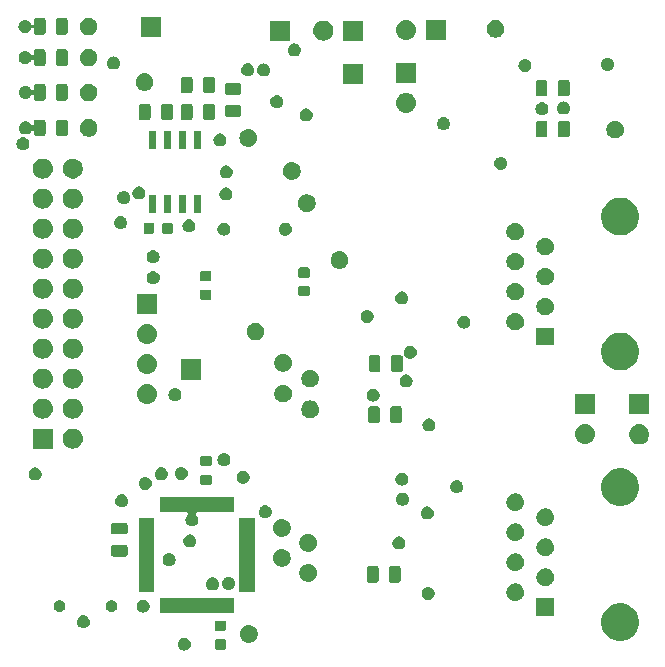
<source format=gbr>
G04 #@! TF.GenerationSoftware,KiCad,Pcbnew,5.0.1+dfsg1-3*
G04 #@! TF.CreationDate,2018-11-04T01:21:11+01:00*
G04 #@! TF.ProjectId,stk3700_beesensors,73746B333730305F62656573656E736F,rev?*
G04 #@! TF.SameCoordinates,Original*
G04 #@! TF.FileFunction,Soldermask,Bot*
G04 #@! TF.FilePolarity,Negative*
%FSLAX46Y46*%
G04 Gerber Fmt 4.6, Leading zero omitted, Abs format (unit mm)*
G04 Created by KiCad (PCBNEW 5.0.1+dfsg1-3) date Sun 04 Nov 2018 01:21:11 CET*
%MOMM*%
%LPD*%
G01*
G04 APERTURE LIST*
%ADD10C,0.100000*%
G04 APERTURE END LIST*
D10*
G36*
X98946390Y-105750965D02*
X99017229Y-105765056D01*
X99117323Y-105806517D01*
X99207407Y-105866709D01*
X99284011Y-105943313D01*
X99284013Y-105943316D01*
X99344203Y-106033397D01*
X99385664Y-106133491D01*
X99406800Y-106239750D01*
X99406800Y-106348090D01*
X99385664Y-106454349D01*
X99348839Y-106543250D01*
X99344203Y-106554443D01*
X99284011Y-106644527D01*
X99207407Y-106721131D01*
X99207404Y-106721133D01*
X99117323Y-106781323D01*
X99017229Y-106822784D01*
X98946390Y-106836875D01*
X98910971Y-106843920D01*
X98802629Y-106843920D01*
X98767210Y-106836875D01*
X98696371Y-106822784D01*
X98596277Y-106781323D01*
X98506196Y-106721133D01*
X98506193Y-106721131D01*
X98429589Y-106644527D01*
X98369397Y-106554443D01*
X98364761Y-106543250D01*
X98327936Y-106454349D01*
X98306800Y-106348090D01*
X98306800Y-106239750D01*
X98327936Y-106133491D01*
X98369397Y-106033397D01*
X98429587Y-105943316D01*
X98429589Y-105943313D01*
X98506193Y-105866709D01*
X98596277Y-105806517D01*
X98696371Y-105765056D01*
X98767210Y-105750965D01*
X98802629Y-105743920D01*
X98910971Y-105743920D01*
X98946390Y-105750965D01*
X98946390Y-105750965D01*
G37*
G36*
X102253916Y-105890595D02*
X102283113Y-105899452D01*
X102310018Y-105913833D01*
X102333608Y-105933192D01*
X102352967Y-105956782D01*
X102367348Y-105983687D01*
X102376205Y-106012884D01*
X102379800Y-106049390D01*
X102379800Y-106599610D01*
X102376205Y-106636116D01*
X102367348Y-106665313D01*
X102352967Y-106692218D01*
X102333608Y-106715808D01*
X102310018Y-106735167D01*
X102283113Y-106749548D01*
X102253916Y-106758405D01*
X102217410Y-106762000D01*
X101592190Y-106762000D01*
X101555684Y-106758405D01*
X101526487Y-106749548D01*
X101499582Y-106735167D01*
X101475992Y-106715808D01*
X101456633Y-106692218D01*
X101442252Y-106665313D01*
X101433395Y-106636116D01*
X101429800Y-106599610D01*
X101429800Y-106049390D01*
X101433395Y-106012884D01*
X101442252Y-105983687D01*
X101456633Y-105956782D01*
X101475992Y-105933192D01*
X101499582Y-105913833D01*
X101526487Y-105899452D01*
X101555684Y-105890595D01*
X101592190Y-105887000D01*
X102217410Y-105887000D01*
X102253916Y-105890595D01*
X102253916Y-105890595D01*
G37*
G36*
X104464118Y-104699811D02*
X104536567Y-104714222D01*
X104593103Y-104737640D01*
X104673057Y-104770758D01*
X104795900Y-104852839D01*
X104900361Y-104957300D01*
X104982442Y-105080143D01*
X104997799Y-105117218D01*
X105033200Y-105202683D01*
X105038978Y-105216634D01*
X105067800Y-105361530D01*
X105067800Y-105509270D01*
X105038978Y-105654166D01*
X104982442Y-105790657D01*
X104900361Y-105913500D01*
X104795900Y-106017961D01*
X104673057Y-106100042D01*
X104593103Y-106133160D01*
X104536567Y-106156578D01*
X104464118Y-106170989D01*
X104391670Y-106185400D01*
X104243930Y-106185400D01*
X104171482Y-106170989D01*
X104099033Y-106156578D01*
X104042497Y-106133160D01*
X103962543Y-106100042D01*
X103839700Y-106017961D01*
X103735239Y-105913500D01*
X103653158Y-105790657D01*
X103596622Y-105654166D01*
X103567800Y-105509270D01*
X103567800Y-105361530D01*
X103596622Y-105216634D01*
X103602401Y-105202683D01*
X103637801Y-105117218D01*
X103653158Y-105080143D01*
X103735239Y-104957300D01*
X103839700Y-104852839D01*
X103962543Y-104770758D01*
X104042497Y-104737640D01*
X104099033Y-104714222D01*
X104171482Y-104699811D01*
X104243930Y-104685400D01*
X104391670Y-104685400D01*
X104464118Y-104699811D01*
X104464118Y-104699811D01*
G37*
G36*
X136229703Y-102906286D02*
X136520883Y-103026897D01*
X136782944Y-103202001D01*
X137005799Y-103424856D01*
X137180903Y-103686917D01*
X137301514Y-103978097D01*
X137363000Y-104287212D01*
X137363000Y-104602388D01*
X137301514Y-104911503D01*
X137180903Y-105202683D01*
X137005799Y-105464744D01*
X136782944Y-105687599D01*
X136520883Y-105862703D01*
X136229703Y-105983314D01*
X135920588Y-106044800D01*
X135605412Y-106044800D01*
X135296297Y-105983314D01*
X135005117Y-105862703D01*
X134743056Y-105687599D01*
X134520201Y-105464744D01*
X134345097Y-105202683D01*
X134224486Y-104911503D01*
X134163000Y-104602388D01*
X134163000Y-104287212D01*
X134224486Y-103978097D01*
X134345097Y-103686917D01*
X134520201Y-103424856D01*
X134743056Y-103202001D01*
X135005117Y-103026897D01*
X135296297Y-102906286D01*
X135605412Y-102844800D01*
X135920588Y-102844800D01*
X136229703Y-102906286D01*
X136229703Y-102906286D01*
G37*
G36*
X102253916Y-104315595D02*
X102283113Y-104324452D01*
X102310018Y-104338833D01*
X102333608Y-104358192D01*
X102352967Y-104381782D01*
X102367348Y-104408687D01*
X102376205Y-104437884D01*
X102379800Y-104474390D01*
X102379800Y-105024610D01*
X102376205Y-105061116D01*
X102367348Y-105090313D01*
X102352967Y-105117218D01*
X102333608Y-105140808D01*
X102310018Y-105160167D01*
X102283113Y-105174548D01*
X102253916Y-105183405D01*
X102217410Y-105187000D01*
X101592190Y-105187000D01*
X101555684Y-105183405D01*
X101526487Y-105174548D01*
X101499582Y-105160167D01*
X101475992Y-105140808D01*
X101456633Y-105117218D01*
X101442252Y-105090313D01*
X101433395Y-105061116D01*
X101429800Y-105024610D01*
X101429800Y-104474390D01*
X101433395Y-104437884D01*
X101442252Y-104408687D01*
X101456633Y-104381782D01*
X101475992Y-104358192D01*
X101499582Y-104338833D01*
X101526487Y-104324452D01*
X101555684Y-104315595D01*
X101592190Y-104312000D01*
X102217410Y-104312000D01*
X102253916Y-104315595D01*
X102253916Y-104315595D01*
G37*
G36*
X90401830Y-103856125D02*
X90472669Y-103870216D01*
X90572763Y-103911677D01*
X90662847Y-103971869D01*
X90739451Y-104048473D01*
X90739453Y-104048476D01*
X90799643Y-104138557D01*
X90841104Y-104238651D01*
X90862240Y-104344910D01*
X90862240Y-104453250D01*
X90841104Y-104559509D01*
X90799643Y-104659603D01*
X90739451Y-104749687D01*
X90662847Y-104826291D01*
X90662844Y-104826293D01*
X90572763Y-104886483D01*
X90472669Y-104927944D01*
X90401830Y-104942035D01*
X90366411Y-104949080D01*
X90258069Y-104949080D01*
X90222650Y-104942035D01*
X90151811Y-104927944D01*
X90051717Y-104886483D01*
X89961636Y-104826293D01*
X89961633Y-104826291D01*
X89885029Y-104749687D01*
X89824837Y-104659603D01*
X89783376Y-104559509D01*
X89762240Y-104453250D01*
X89762240Y-104344910D01*
X89783376Y-104238651D01*
X89824837Y-104138557D01*
X89885027Y-104048476D01*
X89885029Y-104048473D01*
X89961633Y-103971869D01*
X90051717Y-103911677D01*
X90151811Y-103870216D01*
X90222650Y-103856125D01*
X90258069Y-103849080D01*
X90366411Y-103849080D01*
X90401830Y-103856125D01*
X90401830Y-103856125D01*
G37*
G36*
X130163000Y-103924800D02*
X128663000Y-103924800D01*
X128663000Y-102424800D01*
X130163000Y-102424800D01*
X130163000Y-103924800D01*
X130163000Y-103924800D01*
G37*
G36*
X103073600Y-103655200D02*
X96773600Y-103655200D01*
X96773600Y-102355200D01*
X103073600Y-102355200D01*
X103073600Y-103655200D01*
X103073600Y-103655200D01*
G37*
G36*
X95460264Y-102536571D02*
X95531103Y-102550662D01*
X95631197Y-102592123D01*
X95721281Y-102652315D01*
X95797885Y-102728919D01*
X95797887Y-102728922D01*
X95858077Y-102819003D01*
X95899538Y-102919097D01*
X95920674Y-103025356D01*
X95920674Y-103133696D01*
X95899538Y-103239955D01*
X95875769Y-103297337D01*
X95858077Y-103340049D01*
X95797885Y-103430133D01*
X95721281Y-103506737D01*
X95721278Y-103506739D01*
X95631197Y-103566929D01*
X95531103Y-103608390D01*
X95460264Y-103622481D01*
X95424845Y-103629526D01*
X95316503Y-103629526D01*
X95281084Y-103622481D01*
X95210245Y-103608390D01*
X95110151Y-103566929D01*
X95020070Y-103506739D01*
X95020067Y-103506737D01*
X94943463Y-103430133D01*
X94883271Y-103340049D01*
X94865579Y-103297337D01*
X94841810Y-103239955D01*
X94820674Y-103133696D01*
X94820674Y-103025356D01*
X94841810Y-102919097D01*
X94883271Y-102819003D01*
X94943461Y-102728922D01*
X94943463Y-102728919D01*
X95020067Y-102652315D01*
X95110151Y-102592123D01*
X95210245Y-102550662D01*
X95281084Y-102536571D01*
X95316503Y-102529526D01*
X95424845Y-102529526D01*
X95460264Y-102536571D01*
X95460264Y-102536571D01*
G37*
G36*
X88433345Y-102579715D02*
X88524339Y-102617406D01*
X88605140Y-102671396D01*
X88606234Y-102672127D01*
X88675873Y-102741766D01*
X88675875Y-102741769D01*
X88727482Y-102819003D01*
X88730595Y-102823663D01*
X88768285Y-102914655D01*
X88787500Y-103011255D01*
X88787500Y-103109745D01*
X88768285Y-103206345D01*
X88730595Y-103297337D01*
X88675873Y-103379234D01*
X88606234Y-103448873D01*
X88606231Y-103448875D01*
X88524339Y-103503594D01*
X88524338Y-103503595D01*
X88524337Y-103503595D01*
X88433345Y-103541285D01*
X88336746Y-103560500D01*
X88238254Y-103560500D01*
X88141655Y-103541285D01*
X88050663Y-103503595D01*
X88050662Y-103503595D01*
X88050661Y-103503594D01*
X87968769Y-103448875D01*
X87968766Y-103448873D01*
X87899127Y-103379234D01*
X87844405Y-103297337D01*
X87806715Y-103206345D01*
X87787500Y-103109745D01*
X87787500Y-103011255D01*
X87806715Y-102914655D01*
X87844405Y-102823663D01*
X87847519Y-102819003D01*
X87899125Y-102741769D01*
X87899127Y-102741766D01*
X87968766Y-102672127D01*
X87969860Y-102671396D01*
X88050661Y-102617406D01*
X88141655Y-102579715D01*
X88238254Y-102560500D01*
X88336746Y-102560500D01*
X88433345Y-102579715D01*
X88433345Y-102579715D01*
G37*
G36*
X92833345Y-102579715D02*
X92924339Y-102617406D01*
X93005140Y-102671396D01*
X93006234Y-102672127D01*
X93075873Y-102741766D01*
X93075875Y-102741769D01*
X93127482Y-102819003D01*
X93130595Y-102823663D01*
X93168285Y-102914655D01*
X93187500Y-103011255D01*
X93187500Y-103109745D01*
X93168285Y-103206345D01*
X93130595Y-103297337D01*
X93075873Y-103379234D01*
X93006234Y-103448873D01*
X93006231Y-103448875D01*
X92924339Y-103503594D01*
X92924338Y-103503595D01*
X92924337Y-103503595D01*
X92833345Y-103541285D01*
X92736746Y-103560500D01*
X92638254Y-103560500D01*
X92541655Y-103541285D01*
X92450663Y-103503595D01*
X92450662Y-103503595D01*
X92450661Y-103503594D01*
X92368769Y-103448875D01*
X92368766Y-103448873D01*
X92299127Y-103379234D01*
X92244405Y-103297337D01*
X92206715Y-103206345D01*
X92187500Y-103109745D01*
X92187500Y-103011255D01*
X92206715Y-102914655D01*
X92244405Y-102823663D01*
X92247519Y-102819003D01*
X92299125Y-102741769D01*
X92299127Y-102741766D01*
X92368766Y-102672127D01*
X92369860Y-102671396D01*
X92450661Y-102617406D01*
X92541655Y-102579715D01*
X92638254Y-102560500D01*
X92736746Y-102560500D01*
X92833345Y-102579715D01*
X92833345Y-102579715D01*
G37*
G36*
X127019318Y-101169211D02*
X127091767Y-101183622D01*
X127143860Y-101205200D01*
X127228257Y-101240158D01*
X127351100Y-101322239D01*
X127455561Y-101426700D01*
X127537642Y-101549543D01*
X127567162Y-101620811D01*
X127594178Y-101686033D01*
X127605071Y-101740797D01*
X127623000Y-101830930D01*
X127623000Y-101978670D01*
X127594178Y-102123566D01*
X127537642Y-102260057D01*
X127455561Y-102382900D01*
X127351100Y-102487361D01*
X127228257Y-102569442D01*
X127148303Y-102602560D01*
X127091767Y-102625978D01*
X127019318Y-102640389D01*
X126946870Y-102654800D01*
X126799130Y-102654800D01*
X126726682Y-102640389D01*
X126654233Y-102625978D01*
X126597697Y-102602560D01*
X126517743Y-102569442D01*
X126394900Y-102487361D01*
X126290439Y-102382900D01*
X126208358Y-102260057D01*
X126151822Y-102123566D01*
X126123000Y-101978670D01*
X126123000Y-101830930D01*
X126140929Y-101740797D01*
X126151822Y-101686033D01*
X126178838Y-101620811D01*
X126208358Y-101549543D01*
X126290439Y-101426700D01*
X126394900Y-101322239D01*
X126517743Y-101240158D01*
X126602140Y-101205200D01*
X126654233Y-101183622D01*
X126726682Y-101169211D01*
X126799130Y-101154800D01*
X126946870Y-101154800D01*
X127019318Y-101169211D01*
X127019318Y-101169211D01*
G37*
G36*
X119575262Y-101454123D02*
X119667429Y-101472456D01*
X119767057Y-101513724D01*
X119767523Y-101513917D01*
X119857607Y-101574109D01*
X119934211Y-101650713D01*
X119934213Y-101650716D01*
X119994403Y-101740797D01*
X120035864Y-101840891D01*
X120057000Y-101947150D01*
X120057000Y-102055490D01*
X120035864Y-102161749D01*
X119995143Y-102260057D01*
X119994403Y-102261843D01*
X119934211Y-102351927D01*
X119857607Y-102428531D01*
X119857604Y-102428533D01*
X119767523Y-102488723D01*
X119667429Y-102530184D01*
X119596590Y-102544275D01*
X119561171Y-102551320D01*
X119452829Y-102551320D01*
X119417410Y-102544275D01*
X119346571Y-102530184D01*
X119246477Y-102488723D01*
X119156396Y-102428533D01*
X119156393Y-102428531D01*
X119079789Y-102351927D01*
X119019597Y-102261843D01*
X119018857Y-102260057D01*
X118978136Y-102161749D01*
X118957000Y-102055490D01*
X118957000Y-101947150D01*
X118978136Y-101840891D01*
X119019597Y-101740797D01*
X119079787Y-101650716D01*
X119079789Y-101650713D01*
X119156393Y-101574109D01*
X119246477Y-101513917D01*
X119246943Y-101513724D01*
X119346571Y-101472456D01*
X119438738Y-101454123D01*
X119452829Y-101451320D01*
X119561171Y-101451320D01*
X119575262Y-101454123D01*
X119575262Y-101454123D01*
G37*
G36*
X96323600Y-101905200D02*
X95023600Y-101905200D01*
X95023600Y-95605200D01*
X96323600Y-95605200D01*
X96323600Y-101905200D01*
X96323600Y-101905200D01*
G37*
G36*
X104823600Y-101905200D02*
X103523600Y-101905200D01*
X103523600Y-95605200D01*
X104823600Y-95605200D01*
X104823600Y-101905200D01*
X104823600Y-101905200D01*
G37*
G36*
X101333990Y-100650645D02*
X101404829Y-100664736D01*
X101504923Y-100706197D01*
X101595007Y-100766389D01*
X101671611Y-100842993D01*
X101671613Y-100842996D01*
X101731803Y-100933077D01*
X101773264Y-101033171D01*
X101794400Y-101139430D01*
X101794400Y-101247770D01*
X101773264Y-101354029D01*
X101744428Y-101423643D01*
X101731803Y-101454123D01*
X101671611Y-101544207D01*
X101595007Y-101620811D01*
X101595004Y-101620813D01*
X101504923Y-101681003D01*
X101404829Y-101722464D01*
X101333990Y-101736555D01*
X101298571Y-101743600D01*
X101190229Y-101743600D01*
X101154810Y-101736555D01*
X101083971Y-101722464D01*
X100983877Y-101681003D01*
X100893796Y-101620813D01*
X100893793Y-101620811D01*
X100817189Y-101544207D01*
X100756997Y-101454123D01*
X100744372Y-101423643D01*
X100715536Y-101354029D01*
X100694400Y-101247770D01*
X100694400Y-101139430D01*
X100715536Y-101033171D01*
X100756997Y-100933077D01*
X100817187Y-100842996D01*
X100817189Y-100842993D01*
X100893793Y-100766389D01*
X100983877Y-100706197D01*
X101083971Y-100664736D01*
X101154810Y-100650645D01*
X101190229Y-100643600D01*
X101298571Y-100643600D01*
X101333990Y-100650645D01*
X101333990Y-100650645D01*
G37*
G36*
X102690350Y-100620165D02*
X102761189Y-100634256D01*
X102861283Y-100675717D01*
X102951367Y-100735909D01*
X103027971Y-100812513D01*
X103027973Y-100812516D01*
X103088163Y-100902597D01*
X103129624Y-101002691D01*
X103133486Y-101022107D01*
X103150760Y-101108949D01*
X103150760Y-101217291D01*
X103146211Y-101240158D01*
X103129624Y-101323549D01*
X103088163Y-101423643D01*
X103027971Y-101513727D01*
X102951367Y-101590331D01*
X102951364Y-101590333D01*
X102861283Y-101650523D01*
X102761189Y-101691984D01*
X102690350Y-101706075D01*
X102654931Y-101713120D01*
X102546589Y-101713120D01*
X102511170Y-101706075D01*
X102440331Y-101691984D01*
X102340237Y-101650523D01*
X102250156Y-101590333D01*
X102250153Y-101590331D01*
X102173549Y-101513727D01*
X102113357Y-101423643D01*
X102071896Y-101323549D01*
X102055309Y-101240158D01*
X102050760Y-101217291D01*
X102050760Y-101108949D01*
X102068034Y-101022107D01*
X102071896Y-101002691D01*
X102113357Y-100902597D01*
X102173547Y-100812516D01*
X102173549Y-100812513D01*
X102250153Y-100735909D01*
X102340237Y-100675717D01*
X102440331Y-100634256D01*
X102511170Y-100620165D01*
X102546589Y-100613120D01*
X102654931Y-100613120D01*
X102690350Y-100620165D01*
X102690350Y-100620165D01*
G37*
G36*
X129559318Y-99899211D02*
X129631767Y-99913622D01*
X129688303Y-99937040D01*
X129768257Y-99970158D01*
X129891100Y-100052239D01*
X129995561Y-100156700D01*
X130077642Y-100279543D01*
X130088269Y-100305200D01*
X130129691Y-100405200D01*
X130134178Y-100416034D01*
X130163000Y-100560930D01*
X130163000Y-100708670D01*
X130155853Y-100744600D01*
X130142344Y-100812516D01*
X130134178Y-100853566D01*
X130077642Y-100990057D01*
X129995561Y-101112900D01*
X129891100Y-101217361D01*
X129768257Y-101299442D01*
X129710062Y-101323547D01*
X129631767Y-101355978D01*
X129559318Y-101370389D01*
X129486870Y-101384800D01*
X129339130Y-101384800D01*
X129266682Y-101370389D01*
X129194233Y-101355978D01*
X129115938Y-101323547D01*
X129057743Y-101299442D01*
X128934900Y-101217361D01*
X128830439Y-101112900D01*
X128748358Y-100990057D01*
X128691822Y-100853566D01*
X128683657Y-100812516D01*
X128670147Y-100744600D01*
X128663000Y-100708670D01*
X128663000Y-100560930D01*
X128691822Y-100416034D01*
X128696310Y-100405200D01*
X128737731Y-100305200D01*
X128748358Y-100279543D01*
X128830439Y-100156700D01*
X128934900Y-100052239D01*
X129057743Y-99970158D01*
X129137697Y-99937040D01*
X129194233Y-99913622D01*
X129266682Y-99899211D01*
X129339130Y-99884800D01*
X129486870Y-99884800D01*
X129559318Y-99899211D01*
X129559318Y-99899211D01*
G37*
G36*
X117026792Y-99697576D02*
X117060683Y-99707857D01*
X117091911Y-99724548D01*
X117119285Y-99747015D01*
X117141752Y-99774389D01*
X117158443Y-99805617D01*
X117168724Y-99839508D01*
X117172800Y-99880891D01*
X117172800Y-100906109D01*
X117168724Y-100947492D01*
X117158443Y-100981383D01*
X117141752Y-101012611D01*
X117119285Y-101039985D01*
X117091911Y-101062452D01*
X117060683Y-101079143D01*
X117026792Y-101089424D01*
X116985409Y-101093500D01*
X116385191Y-101093500D01*
X116343808Y-101089424D01*
X116309917Y-101079143D01*
X116278689Y-101062452D01*
X116251315Y-101039985D01*
X116228848Y-101012611D01*
X116212157Y-100981383D01*
X116201876Y-100947492D01*
X116197800Y-100906109D01*
X116197800Y-99880891D01*
X116201876Y-99839508D01*
X116212157Y-99805617D01*
X116228848Y-99774389D01*
X116251315Y-99747015D01*
X116278689Y-99724548D01*
X116309917Y-99707857D01*
X116343808Y-99697576D01*
X116385191Y-99693500D01*
X116985409Y-99693500D01*
X117026792Y-99697576D01*
X117026792Y-99697576D01*
G37*
G36*
X115151792Y-99697576D02*
X115185683Y-99707857D01*
X115216911Y-99724548D01*
X115244285Y-99747015D01*
X115266752Y-99774389D01*
X115283443Y-99805617D01*
X115293724Y-99839508D01*
X115297800Y-99880891D01*
X115297800Y-100906109D01*
X115293724Y-100947492D01*
X115283443Y-100981383D01*
X115266752Y-101012611D01*
X115244285Y-101039985D01*
X115216911Y-101062452D01*
X115185683Y-101079143D01*
X115151792Y-101089424D01*
X115110409Y-101093500D01*
X114510191Y-101093500D01*
X114468808Y-101089424D01*
X114434917Y-101079143D01*
X114403689Y-101062452D01*
X114376315Y-101039985D01*
X114353848Y-101012611D01*
X114337157Y-100981383D01*
X114326876Y-100947492D01*
X114322800Y-100906109D01*
X114322800Y-99880891D01*
X114326876Y-99839508D01*
X114337157Y-99805617D01*
X114353848Y-99774389D01*
X114376315Y-99747015D01*
X114403689Y-99724548D01*
X114434917Y-99707857D01*
X114468808Y-99697576D01*
X114510191Y-99693500D01*
X115110409Y-99693500D01*
X115151792Y-99697576D01*
X115151792Y-99697576D01*
G37*
G36*
X109480618Y-99530911D02*
X109553067Y-99545322D01*
X109596737Y-99563411D01*
X109689557Y-99601858D01*
X109812400Y-99683939D01*
X109916861Y-99788400D01*
X109998942Y-99911243D01*
X110032060Y-99991197D01*
X110047902Y-100029442D01*
X110055478Y-100047734D01*
X110084300Y-100192630D01*
X110084300Y-100340370D01*
X110055478Y-100485266D01*
X109998942Y-100621757D01*
X109916861Y-100744600D01*
X109812400Y-100849061D01*
X109689557Y-100931142D01*
X109650084Y-100947492D01*
X109553067Y-100987678D01*
X109480618Y-101002089D01*
X109408170Y-101016500D01*
X109260430Y-101016500D01*
X109187982Y-101002089D01*
X109115533Y-100987678D01*
X109018516Y-100947492D01*
X108979043Y-100931142D01*
X108856200Y-100849061D01*
X108751739Y-100744600D01*
X108669658Y-100621757D01*
X108613122Y-100485266D01*
X108584300Y-100340370D01*
X108584300Y-100192630D01*
X108613122Y-100047734D01*
X108620699Y-100029442D01*
X108636540Y-99991197D01*
X108669658Y-99911243D01*
X108751739Y-99788400D01*
X108856200Y-99683939D01*
X108979043Y-99601858D01*
X109071863Y-99563411D01*
X109115533Y-99545322D01*
X109187982Y-99530911D01*
X109260430Y-99516500D01*
X109408170Y-99516500D01*
X109480618Y-99530911D01*
X109480618Y-99530911D01*
G37*
G36*
X127019318Y-98629211D02*
X127091767Y-98643622D01*
X127104260Y-98648797D01*
X127228257Y-98700158D01*
X127351100Y-98782239D01*
X127455561Y-98886700D01*
X127537642Y-99009543D01*
X127594178Y-99146034D01*
X127623000Y-99290930D01*
X127623000Y-99438670D01*
X127615853Y-99474600D01*
X127594178Y-99583567D01*
X127586601Y-99601859D01*
X127537642Y-99720057D01*
X127455561Y-99842900D01*
X127351100Y-99947361D01*
X127228257Y-100029442D01*
X127148303Y-100062560D01*
X127091767Y-100085978D01*
X127019318Y-100100389D01*
X126946870Y-100114800D01*
X126799130Y-100114800D01*
X126726682Y-100100389D01*
X126654233Y-100085978D01*
X126597697Y-100062560D01*
X126517743Y-100029442D01*
X126394900Y-99947361D01*
X126290439Y-99842900D01*
X126208358Y-99720057D01*
X126159399Y-99601859D01*
X126151822Y-99583567D01*
X126130147Y-99474600D01*
X126123000Y-99438670D01*
X126123000Y-99290930D01*
X126151822Y-99146034D01*
X126208358Y-99009543D01*
X126290439Y-98886700D01*
X126394900Y-98782239D01*
X126517743Y-98700158D01*
X126641740Y-98648797D01*
X126654233Y-98643622D01*
X126726682Y-98629211D01*
X126799130Y-98614800D01*
X126946870Y-98614800D01*
X127019318Y-98629211D01*
X127019318Y-98629211D01*
G37*
G36*
X107258118Y-98260911D02*
X107330567Y-98275322D01*
X107387103Y-98298740D01*
X107467057Y-98331858D01*
X107589900Y-98413939D01*
X107694361Y-98518400D01*
X107776442Y-98641243D01*
X107802934Y-98705200D01*
X107832978Y-98777733D01*
X107840074Y-98813407D01*
X107861800Y-98922630D01*
X107861800Y-99070370D01*
X107832978Y-99215266D01*
X107776442Y-99351757D01*
X107694361Y-99474600D01*
X107589900Y-99579061D01*
X107467057Y-99661142D01*
X107406561Y-99686200D01*
X107330567Y-99717678D01*
X107296029Y-99724548D01*
X107185670Y-99746500D01*
X107037930Y-99746500D01*
X106927571Y-99724548D01*
X106893033Y-99717678D01*
X106817039Y-99686200D01*
X106756543Y-99661142D01*
X106633700Y-99579061D01*
X106529239Y-99474600D01*
X106447158Y-99351757D01*
X106390622Y-99215266D01*
X106361800Y-99070370D01*
X106361800Y-98922630D01*
X106383526Y-98813407D01*
X106390622Y-98777733D01*
X106420666Y-98705200D01*
X106447158Y-98641243D01*
X106529239Y-98518400D01*
X106633700Y-98413939D01*
X106756543Y-98331858D01*
X106836497Y-98298740D01*
X106893033Y-98275322D01*
X106965482Y-98260911D01*
X107037930Y-98246500D01*
X107185670Y-98246500D01*
X107258118Y-98260911D01*
X107258118Y-98260911D01*
G37*
G36*
X97650990Y-98593245D02*
X97721829Y-98607336D01*
X97821923Y-98648797D01*
X97912007Y-98708989D01*
X97988611Y-98785593D01*
X97988613Y-98785596D01*
X98048803Y-98875677D01*
X98090264Y-98975771D01*
X98111400Y-99082030D01*
X98111400Y-99190370D01*
X98090264Y-99296629D01*
X98067428Y-99351758D01*
X98048803Y-99396723D01*
X97988611Y-99486807D01*
X97912007Y-99563411D01*
X97912004Y-99563413D01*
X97821923Y-99623603D01*
X97721829Y-99665064D01*
X97650990Y-99679155D01*
X97615571Y-99686200D01*
X97507229Y-99686200D01*
X97471810Y-99679155D01*
X97400971Y-99665064D01*
X97300877Y-99623603D01*
X97210796Y-99563413D01*
X97210793Y-99563411D01*
X97134189Y-99486807D01*
X97073997Y-99396723D01*
X97055372Y-99351758D01*
X97032536Y-99296629D01*
X97011400Y-99190370D01*
X97011400Y-99082030D01*
X97032536Y-98975771D01*
X97073997Y-98875677D01*
X97134187Y-98785596D01*
X97134189Y-98785593D01*
X97210793Y-98708989D01*
X97300877Y-98648797D01*
X97400971Y-98607336D01*
X97471810Y-98593245D01*
X97507229Y-98586200D01*
X97615571Y-98586200D01*
X97650990Y-98593245D01*
X97650990Y-98593245D01*
G37*
G36*
X93898992Y-97913876D02*
X93932883Y-97924157D01*
X93964111Y-97940848D01*
X93991485Y-97963315D01*
X94013952Y-97990689D01*
X94030643Y-98021917D01*
X94040924Y-98055808D01*
X94045000Y-98097191D01*
X94045000Y-98697409D01*
X94040924Y-98738792D01*
X94030643Y-98772683D01*
X94013952Y-98803911D01*
X93991485Y-98831285D01*
X93964111Y-98853752D01*
X93932883Y-98870443D01*
X93898992Y-98880724D01*
X93857609Y-98884800D01*
X92832391Y-98884800D01*
X92791008Y-98880724D01*
X92757117Y-98870443D01*
X92725889Y-98853752D01*
X92698515Y-98831285D01*
X92676048Y-98803911D01*
X92659357Y-98772683D01*
X92649076Y-98738792D01*
X92645000Y-98697409D01*
X92645000Y-98097191D01*
X92649076Y-98055808D01*
X92659357Y-98021917D01*
X92676048Y-97990689D01*
X92698515Y-97963315D01*
X92725889Y-97940848D01*
X92757117Y-97924157D01*
X92791008Y-97913876D01*
X92832391Y-97909800D01*
X93857609Y-97909800D01*
X93898992Y-97913876D01*
X93898992Y-97913876D01*
G37*
G36*
X129559318Y-97359211D02*
X129631767Y-97373622D01*
X129688303Y-97397040D01*
X129768257Y-97430158D01*
X129891100Y-97512239D01*
X129995561Y-97616700D01*
X130077642Y-97739543D01*
X130102837Y-97800369D01*
X130134178Y-97876033D01*
X130147949Y-97945266D01*
X130163000Y-98020930D01*
X130163000Y-98168670D01*
X130155853Y-98204600D01*
X130134178Y-98313567D01*
X130126601Y-98331859D01*
X130077642Y-98450057D01*
X129995561Y-98572900D01*
X129891100Y-98677361D01*
X129768257Y-98759442D01*
X129705122Y-98785593D01*
X129631767Y-98815978D01*
X129559318Y-98830389D01*
X129486870Y-98844800D01*
X129339130Y-98844800D01*
X129266682Y-98830389D01*
X129194233Y-98815978D01*
X129120878Y-98785593D01*
X129057743Y-98759442D01*
X128934900Y-98677361D01*
X128830439Y-98572900D01*
X128748358Y-98450057D01*
X128699399Y-98331859D01*
X128691822Y-98313567D01*
X128670147Y-98204600D01*
X128663000Y-98168670D01*
X128663000Y-98020930D01*
X128678051Y-97945266D01*
X128691822Y-97876033D01*
X128723163Y-97800369D01*
X128748358Y-97739543D01*
X128830439Y-97616700D01*
X128934900Y-97512239D01*
X129057743Y-97430158D01*
X129137697Y-97397040D01*
X129194233Y-97373622D01*
X129266682Y-97359211D01*
X129339130Y-97344800D01*
X129486870Y-97344800D01*
X129559318Y-97359211D01*
X129559318Y-97359211D01*
G37*
G36*
X109419491Y-96978752D02*
X109553067Y-97005322D01*
X109567740Y-97011400D01*
X109689557Y-97061858D01*
X109812400Y-97143939D01*
X109916861Y-97248400D01*
X109998942Y-97371243D01*
X110032060Y-97451197D01*
X110055270Y-97507230D01*
X110055478Y-97507734D01*
X110084300Y-97652630D01*
X110084300Y-97800370D01*
X110055478Y-97945266D01*
X109998942Y-98081757D01*
X109916861Y-98204600D01*
X109812400Y-98309061D01*
X109689557Y-98391142D01*
X109609603Y-98424260D01*
X109553067Y-98447678D01*
X109480618Y-98462089D01*
X109408170Y-98476500D01*
X109260430Y-98476500D01*
X109187982Y-98462089D01*
X109115533Y-98447678D01*
X109058997Y-98424260D01*
X108979043Y-98391142D01*
X108856200Y-98309061D01*
X108751739Y-98204600D01*
X108669658Y-98081757D01*
X108613122Y-97945266D01*
X108584300Y-97800370D01*
X108584300Y-97652630D01*
X108613122Y-97507734D01*
X108613331Y-97507230D01*
X108636540Y-97451197D01*
X108669658Y-97371243D01*
X108751739Y-97248400D01*
X108856200Y-97143939D01*
X108979043Y-97061858D01*
X109100860Y-97011400D01*
X109115533Y-97005322D01*
X109249109Y-96978752D01*
X109260430Y-96976500D01*
X109408170Y-96976500D01*
X109419491Y-96978752D01*
X109419491Y-96978752D01*
G37*
G36*
X117107390Y-97183545D02*
X117178229Y-97197636D01*
X117278323Y-97239097D01*
X117368407Y-97299289D01*
X117445011Y-97375893D01*
X117445013Y-97375896D01*
X117505203Y-97465977D01*
X117546664Y-97566071D01*
X117546664Y-97566073D01*
X117567800Y-97672329D01*
X117567800Y-97780671D01*
X117560755Y-97816090D01*
X117546664Y-97886929D01*
X117515023Y-97963315D01*
X117505203Y-97987023D01*
X117445011Y-98077107D01*
X117368407Y-98153711D01*
X117368404Y-98153713D01*
X117278323Y-98213903D01*
X117178229Y-98255364D01*
X117107390Y-98269455D01*
X117071971Y-98276500D01*
X116963629Y-98276500D01*
X116928210Y-98269455D01*
X116857371Y-98255364D01*
X116757277Y-98213903D01*
X116667196Y-98153713D01*
X116667193Y-98153711D01*
X116590589Y-98077107D01*
X116530397Y-97987023D01*
X116520577Y-97963315D01*
X116488936Y-97886929D01*
X116474845Y-97816090D01*
X116467800Y-97780671D01*
X116467800Y-97672329D01*
X116488936Y-97566073D01*
X116488936Y-97566071D01*
X116530397Y-97465977D01*
X116590587Y-97375896D01*
X116590589Y-97375893D01*
X116667193Y-97299289D01*
X116757277Y-97239097D01*
X116857371Y-97197636D01*
X116928210Y-97183545D01*
X116963629Y-97176500D01*
X117071971Y-97176500D01*
X117107390Y-97183545D01*
X117107390Y-97183545D01*
G37*
G36*
X99403590Y-97018445D02*
X99474429Y-97032536D01*
X99574523Y-97073997D01*
X99664607Y-97134189D01*
X99741211Y-97210793D01*
X99741213Y-97210796D01*
X99801403Y-97300877D01*
X99842864Y-97400971D01*
X99864000Y-97507230D01*
X99864000Y-97615570D01*
X99842864Y-97721829D01*
X99835526Y-97739543D01*
X99801403Y-97821923D01*
X99741211Y-97912007D01*
X99664607Y-97988611D01*
X99664604Y-97988613D01*
X99574523Y-98048803D01*
X99474429Y-98090264D01*
X99403590Y-98104355D01*
X99368171Y-98111400D01*
X99259829Y-98111400D01*
X99224410Y-98104355D01*
X99153571Y-98090264D01*
X99053477Y-98048803D01*
X98963396Y-97988613D01*
X98963393Y-97988611D01*
X98886789Y-97912007D01*
X98826597Y-97821923D01*
X98792474Y-97739543D01*
X98785136Y-97721829D01*
X98764000Y-97615570D01*
X98764000Y-97507230D01*
X98785136Y-97400971D01*
X98826597Y-97300877D01*
X98886787Y-97210796D01*
X98886789Y-97210793D01*
X98963393Y-97134189D01*
X99053477Y-97073997D01*
X99153571Y-97032536D01*
X99224410Y-97018445D01*
X99259829Y-97011400D01*
X99368171Y-97011400D01*
X99403590Y-97018445D01*
X99403590Y-97018445D01*
G37*
G36*
X126952294Y-96075879D02*
X127091767Y-96103622D01*
X127148303Y-96127040D01*
X127228257Y-96160158D01*
X127351100Y-96242239D01*
X127455561Y-96346700D01*
X127537642Y-96469543D01*
X127594178Y-96606034D01*
X127623000Y-96750930D01*
X127623000Y-96898670D01*
X127609066Y-96968721D01*
X127594178Y-97043567D01*
X127586601Y-97061859D01*
X127537642Y-97180057D01*
X127455561Y-97302900D01*
X127351100Y-97407361D01*
X127228257Y-97489442D01*
X127148303Y-97522560D01*
X127091767Y-97545978D01*
X127019318Y-97560389D01*
X126946870Y-97574800D01*
X126799130Y-97574800D01*
X126726682Y-97560389D01*
X126654233Y-97545978D01*
X126597697Y-97522560D01*
X126517743Y-97489442D01*
X126394900Y-97407361D01*
X126290439Y-97302900D01*
X126208358Y-97180057D01*
X126159399Y-97061859D01*
X126151822Y-97043567D01*
X126136934Y-96968721D01*
X126123000Y-96898670D01*
X126123000Y-96750930D01*
X126151822Y-96606034D01*
X126208358Y-96469543D01*
X126290439Y-96346700D01*
X126394900Y-96242239D01*
X126517743Y-96160158D01*
X126597697Y-96127040D01*
X126654233Y-96103622D01*
X126793706Y-96075879D01*
X126799130Y-96074800D01*
X126946870Y-96074800D01*
X126952294Y-96075879D01*
X126952294Y-96075879D01*
G37*
G36*
X107258118Y-95720911D02*
X107330567Y-95735322D01*
X107387103Y-95758740D01*
X107467057Y-95791858D01*
X107589900Y-95873939D01*
X107694361Y-95978400D01*
X107776442Y-96101243D01*
X107809399Y-96180808D01*
X107830188Y-96230997D01*
X107832978Y-96237734D01*
X107861800Y-96382630D01*
X107861800Y-96530370D01*
X107832978Y-96675266D01*
X107776442Y-96811757D01*
X107694361Y-96934600D01*
X107589900Y-97039061D01*
X107467057Y-97121142D01*
X107387103Y-97154260D01*
X107330567Y-97177678D01*
X107258118Y-97192089D01*
X107185670Y-97206500D01*
X107037930Y-97206500D01*
X106965482Y-97192089D01*
X106893033Y-97177678D01*
X106836497Y-97154260D01*
X106756543Y-97121142D01*
X106633700Y-97039061D01*
X106529239Y-96934600D01*
X106447158Y-96811757D01*
X106390622Y-96675266D01*
X106361800Y-96530370D01*
X106361800Y-96382630D01*
X106390622Y-96237734D01*
X106393413Y-96230997D01*
X106414201Y-96180808D01*
X106447158Y-96101243D01*
X106529239Y-95978400D01*
X106633700Y-95873939D01*
X106756543Y-95791858D01*
X106836497Y-95758740D01*
X106893033Y-95735322D01*
X106965482Y-95720911D01*
X107037930Y-95706500D01*
X107185670Y-95706500D01*
X107258118Y-95720911D01*
X107258118Y-95720911D01*
G37*
G36*
X93898992Y-96038876D02*
X93932883Y-96049157D01*
X93964111Y-96065848D01*
X93991485Y-96088315D01*
X94013952Y-96115689D01*
X94030643Y-96146917D01*
X94040924Y-96180808D01*
X94045000Y-96222191D01*
X94045000Y-96822409D01*
X94040924Y-96863792D01*
X94030643Y-96897683D01*
X94013952Y-96928911D01*
X93991485Y-96956285D01*
X93964111Y-96978752D01*
X93932883Y-96995443D01*
X93898992Y-97005724D01*
X93857609Y-97009800D01*
X92832391Y-97009800D01*
X92791008Y-97005724D01*
X92757117Y-96995443D01*
X92725889Y-96978752D01*
X92698515Y-96956285D01*
X92676048Y-96928911D01*
X92659357Y-96897683D01*
X92649076Y-96863792D01*
X92645000Y-96822409D01*
X92645000Y-96222191D01*
X92649076Y-96180808D01*
X92659357Y-96146917D01*
X92676048Y-96115689D01*
X92698515Y-96088315D01*
X92725889Y-96065848D01*
X92757117Y-96049157D01*
X92791008Y-96038876D01*
X92832391Y-96034800D01*
X93857609Y-96034800D01*
X93898992Y-96038876D01*
X93898992Y-96038876D01*
G37*
G36*
X103073600Y-95155200D02*
X99963764Y-95155200D01*
X99939378Y-95157602D01*
X99915929Y-95164715D01*
X99894318Y-95176266D01*
X99875376Y-95191812D01*
X99859830Y-95210754D01*
X99848279Y-95232365D01*
X99841166Y-95255814D01*
X99838764Y-95280200D01*
X99841166Y-95304586D01*
X99848279Y-95328035D01*
X99859830Y-95349646D01*
X99875376Y-95368588D01*
X99921892Y-95415104D01*
X99921894Y-95415107D01*
X99982084Y-95505188D01*
X100023545Y-95605282D01*
X100044681Y-95711541D01*
X100044681Y-95819881D01*
X100023545Y-95926140D01*
X99982084Y-96026234D01*
X99921892Y-96116318D01*
X99845288Y-96192922D01*
X99845285Y-96192924D01*
X99755204Y-96253114D01*
X99655110Y-96294575D01*
X99584271Y-96308666D01*
X99548852Y-96315711D01*
X99440510Y-96315711D01*
X99405091Y-96308666D01*
X99334252Y-96294575D01*
X99234158Y-96253114D01*
X99144077Y-96192924D01*
X99144074Y-96192922D01*
X99067470Y-96116318D01*
X99007278Y-96026234D01*
X98965817Y-95926140D01*
X98944681Y-95819881D01*
X98944681Y-95711541D01*
X98965817Y-95605282D01*
X99007278Y-95505188D01*
X99067468Y-95415107D01*
X99067470Y-95415104D01*
X99113986Y-95368588D01*
X99129532Y-95349646D01*
X99141083Y-95328035D01*
X99148196Y-95304586D01*
X99150598Y-95280200D01*
X99148196Y-95255814D01*
X99141083Y-95232365D01*
X99129532Y-95210754D01*
X99113986Y-95191812D01*
X99095044Y-95176266D01*
X99073433Y-95164715D01*
X99049984Y-95157602D01*
X99025598Y-95155200D01*
X96773600Y-95155200D01*
X96773600Y-93855200D01*
X103073600Y-93855200D01*
X103073600Y-95155200D01*
X103073600Y-95155200D01*
G37*
G36*
X129559318Y-94819211D02*
X129631767Y-94833622D01*
X129688303Y-94857040D01*
X129768257Y-94890158D01*
X129891100Y-94972239D01*
X129995561Y-95076700D01*
X130077642Y-95199543D01*
X130095554Y-95242787D01*
X130134178Y-95336033D01*
X130163000Y-95480931D01*
X130163000Y-95628669D01*
X130134178Y-95773567D01*
X130110760Y-95830103D01*
X130077642Y-95910057D01*
X129995561Y-96032900D01*
X129891100Y-96137361D01*
X129768257Y-96219442D01*
X129688303Y-96252560D01*
X129631767Y-96275978D01*
X129559318Y-96290389D01*
X129486870Y-96304800D01*
X129339130Y-96304800D01*
X129266682Y-96290389D01*
X129194233Y-96275978D01*
X129137697Y-96252560D01*
X129057743Y-96219442D01*
X128934900Y-96137361D01*
X128830439Y-96032900D01*
X128748358Y-95910057D01*
X128715240Y-95830103D01*
X128691822Y-95773567D01*
X128663000Y-95628669D01*
X128663000Y-95480931D01*
X128691822Y-95336033D01*
X128730446Y-95242787D01*
X128748358Y-95199543D01*
X128830439Y-95076700D01*
X128934900Y-94972239D01*
X129057743Y-94890158D01*
X129137697Y-94857040D01*
X129194233Y-94833622D01*
X129266682Y-94819211D01*
X129339130Y-94804800D01*
X129486870Y-94804800D01*
X129559318Y-94819211D01*
X129559318Y-94819211D01*
G37*
G36*
X119520390Y-94643545D02*
X119591229Y-94657636D01*
X119691323Y-94699097D01*
X119781407Y-94759289D01*
X119858011Y-94835893D01*
X119858013Y-94835896D01*
X119918203Y-94925977D01*
X119959664Y-95026071D01*
X119980800Y-95132330D01*
X119980800Y-95240670D01*
X119959664Y-95346929D01*
X119924025Y-95432967D01*
X119918203Y-95447023D01*
X119858011Y-95537107D01*
X119781407Y-95613711D01*
X119781404Y-95613713D01*
X119691323Y-95673903D01*
X119591229Y-95715364D01*
X119520390Y-95729455D01*
X119484971Y-95736500D01*
X119376629Y-95736500D01*
X119341210Y-95729455D01*
X119270371Y-95715364D01*
X119170277Y-95673903D01*
X119080196Y-95613713D01*
X119080193Y-95613711D01*
X119003589Y-95537107D01*
X118943397Y-95447023D01*
X118937575Y-95432967D01*
X118901936Y-95346929D01*
X118880800Y-95240670D01*
X118880800Y-95132330D01*
X118901936Y-95026071D01*
X118943397Y-94925977D01*
X119003587Y-94835896D01*
X119003589Y-94835893D01*
X119080193Y-94759289D01*
X119170277Y-94699097D01*
X119270371Y-94657636D01*
X119341210Y-94643545D01*
X119376629Y-94636500D01*
X119484971Y-94636500D01*
X119520390Y-94643545D01*
X119520390Y-94643545D01*
G37*
G36*
X105799310Y-94539405D02*
X105870149Y-94553496D01*
X105946236Y-94585013D01*
X105970243Y-94594957D01*
X106060327Y-94655149D01*
X106136931Y-94731753D01*
X106136933Y-94731756D01*
X106197123Y-94821837D01*
X106238584Y-94921931D01*
X106259720Y-95028190D01*
X106259720Y-95136530D01*
X106238584Y-95242789D01*
X106212986Y-95304586D01*
X106197123Y-95342883D01*
X106136931Y-95432967D01*
X106060327Y-95509571D01*
X106060324Y-95509573D01*
X105970243Y-95569763D01*
X105870149Y-95611224D01*
X105799310Y-95625315D01*
X105763891Y-95632360D01*
X105655549Y-95632360D01*
X105620130Y-95625315D01*
X105549291Y-95611224D01*
X105449197Y-95569763D01*
X105359116Y-95509573D01*
X105359113Y-95509571D01*
X105282509Y-95432967D01*
X105222317Y-95342883D01*
X105206454Y-95304586D01*
X105180856Y-95242789D01*
X105159720Y-95136530D01*
X105159720Y-95028190D01*
X105180856Y-94921931D01*
X105222317Y-94821837D01*
X105282507Y-94731756D01*
X105282509Y-94731753D01*
X105359113Y-94655149D01*
X105449197Y-94594957D01*
X105473204Y-94585013D01*
X105549291Y-94553496D01*
X105620130Y-94539405D01*
X105655549Y-94532360D01*
X105763891Y-94532360D01*
X105799310Y-94539405D01*
X105799310Y-94539405D01*
G37*
G36*
X127005805Y-93546523D02*
X127091767Y-93563622D01*
X127148303Y-93587040D01*
X127228257Y-93620158D01*
X127351100Y-93702239D01*
X127455561Y-93806700D01*
X127537642Y-93929543D01*
X127558440Y-93979755D01*
X127594178Y-94066033D01*
X127608589Y-94138482D01*
X127619703Y-94194353D01*
X127623000Y-94210931D01*
X127623000Y-94358669D01*
X127594178Y-94503567D01*
X127570760Y-94560103D01*
X127537642Y-94640057D01*
X127455561Y-94762900D01*
X127351100Y-94867361D01*
X127228257Y-94949442D01*
X127148303Y-94982560D01*
X127091767Y-95005978D01*
X127019318Y-95020389D01*
X126946870Y-95034800D01*
X126799130Y-95034800D01*
X126726682Y-95020389D01*
X126654233Y-95005978D01*
X126597697Y-94982560D01*
X126517743Y-94949442D01*
X126394900Y-94867361D01*
X126290439Y-94762900D01*
X126208358Y-94640057D01*
X126175240Y-94560103D01*
X126151822Y-94503567D01*
X126123000Y-94358669D01*
X126123000Y-94210931D01*
X126126298Y-94194353D01*
X126137411Y-94138482D01*
X126151822Y-94066033D01*
X126187560Y-93979755D01*
X126208358Y-93929543D01*
X126290439Y-93806700D01*
X126394900Y-93702239D01*
X126517743Y-93620158D01*
X126597697Y-93587040D01*
X126654233Y-93563622D01*
X126740195Y-93546523D01*
X126799130Y-93534800D01*
X126946870Y-93534800D01*
X127005805Y-93546523D01*
X127005805Y-93546523D01*
G37*
G36*
X93637790Y-93614845D02*
X93708629Y-93628936D01*
X93808723Y-93670397D01*
X93898807Y-93730589D01*
X93975411Y-93807193D01*
X93975413Y-93807196D01*
X94035603Y-93897277D01*
X94077064Y-93997371D01*
X94098200Y-94103630D01*
X94098200Y-94211970D01*
X94077064Y-94318229D01*
X94035603Y-94418323D01*
X93975411Y-94508407D01*
X93898807Y-94585011D01*
X93898804Y-94585013D01*
X93808723Y-94645203D01*
X93708629Y-94686664D01*
X93646123Y-94699097D01*
X93602371Y-94707800D01*
X93494029Y-94707800D01*
X93450277Y-94699097D01*
X93387771Y-94686664D01*
X93287677Y-94645203D01*
X93197596Y-94585013D01*
X93197593Y-94585011D01*
X93120989Y-94508407D01*
X93060797Y-94418323D01*
X93019336Y-94318229D01*
X92998200Y-94211970D01*
X92998200Y-94103630D01*
X93019336Y-93997371D01*
X93060797Y-93897277D01*
X93120987Y-93807196D01*
X93120989Y-93807193D01*
X93197593Y-93730589D01*
X93287677Y-93670397D01*
X93387771Y-93628936D01*
X93458610Y-93614845D01*
X93494029Y-93607800D01*
X93602371Y-93607800D01*
X93637790Y-93614845D01*
X93637790Y-93614845D01*
G37*
G36*
X136229703Y-91476286D02*
X136520883Y-91596897D01*
X136782944Y-91772001D01*
X137005799Y-91994856D01*
X137180903Y-92256917D01*
X137301514Y-92548097D01*
X137363000Y-92857212D01*
X137363000Y-93172388D01*
X137301514Y-93481503D01*
X137180903Y-93772683D01*
X137005799Y-94034744D01*
X136782944Y-94257599D01*
X136520883Y-94432703D01*
X136229703Y-94553314D01*
X135920588Y-94614800D01*
X135605412Y-94614800D01*
X135296297Y-94553314D01*
X135005117Y-94432703D01*
X134743056Y-94257599D01*
X134520201Y-94034744D01*
X134345097Y-93772683D01*
X134224486Y-93481503D01*
X134163000Y-93172388D01*
X134163000Y-92857212D01*
X134224486Y-92548097D01*
X134345097Y-92256917D01*
X134520201Y-91994856D01*
X134743056Y-91772001D01*
X135005117Y-91596897D01*
X135296297Y-91476286D01*
X135605412Y-91414800D01*
X135920588Y-91414800D01*
X136229703Y-91476286D01*
X136229703Y-91476286D01*
G37*
G36*
X117415316Y-93490971D02*
X117486155Y-93505062D01*
X117586249Y-93546523D01*
X117676333Y-93606715D01*
X117752937Y-93683319D01*
X117752939Y-93683322D01*
X117813129Y-93773403D01*
X117854590Y-93873497D01*
X117875726Y-93979756D01*
X117875726Y-94088096D01*
X117854590Y-94194355D01*
X117828393Y-94257599D01*
X117813129Y-94294449D01*
X117752937Y-94384533D01*
X117676333Y-94461137D01*
X117676330Y-94461139D01*
X117586249Y-94521329D01*
X117486155Y-94562790D01*
X117415316Y-94576881D01*
X117379897Y-94583926D01*
X117271555Y-94583926D01*
X117236136Y-94576881D01*
X117165297Y-94562790D01*
X117065203Y-94521329D01*
X116975122Y-94461139D01*
X116975119Y-94461137D01*
X116898515Y-94384533D01*
X116838323Y-94294449D01*
X116823059Y-94257599D01*
X116796862Y-94194355D01*
X116775726Y-94088096D01*
X116775726Y-93979756D01*
X116796862Y-93873497D01*
X116838323Y-93773403D01*
X116898513Y-93683322D01*
X116898515Y-93683319D01*
X116975119Y-93606715D01*
X117065203Y-93546523D01*
X117165297Y-93505062D01*
X117236136Y-93490971D01*
X117271555Y-93483926D01*
X117379897Y-93483926D01*
X117415316Y-93490971D01*
X117415316Y-93490971D01*
G37*
G36*
X121996890Y-92421045D02*
X122067729Y-92435136D01*
X122167823Y-92476597D01*
X122257907Y-92536789D01*
X122334511Y-92613393D01*
X122334513Y-92613396D01*
X122394703Y-92703477D01*
X122436164Y-92803571D01*
X122457300Y-92909830D01*
X122457300Y-93018170D01*
X122436164Y-93124429D01*
X122416299Y-93172386D01*
X122394703Y-93224523D01*
X122334511Y-93314607D01*
X122257907Y-93391211D01*
X122257904Y-93391213D01*
X122167823Y-93451403D01*
X122067729Y-93492864D01*
X122006405Y-93505062D01*
X121961471Y-93514000D01*
X121853129Y-93514000D01*
X121808195Y-93505062D01*
X121746871Y-93492864D01*
X121646777Y-93451403D01*
X121556696Y-93391213D01*
X121556693Y-93391211D01*
X121480089Y-93314607D01*
X121419897Y-93224523D01*
X121398301Y-93172386D01*
X121378436Y-93124429D01*
X121357300Y-93018170D01*
X121357300Y-92909830D01*
X121378436Y-92803571D01*
X121419897Y-92703477D01*
X121480087Y-92613396D01*
X121480089Y-92613393D01*
X121556693Y-92536789D01*
X121646777Y-92476597D01*
X121746871Y-92435136D01*
X121817710Y-92421045D01*
X121853129Y-92414000D01*
X121961471Y-92414000D01*
X121996890Y-92421045D01*
X121996890Y-92421045D01*
G37*
G36*
X95623062Y-92137403D02*
X95715229Y-92155736D01*
X95815323Y-92197197D01*
X95905407Y-92257389D01*
X95982011Y-92333993D01*
X95982013Y-92333996D01*
X96042203Y-92424077D01*
X96083664Y-92524171D01*
X96083664Y-92524173D01*
X96104800Y-92630429D01*
X96104800Y-92738771D01*
X96098348Y-92771208D01*
X96083664Y-92845029D01*
X96056822Y-92909830D01*
X96042203Y-92945123D01*
X95982011Y-93035207D01*
X95905407Y-93111811D01*
X95905404Y-93111813D01*
X95815323Y-93172003D01*
X95715229Y-93213464D01*
X95659631Y-93224523D01*
X95608971Y-93234600D01*
X95500629Y-93234600D01*
X95449969Y-93224523D01*
X95394371Y-93213464D01*
X95294277Y-93172003D01*
X95204196Y-93111813D01*
X95204193Y-93111811D01*
X95127589Y-93035207D01*
X95067397Y-92945123D01*
X95052778Y-92909830D01*
X95025936Y-92845029D01*
X95011252Y-92771208D01*
X95004800Y-92738771D01*
X95004800Y-92630429D01*
X95025936Y-92524173D01*
X95025936Y-92524171D01*
X95067397Y-92424077D01*
X95127587Y-92333996D01*
X95127589Y-92333993D01*
X95204193Y-92257389D01*
X95294277Y-92197197D01*
X95394371Y-92155736D01*
X95486538Y-92137403D01*
X95500629Y-92134600D01*
X95608971Y-92134600D01*
X95623062Y-92137403D01*
X95623062Y-92137403D01*
G37*
G36*
X117361390Y-91786045D02*
X117432229Y-91800136D01*
X117532323Y-91841597D01*
X117622407Y-91901789D01*
X117699011Y-91978393D01*
X117699013Y-91978396D01*
X117759203Y-92068477D01*
X117800664Y-92168571D01*
X117810005Y-92215531D01*
X117821800Y-92274829D01*
X117821800Y-92383171D01*
X117817310Y-92405744D01*
X117800664Y-92489429D01*
X117759597Y-92588571D01*
X117759203Y-92589523D01*
X117699011Y-92679607D01*
X117622407Y-92756211D01*
X117622404Y-92756213D01*
X117532323Y-92816403D01*
X117432229Y-92857864D01*
X117361390Y-92871955D01*
X117325971Y-92879000D01*
X117217629Y-92879000D01*
X117182210Y-92871955D01*
X117111371Y-92857864D01*
X117011277Y-92816403D01*
X116921196Y-92756213D01*
X116921193Y-92756211D01*
X116844589Y-92679607D01*
X116784397Y-92589523D01*
X116784003Y-92588571D01*
X116742936Y-92489429D01*
X116726290Y-92405744D01*
X116721800Y-92383171D01*
X116721800Y-92274829D01*
X116733595Y-92215531D01*
X116742936Y-92168571D01*
X116784397Y-92068477D01*
X116844587Y-91978396D01*
X116844589Y-91978393D01*
X116921193Y-91901789D01*
X117011277Y-91841597D01*
X117111371Y-91800136D01*
X117182210Y-91786045D01*
X117217629Y-91779000D01*
X117325971Y-91779000D01*
X117361390Y-91786045D01*
X117361390Y-91786045D01*
G37*
G36*
X101034716Y-91945995D02*
X101063913Y-91954852D01*
X101090818Y-91969233D01*
X101114408Y-91988592D01*
X101133767Y-92012182D01*
X101148148Y-92039087D01*
X101157005Y-92068284D01*
X101160600Y-92104790D01*
X101160600Y-92655010D01*
X101157005Y-92691516D01*
X101148148Y-92720713D01*
X101133767Y-92747618D01*
X101114408Y-92771208D01*
X101090818Y-92790567D01*
X101063913Y-92804948D01*
X101034716Y-92813805D01*
X100998210Y-92817400D01*
X100372990Y-92817400D01*
X100336484Y-92813805D01*
X100307287Y-92804948D01*
X100280382Y-92790567D01*
X100256792Y-92771208D01*
X100237433Y-92747618D01*
X100223052Y-92720713D01*
X100214195Y-92691516D01*
X100210600Y-92655010D01*
X100210600Y-92104790D01*
X100214195Y-92068284D01*
X100223052Y-92039087D01*
X100237433Y-92012182D01*
X100256792Y-91988592D01*
X100280382Y-91969233D01*
X100307287Y-91954852D01*
X100336484Y-91945995D01*
X100372990Y-91942400D01*
X100998210Y-91942400D01*
X101034716Y-91945995D01*
X101034716Y-91945995D01*
G37*
G36*
X103914492Y-91616357D02*
X103995629Y-91632496D01*
X104095723Y-91673957D01*
X104185807Y-91734149D01*
X104262411Y-91810753D01*
X104262413Y-91810756D01*
X104322603Y-91900837D01*
X104364064Y-92000931D01*
X104385200Y-92107190D01*
X104385200Y-92215530D01*
X104364064Y-92321789D01*
X104329288Y-92405744D01*
X104322603Y-92421883D01*
X104262411Y-92511967D01*
X104185807Y-92588571D01*
X104185804Y-92588573D01*
X104095723Y-92648763D01*
X103995629Y-92690224D01*
X103929001Y-92703477D01*
X103889371Y-92711360D01*
X103781029Y-92711360D01*
X103741399Y-92703477D01*
X103674771Y-92690224D01*
X103574677Y-92648763D01*
X103484596Y-92588573D01*
X103484593Y-92588571D01*
X103407989Y-92511967D01*
X103347797Y-92421883D01*
X103341112Y-92405744D01*
X103306336Y-92321789D01*
X103285200Y-92215530D01*
X103285200Y-92107190D01*
X103306336Y-92000931D01*
X103347797Y-91900837D01*
X103407987Y-91810756D01*
X103407989Y-91810753D01*
X103484593Y-91734149D01*
X103574677Y-91673957D01*
X103674771Y-91632496D01*
X103755908Y-91616357D01*
X103781029Y-91611360D01*
X103889371Y-91611360D01*
X103914492Y-91616357D01*
X103914492Y-91616357D01*
G37*
G36*
X86317510Y-91344085D02*
X86388349Y-91358176D01*
X86463915Y-91389477D01*
X86488443Y-91399637D01*
X86578527Y-91459829D01*
X86655131Y-91536433D01*
X86655133Y-91536436D01*
X86715323Y-91626517D01*
X86756784Y-91726611D01*
X86767205Y-91779000D01*
X86777920Y-91832869D01*
X86777920Y-91941211D01*
X86774371Y-91959051D01*
X86756784Y-92047469D01*
X86719531Y-92137403D01*
X86715323Y-92147563D01*
X86655131Y-92237647D01*
X86578527Y-92314251D01*
X86578524Y-92314253D01*
X86488443Y-92374443D01*
X86388349Y-92415904D01*
X86333168Y-92426880D01*
X86282091Y-92437040D01*
X86173749Y-92437040D01*
X86122672Y-92426880D01*
X86067491Y-92415904D01*
X85967397Y-92374443D01*
X85877316Y-92314253D01*
X85877313Y-92314251D01*
X85800709Y-92237647D01*
X85740517Y-92147563D01*
X85736309Y-92137403D01*
X85699056Y-92047469D01*
X85681469Y-91959051D01*
X85677920Y-91941211D01*
X85677920Y-91832869D01*
X85688635Y-91779000D01*
X85699056Y-91726611D01*
X85740517Y-91626517D01*
X85800707Y-91536436D01*
X85800709Y-91536433D01*
X85877313Y-91459829D01*
X85967397Y-91399637D01*
X85991925Y-91389477D01*
X86067491Y-91358176D01*
X86138330Y-91344085D01*
X86173749Y-91337040D01*
X86282091Y-91337040D01*
X86317510Y-91344085D01*
X86317510Y-91344085D01*
G37*
G36*
X97005830Y-91333925D02*
X97076669Y-91348016D01*
X97176763Y-91389477D01*
X97266847Y-91449669D01*
X97343451Y-91526273D01*
X97343453Y-91526276D01*
X97403643Y-91616357D01*
X97445104Y-91716451D01*
X97445104Y-91716453D01*
X97466240Y-91822709D01*
X97466240Y-91931051D01*
X97463267Y-91945995D01*
X97445104Y-92037309D01*
X97418190Y-92102283D01*
X97403643Y-92137403D01*
X97343451Y-92227487D01*
X97266847Y-92304091D01*
X97266844Y-92304093D01*
X97176763Y-92364283D01*
X97076669Y-92405744D01*
X97005830Y-92419835D01*
X96970411Y-92426880D01*
X96862069Y-92426880D01*
X96826650Y-92419835D01*
X96755811Y-92405744D01*
X96655717Y-92364283D01*
X96565636Y-92304093D01*
X96565633Y-92304091D01*
X96489029Y-92227487D01*
X96428837Y-92137403D01*
X96414290Y-92102283D01*
X96387376Y-92037309D01*
X96369213Y-91945995D01*
X96366240Y-91931051D01*
X96366240Y-91822709D01*
X96387376Y-91716453D01*
X96387376Y-91716451D01*
X96428837Y-91616357D01*
X96489027Y-91526276D01*
X96489029Y-91526273D01*
X96565633Y-91449669D01*
X96655717Y-91389477D01*
X96755811Y-91348016D01*
X96826650Y-91333925D01*
X96862069Y-91326880D01*
X96970411Y-91326880D01*
X97005830Y-91333925D01*
X97005830Y-91333925D01*
G37*
G36*
X98687310Y-91298805D02*
X98758149Y-91312896D01*
X98858243Y-91354357D01*
X98948327Y-91414549D01*
X99024931Y-91491153D01*
X99024933Y-91491156D01*
X99085123Y-91581237D01*
X99126584Y-91681331D01*
X99126584Y-91681333D01*
X99146012Y-91779000D01*
X99147720Y-91787590D01*
X99147720Y-91895930D01*
X99126584Y-92002189D01*
X99107828Y-92047469D01*
X99085123Y-92102283D01*
X99024931Y-92192367D01*
X98948327Y-92268971D01*
X98948324Y-92268973D01*
X98858243Y-92329163D01*
X98758149Y-92370624D01*
X98695075Y-92383170D01*
X98651891Y-92391760D01*
X98543549Y-92391760D01*
X98500365Y-92383170D01*
X98437291Y-92370624D01*
X98337197Y-92329163D01*
X98247116Y-92268973D01*
X98247113Y-92268971D01*
X98170509Y-92192367D01*
X98110317Y-92102283D01*
X98087612Y-92047469D01*
X98068856Y-92002189D01*
X98047720Y-91895930D01*
X98047720Y-91787590D01*
X98049429Y-91779000D01*
X98068856Y-91681333D01*
X98068856Y-91681331D01*
X98110317Y-91581237D01*
X98170507Y-91491156D01*
X98170509Y-91491153D01*
X98247113Y-91414549D01*
X98337197Y-91354357D01*
X98437291Y-91312896D01*
X98508130Y-91298805D01*
X98543549Y-91291760D01*
X98651891Y-91291760D01*
X98687310Y-91298805D01*
X98687310Y-91298805D01*
G37*
G36*
X101034716Y-90370995D02*
X101063913Y-90379852D01*
X101090818Y-90394233D01*
X101114408Y-90413592D01*
X101133767Y-90437182D01*
X101148148Y-90464087D01*
X101157005Y-90493284D01*
X101160600Y-90529790D01*
X101160600Y-91080010D01*
X101157005Y-91116516D01*
X101148148Y-91145713D01*
X101133767Y-91172618D01*
X101114408Y-91196208D01*
X101090818Y-91215567D01*
X101063913Y-91229948D01*
X101034716Y-91238805D01*
X100998210Y-91242400D01*
X100372990Y-91242400D01*
X100336484Y-91238805D01*
X100307287Y-91229948D01*
X100280382Y-91215567D01*
X100256792Y-91196208D01*
X100237433Y-91172618D01*
X100223052Y-91145713D01*
X100214195Y-91116516D01*
X100210600Y-91080010D01*
X100210600Y-90529790D01*
X100214195Y-90493284D01*
X100223052Y-90464087D01*
X100237433Y-90437182D01*
X100256792Y-90413592D01*
X100280382Y-90394233D01*
X100307287Y-90379852D01*
X100336484Y-90370995D01*
X100372990Y-90367400D01*
X100998210Y-90367400D01*
X101034716Y-90370995D01*
X101034716Y-90370995D01*
G37*
G36*
X102299190Y-90129965D02*
X102370029Y-90144056D01*
X102470123Y-90185517D01*
X102560207Y-90245709D01*
X102636811Y-90322313D01*
X102636813Y-90322316D01*
X102697003Y-90412397D01*
X102738464Y-90512491D01*
X102759600Y-90618750D01*
X102759600Y-90727090D01*
X102738464Y-90833349D01*
X102697003Y-90933443D01*
X102636811Y-91023527D01*
X102560207Y-91100131D01*
X102560204Y-91100133D01*
X102470123Y-91160323D01*
X102370029Y-91201784D01*
X102300736Y-91215567D01*
X102263771Y-91222920D01*
X102155429Y-91222920D01*
X102118464Y-91215567D01*
X102049171Y-91201784D01*
X101949077Y-91160323D01*
X101858996Y-91100133D01*
X101858993Y-91100131D01*
X101782389Y-91023527D01*
X101722197Y-90933443D01*
X101680736Y-90833349D01*
X101659600Y-90727090D01*
X101659600Y-90618750D01*
X101680736Y-90512491D01*
X101722197Y-90412397D01*
X101782387Y-90322316D01*
X101782389Y-90322313D01*
X101858993Y-90245709D01*
X101949077Y-90185517D01*
X102049171Y-90144056D01*
X102120010Y-90129965D01*
X102155429Y-90122920D01*
X102263771Y-90122920D01*
X102299190Y-90129965D01*
X102299190Y-90129965D01*
G37*
G36*
X89574630Y-88062299D02*
X89734855Y-88110903D01*
X89882520Y-88189831D01*
X90011949Y-88296051D01*
X90118169Y-88425480D01*
X90197097Y-88573145D01*
X90245701Y-88733370D01*
X90262112Y-88900000D01*
X90245701Y-89066630D01*
X90197097Y-89226855D01*
X90118169Y-89374520D01*
X90011949Y-89503949D01*
X89882520Y-89610169D01*
X89734855Y-89689097D01*
X89574630Y-89737701D01*
X89449752Y-89750000D01*
X89366248Y-89750000D01*
X89241370Y-89737701D01*
X89081145Y-89689097D01*
X88933480Y-89610169D01*
X88804051Y-89503949D01*
X88697831Y-89374520D01*
X88618903Y-89226855D01*
X88570299Y-89066630D01*
X88553888Y-88900000D01*
X88570299Y-88733370D01*
X88618903Y-88573145D01*
X88697831Y-88425480D01*
X88804051Y-88296051D01*
X88933480Y-88189831D01*
X89081145Y-88110903D01*
X89241370Y-88062299D01*
X89366248Y-88050000D01*
X89449752Y-88050000D01*
X89574630Y-88062299D01*
X89574630Y-88062299D01*
G37*
G36*
X87718000Y-89750000D02*
X86018000Y-89750000D01*
X86018000Y-88050000D01*
X87718000Y-88050000D01*
X87718000Y-89750000D01*
X87718000Y-89750000D01*
G37*
G36*
X137529830Y-87706699D02*
X137690055Y-87755303D01*
X137837720Y-87834231D01*
X137967149Y-87940451D01*
X138073369Y-88069880D01*
X138152297Y-88217545D01*
X138200901Y-88377770D01*
X138217312Y-88544400D01*
X138200901Y-88711030D01*
X138152297Y-88871255D01*
X138073369Y-89018920D01*
X137967149Y-89148349D01*
X137837720Y-89254569D01*
X137690055Y-89333497D01*
X137529830Y-89382101D01*
X137404952Y-89394400D01*
X137321448Y-89394400D01*
X137196570Y-89382101D01*
X137036345Y-89333497D01*
X136888680Y-89254569D01*
X136759251Y-89148349D01*
X136653031Y-89018920D01*
X136574103Y-88871255D01*
X136525499Y-88711030D01*
X136509088Y-88544400D01*
X136525499Y-88377770D01*
X136574103Y-88217545D01*
X136653031Y-88069880D01*
X136759251Y-87940451D01*
X136888680Y-87834231D01*
X137036345Y-87755303D01*
X137196570Y-87706699D01*
X137321448Y-87694400D01*
X137404952Y-87694400D01*
X137529830Y-87706699D01*
X137529830Y-87706699D01*
G37*
G36*
X132945130Y-87681299D02*
X133105355Y-87729903D01*
X133253020Y-87808831D01*
X133382449Y-87915051D01*
X133488669Y-88044480D01*
X133567597Y-88192145D01*
X133616201Y-88352370D01*
X133632612Y-88519000D01*
X133616201Y-88685630D01*
X133567597Y-88845855D01*
X133488669Y-88993520D01*
X133382449Y-89122949D01*
X133253020Y-89229169D01*
X133105355Y-89308097D01*
X132945130Y-89356701D01*
X132820252Y-89369000D01*
X132736748Y-89369000D01*
X132611870Y-89356701D01*
X132451645Y-89308097D01*
X132303980Y-89229169D01*
X132174551Y-89122949D01*
X132068331Y-88993520D01*
X131989403Y-88845855D01*
X131940799Y-88685630D01*
X131924388Y-88519000D01*
X131940799Y-88352370D01*
X131989403Y-88192145D01*
X132068331Y-88044480D01*
X132174551Y-87915051D01*
X132303980Y-87808831D01*
X132451645Y-87729903D01*
X132611870Y-87681299D01*
X132736748Y-87669000D01*
X132820252Y-87669000D01*
X132945130Y-87681299D01*
X132945130Y-87681299D01*
G37*
G36*
X119642310Y-87188645D02*
X119713149Y-87202736D01*
X119813243Y-87244197D01*
X119903327Y-87304389D01*
X119979931Y-87380993D01*
X119979933Y-87380996D01*
X120040123Y-87471077D01*
X120081584Y-87571171D01*
X120102720Y-87677430D01*
X120102720Y-87785770D01*
X120081584Y-87892029D01*
X120061526Y-87940452D01*
X120040123Y-87992123D01*
X119979931Y-88082207D01*
X119903327Y-88158811D01*
X119903324Y-88158813D01*
X119813243Y-88219003D01*
X119713149Y-88260464D01*
X119642310Y-88274555D01*
X119606891Y-88281600D01*
X119498549Y-88281600D01*
X119463130Y-88274555D01*
X119392291Y-88260464D01*
X119292197Y-88219003D01*
X119202116Y-88158813D01*
X119202113Y-88158811D01*
X119125509Y-88082207D01*
X119065317Y-87992123D01*
X119043914Y-87940452D01*
X119023856Y-87892029D01*
X119002720Y-87785770D01*
X119002720Y-87677430D01*
X119023856Y-87571171D01*
X119065317Y-87471077D01*
X119125507Y-87380996D01*
X119125509Y-87380993D01*
X119202113Y-87304389D01*
X119292197Y-87244197D01*
X119392291Y-87202736D01*
X119463130Y-87188645D01*
X119498549Y-87181600D01*
X119606891Y-87181600D01*
X119642310Y-87188645D01*
X119642310Y-87188645D01*
G37*
G36*
X115253392Y-86172076D02*
X115287283Y-86182357D01*
X115318511Y-86199048D01*
X115345885Y-86221515D01*
X115368352Y-86248889D01*
X115385043Y-86280117D01*
X115395324Y-86314008D01*
X115399400Y-86355391D01*
X115399400Y-87380609D01*
X115395324Y-87421992D01*
X115385043Y-87455883D01*
X115368352Y-87487111D01*
X115345885Y-87514485D01*
X115318511Y-87536952D01*
X115287283Y-87553643D01*
X115253392Y-87563924D01*
X115212009Y-87568000D01*
X114611791Y-87568000D01*
X114570408Y-87563924D01*
X114536517Y-87553643D01*
X114505289Y-87536952D01*
X114477915Y-87514485D01*
X114455448Y-87487111D01*
X114438757Y-87455883D01*
X114428476Y-87421992D01*
X114424400Y-87380609D01*
X114424400Y-86355391D01*
X114428476Y-86314008D01*
X114438757Y-86280117D01*
X114455448Y-86248889D01*
X114477915Y-86221515D01*
X114505289Y-86199048D01*
X114536517Y-86182357D01*
X114570408Y-86172076D01*
X114611791Y-86168000D01*
X115212009Y-86168000D01*
X115253392Y-86172076D01*
X115253392Y-86172076D01*
G37*
G36*
X117128392Y-86172076D02*
X117162283Y-86182357D01*
X117193511Y-86199048D01*
X117220885Y-86221515D01*
X117243352Y-86248889D01*
X117260043Y-86280117D01*
X117270324Y-86314008D01*
X117274400Y-86355391D01*
X117274400Y-87380609D01*
X117270324Y-87421992D01*
X117260043Y-87455883D01*
X117243352Y-87487111D01*
X117220885Y-87514485D01*
X117193511Y-87536952D01*
X117162283Y-87553643D01*
X117128392Y-87563924D01*
X117087009Y-87568000D01*
X116486791Y-87568000D01*
X116445408Y-87563924D01*
X116411517Y-87553643D01*
X116380289Y-87536952D01*
X116352915Y-87514485D01*
X116330448Y-87487111D01*
X116313757Y-87455883D01*
X116303476Y-87421992D01*
X116299400Y-87380609D01*
X116299400Y-86355391D01*
X116303476Y-86314008D01*
X116313757Y-86280117D01*
X116330448Y-86248889D01*
X116352915Y-86221515D01*
X116380289Y-86199048D01*
X116411517Y-86182357D01*
X116445408Y-86172076D01*
X116486791Y-86168000D01*
X117087009Y-86168000D01*
X117128392Y-86172076D01*
X117128392Y-86172076D01*
G37*
G36*
X89574630Y-85522299D02*
X89734855Y-85570903D01*
X89882520Y-85649831D01*
X90011949Y-85756051D01*
X90118169Y-85885480D01*
X90197097Y-86033145D01*
X90245701Y-86193370D01*
X90262112Y-86360000D01*
X90245701Y-86526630D01*
X90197097Y-86686855D01*
X90118169Y-86834520D01*
X90011949Y-86963949D01*
X89882520Y-87070169D01*
X89734855Y-87149097D01*
X89574630Y-87197701D01*
X89449752Y-87210000D01*
X89366248Y-87210000D01*
X89241370Y-87197701D01*
X89081145Y-87149097D01*
X88933480Y-87070169D01*
X88804051Y-86963949D01*
X88697831Y-86834520D01*
X88618903Y-86686855D01*
X88570299Y-86526630D01*
X88553888Y-86360000D01*
X88570299Y-86193370D01*
X88618903Y-86033145D01*
X88697831Y-85885480D01*
X88804051Y-85756051D01*
X88933480Y-85649831D01*
X89081145Y-85570903D01*
X89241370Y-85522299D01*
X89366248Y-85510000D01*
X89449752Y-85510000D01*
X89574630Y-85522299D01*
X89574630Y-85522299D01*
G37*
G36*
X87034630Y-85522299D02*
X87194855Y-85570903D01*
X87342520Y-85649831D01*
X87471949Y-85756051D01*
X87578169Y-85885480D01*
X87657097Y-86033145D01*
X87705701Y-86193370D01*
X87722112Y-86360000D01*
X87705701Y-86526630D01*
X87657097Y-86686855D01*
X87578169Y-86834520D01*
X87471949Y-86963949D01*
X87342520Y-87070169D01*
X87194855Y-87149097D01*
X87034630Y-87197701D01*
X86909752Y-87210000D01*
X86826248Y-87210000D01*
X86701370Y-87197701D01*
X86541145Y-87149097D01*
X86393480Y-87070169D01*
X86264051Y-86963949D01*
X86157831Y-86834520D01*
X86078903Y-86686855D01*
X86030299Y-86526630D01*
X86013888Y-86360000D01*
X86030299Y-86193370D01*
X86078903Y-86033145D01*
X86157831Y-85885480D01*
X86264051Y-85756051D01*
X86393480Y-85649831D01*
X86541145Y-85570903D01*
X86701370Y-85522299D01*
X86826248Y-85510000D01*
X86909752Y-85510000D01*
X87034630Y-85522299D01*
X87034630Y-85522299D01*
G37*
G36*
X109645718Y-85687911D02*
X109718167Y-85702322D01*
X109768498Y-85723170D01*
X109854657Y-85758858D01*
X109977500Y-85840939D01*
X110081961Y-85945400D01*
X110164042Y-86068243D01*
X110197160Y-86148197D01*
X110215872Y-86193371D01*
X110220578Y-86204734D01*
X110249400Y-86349630D01*
X110249400Y-86497370D01*
X110220578Y-86642266D01*
X110164042Y-86778757D01*
X110081961Y-86901600D01*
X109977500Y-87006061D01*
X109854657Y-87088142D01*
X109774703Y-87121260D01*
X109718167Y-87144678D01*
X109645718Y-87159089D01*
X109573270Y-87173500D01*
X109425530Y-87173500D01*
X109353082Y-87159089D01*
X109280633Y-87144678D01*
X109224097Y-87121260D01*
X109144143Y-87088142D01*
X109021300Y-87006061D01*
X108916839Y-86901600D01*
X108834758Y-86778757D01*
X108778222Y-86642266D01*
X108749400Y-86497370D01*
X108749400Y-86349630D01*
X108778222Y-86204734D01*
X108782929Y-86193371D01*
X108801640Y-86148197D01*
X108834758Y-86068243D01*
X108916839Y-85945400D01*
X109021300Y-85840939D01*
X109144143Y-85758858D01*
X109230302Y-85723170D01*
X109280633Y-85702322D01*
X109353082Y-85687911D01*
X109425530Y-85673500D01*
X109573270Y-85673500D01*
X109645718Y-85687911D01*
X109645718Y-85687911D01*
G37*
G36*
X138213200Y-86854400D02*
X136513200Y-86854400D01*
X136513200Y-85154400D01*
X138213200Y-85154400D01*
X138213200Y-86854400D01*
X138213200Y-86854400D01*
G37*
G36*
X133628500Y-86829000D02*
X131928500Y-86829000D01*
X131928500Y-85129000D01*
X133628500Y-85129000D01*
X133628500Y-86829000D01*
X133628500Y-86829000D01*
G37*
G36*
X95867671Y-84281520D02*
X96027896Y-84330124D01*
X96175561Y-84409052D01*
X96304990Y-84515272D01*
X96411210Y-84644701D01*
X96490138Y-84792366D01*
X96538742Y-84952591D01*
X96555153Y-85119221D01*
X96538742Y-85285851D01*
X96490138Y-85446076D01*
X96411210Y-85593741D01*
X96304990Y-85723170D01*
X96175561Y-85829390D01*
X96027896Y-85908318D01*
X95867671Y-85956922D01*
X95742793Y-85969221D01*
X95659289Y-85969221D01*
X95534411Y-85956922D01*
X95374186Y-85908318D01*
X95226521Y-85829390D01*
X95097092Y-85723170D01*
X94990872Y-85593741D01*
X94911944Y-85446076D01*
X94863340Y-85285851D01*
X94846929Y-85119221D01*
X94863340Y-84952591D01*
X94911944Y-84792366D01*
X94990872Y-84644701D01*
X95097092Y-84515272D01*
X95226521Y-84409052D01*
X95374186Y-84330124D01*
X95534411Y-84281520D01*
X95659289Y-84269221D01*
X95742793Y-84269221D01*
X95867671Y-84281520D01*
X95867671Y-84281520D01*
G37*
G36*
X107359718Y-84354411D02*
X107432167Y-84368822D01*
X107488703Y-84392240D01*
X107568657Y-84425358D01*
X107691500Y-84507439D01*
X107795961Y-84611900D01*
X107878042Y-84734743D01*
X107934578Y-84871234D01*
X107963400Y-85016130D01*
X107963400Y-85163870D01*
X107952666Y-85217831D01*
X107942057Y-85271170D01*
X107934578Y-85308766D01*
X107878042Y-85445257D01*
X107795961Y-85568100D01*
X107691500Y-85672561D01*
X107568657Y-85754642D01*
X107488703Y-85787760D01*
X107432167Y-85811178D01*
X107359718Y-85825589D01*
X107287270Y-85840000D01*
X107139530Y-85840000D01*
X107067082Y-85825589D01*
X106994633Y-85811178D01*
X106938097Y-85787760D01*
X106858143Y-85754642D01*
X106735300Y-85672561D01*
X106630839Y-85568100D01*
X106548758Y-85445257D01*
X106492222Y-85308766D01*
X106484744Y-85271170D01*
X106474134Y-85217831D01*
X106463400Y-85163870D01*
X106463400Y-85016130D01*
X106492222Y-84871234D01*
X106548758Y-84734743D01*
X106630839Y-84611900D01*
X106735300Y-84507439D01*
X106858143Y-84425358D01*
X106938097Y-84392240D01*
X106994633Y-84368822D01*
X107067082Y-84354411D01*
X107139530Y-84340000D01*
X107287270Y-84340000D01*
X107359718Y-84354411D01*
X107359718Y-84354411D01*
G37*
G36*
X114922990Y-84674045D02*
X114993829Y-84688136D01*
X115093923Y-84729597D01*
X115184007Y-84789789D01*
X115260611Y-84866393D01*
X115260613Y-84866396D01*
X115320803Y-84956477D01*
X115362264Y-85056571D01*
X115383400Y-85162830D01*
X115383400Y-85271170D01*
X115362264Y-85377429D01*
X115334168Y-85445257D01*
X115320803Y-85477523D01*
X115260611Y-85567607D01*
X115184007Y-85644211D01*
X115184004Y-85644213D01*
X115093923Y-85704403D01*
X114993829Y-85745864D01*
X114928503Y-85758858D01*
X114887571Y-85767000D01*
X114779229Y-85767000D01*
X114738297Y-85758858D01*
X114672971Y-85745864D01*
X114572877Y-85704403D01*
X114482796Y-85644213D01*
X114482793Y-85644211D01*
X114406189Y-85567607D01*
X114345997Y-85477523D01*
X114332632Y-85445257D01*
X114304536Y-85377429D01*
X114283400Y-85271170D01*
X114283400Y-85162830D01*
X114304536Y-85056571D01*
X114345997Y-84956477D01*
X114406187Y-84866396D01*
X114406189Y-84866393D01*
X114482793Y-84789789D01*
X114572877Y-84729597D01*
X114672971Y-84688136D01*
X114743810Y-84674045D01*
X114779229Y-84667000D01*
X114887571Y-84667000D01*
X114922990Y-84674045D01*
X114922990Y-84674045D01*
G37*
G36*
X98141210Y-84620705D02*
X98212049Y-84634796D01*
X98312143Y-84676257D01*
X98402227Y-84736449D01*
X98478831Y-84813053D01*
X98517706Y-84871234D01*
X98539023Y-84903137D01*
X98580484Y-85003231D01*
X98601620Y-85109490D01*
X98601620Y-85217830D01*
X98580484Y-85324089D01*
X98558390Y-85377427D01*
X98539023Y-85424183D01*
X98478831Y-85514267D01*
X98402227Y-85590871D01*
X98402224Y-85590873D01*
X98312143Y-85651063D01*
X98212049Y-85692524D01*
X98141210Y-85706615D01*
X98105791Y-85713660D01*
X97997449Y-85713660D01*
X97962030Y-85706615D01*
X97891191Y-85692524D01*
X97791097Y-85651063D01*
X97701016Y-85590873D01*
X97701013Y-85590871D01*
X97624409Y-85514267D01*
X97564217Y-85424183D01*
X97544850Y-85377427D01*
X97522756Y-85324089D01*
X97501620Y-85217830D01*
X97501620Y-85109490D01*
X97522756Y-85003231D01*
X97564217Y-84903137D01*
X97585534Y-84871234D01*
X97624409Y-84813053D01*
X97701013Y-84736449D01*
X97791097Y-84676257D01*
X97891191Y-84634796D01*
X97962030Y-84620705D01*
X97997449Y-84613660D01*
X98105791Y-84613660D01*
X98141210Y-84620705D01*
X98141210Y-84620705D01*
G37*
G36*
X89574630Y-82982299D02*
X89734855Y-83030903D01*
X89882520Y-83109831D01*
X90011949Y-83216051D01*
X90118169Y-83345480D01*
X90197097Y-83493145D01*
X90245701Y-83653370D01*
X90262112Y-83820000D01*
X90245701Y-83986630D01*
X90197097Y-84146855D01*
X90118169Y-84294520D01*
X90011949Y-84423949D01*
X89882520Y-84530169D01*
X89734855Y-84609097D01*
X89574630Y-84657701D01*
X89449752Y-84670000D01*
X89366248Y-84670000D01*
X89241370Y-84657701D01*
X89081145Y-84609097D01*
X88933480Y-84530169D01*
X88804051Y-84423949D01*
X88697831Y-84294520D01*
X88618903Y-84146855D01*
X88570299Y-83986630D01*
X88553888Y-83820000D01*
X88570299Y-83653370D01*
X88618903Y-83493145D01*
X88697831Y-83345480D01*
X88804051Y-83216051D01*
X88933480Y-83109831D01*
X89081145Y-83030903D01*
X89241370Y-82982299D01*
X89366248Y-82970000D01*
X89449752Y-82970000D01*
X89574630Y-82982299D01*
X89574630Y-82982299D01*
G37*
G36*
X87034630Y-82982299D02*
X87194855Y-83030903D01*
X87342520Y-83109831D01*
X87471949Y-83216051D01*
X87578169Y-83345480D01*
X87657097Y-83493145D01*
X87705701Y-83653370D01*
X87722112Y-83820000D01*
X87705701Y-83986630D01*
X87657097Y-84146855D01*
X87578169Y-84294520D01*
X87471949Y-84423949D01*
X87342520Y-84530169D01*
X87194855Y-84609097D01*
X87034630Y-84657701D01*
X86909752Y-84670000D01*
X86826248Y-84670000D01*
X86701370Y-84657701D01*
X86541145Y-84609097D01*
X86393480Y-84530169D01*
X86264051Y-84423949D01*
X86157831Y-84294520D01*
X86078903Y-84146855D01*
X86030299Y-83986630D01*
X86013888Y-83820000D01*
X86030299Y-83653370D01*
X86078903Y-83493145D01*
X86157831Y-83345480D01*
X86264051Y-83216051D01*
X86393480Y-83109831D01*
X86541145Y-83030903D01*
X86701370Y-82982299D01*
X86826248Y-82970000D01*
X86909752Y-82970000D01*
X87034630Y-82982299D01*
X87034630Y-82982299D01*
G37*
G36*
X109645718Y-83084411D02*
X109718167Y-83098822D01*
X109744747Y-83109832D01*
X109854657Y-83155358D01*
X109977500Y-83237439D01*
X110081961Y-83341900D01*
X110164042Y-83464743D01*
X110171039Y-83481636D01*
X110220578Y-83601233D01*
X110249400Y-83746131D01*
X110249400Y-83893869D01*
X110220578Y-84038767D01*
X110209848Y-84064671D01*
X110164042Y-84175257D01*
X110081961Y-84298100D01*
X109977500Y-84402561D01*
X109854657Y-84484642D01*
X109780709Y-84515272D01*
X109718167Y-84541178D01*
X109645718Y-84555589D01*
X109573270Y-84570000D01*
X109425530Y-84570000D01*
X109353082Y-84555589D01*
X109280633Y-84541178D01*
X109218091Y-84515272D01*
X109144143Y-84484642D01*
X109021300Y-84402561D01*
X108916839Y-84298100D01*
X108834758Y-84175257D01*
X108788952Y-84064671D01*
X108778222Y-84038767D01*
X108749400Y-83893869D01*
X108749400Y-83746131D01*
X108778222Y-83601233D01*
X108827761Y-83481636D01*
X108834758Y-83464743D01*
X108916839Y-83341900D01*
X109021300Y-83237439D01*
X109144143Y-83155358D01*
X109254053Y-83109832D01*
X109280633Y-83098822D01*
X109353082Y-83084411D01*
X109425530Y-83070000D01*
X109573270Y-83070000D01*
X109645718Y-83084411D01*
X109645718Y-83084411D01*
G37*
G36*
X117716990Y-83467545D02*
X117787829Y-83481636D01*
X117887923Y-83523097D01*
X117978007Y-83583289D01*
X118054611Y-83659893D01*
X118054613Y-83659896D01*
X118114803Y-83749977D01*
X118156264Y-83850071D01*
X118177400Y-83956330D01*
X118177400Y-84064670D01*
X118156264Y-84170929D01*
X118115549Y-84269221D01*
X118114803Y-84271023D01*
X118054611Y-84361107D01*
X117978007Y-84437711D01*
X117978004Y-84437713D01*
X117887923Y-84497903D01*
X117787829Y-84539364D01*
X117716990Y-84553455D01*
X117681571Y-84560500D01*
X117573229Y-84560500D01*
X117537810Y-84553455D01*
X117466971Y-84539364D01*
X117366877Y-84497903D01*
X117276796Y-84437713D01*
X117276793Y-84437711D01*
X117200189Y-84361107D01*
X117139997Y-84271023D01*
X117139251Y-84269221D01*
X117098536Y-84170929D01*
X117077400Y-84064670D01*
X117077400Y-83956330D01*
X117098536Y-83850071D01*
X117139997Y-83749977D01*
X117200187Y-83659896D01*
X117200189Y-83659893D01*
X117276793Y-83583289D01*
X117366877Y-83523097D01*
X117466971Y-83481636D01*
X117537810Y-83467545D01*
X117573229Y-83460500D01*
X117681571Y-83460500D01*
X117716990Y-83467545D01*
X117716990Y-83467545D01*
G37*
G36*
X100255440Y-83902920D02*
X98555440Y-83902920D01*
X98555440Y-82202920D01*
X100255440Y-82202920D01*
X100255440Y-83902920D01*
X100255440Y-83902920D01*
G37*
G36*
X95867671Y-81741520D02*
X96027896Y-81790124D01*
X96175561Y-81869052D01*
X96304990Y-81975272D01*
X96411210Y-82104701D01*
X96490138Y-82252366D01*
X96538742Y-82412591D01*
X96555153Y-82579221D01*
X96538742Y-82745851D01*
X96490138Y-82906076D01*
X96411210Y-83053741D01*
X96304990Y-83183170D01*
X96175561Y-83289390D01*
X96027896Y-83368318D01*
X95867671Y-83416922D01*
X95742793Y-83429221D01*
X95659289Y-83429221D01*
X95534411Y-83416922D01*
X95374186Y-83368318D01*
X95226521Y-83289390D01*
X95097092Y-83183170D01*
X94990872Y-83053741D01*
X94911944Y-82906076D01*
X94863340Y-82745851D01*
X94846929Y-82579221D01*
X94863340Y-82412591D01*
X94911944Y-82252366D01*
X94990872Y-82104701D01*
X95097092Y-81975272D01*
X95226521Y-81869052D01*
X95374186Y-81790124D01*
X95534411Y-81741520D01*
X95659289Y-81729221D01*
X95742793Y-81729221D01*
X95867671Y-81741520D01*
X95867671Y-81741520D01*
G37*
G36*
X117191892Y-81854076D02*
X117225783Y-81864357D01*
X117257011Y-81881048D01*
X117275310Y-81896066D01*
X117295684Y-81909680D01*
X117318323Y-81919058D01*
X117342357Y-81923838D01*
X117354986Y-81923838D01*
X117343638Y-81945069D01*
X117336525Y-81968519D01*
X117334123Y-81992905D01*
X117334725Y-82005158D01*
X117337900Y-82037391D01*
X117337900Y-83062609D01*
X117333824Y-83103992D01*
X117323543Y-83137883D01*
X117306852Y-83169111D01*
X117284385Y-83196485D01*
X117257011Y-83218952D01*
X117225783Y-83235643D01*
X117191892Y-83245924D01*
X117150509Y-83250000D01*
X116550291Y-83250000D01*
X116508908Y-83245924D01*
X116475017Y-83235643D01*
X116443789Y-83218952D01*
X116416415Y-83196485D01*
X116393948Y-83169111D01*
X116377257Y-83137883D01*
X116366976Y-83103992D01*
X116362900Y-83062609D01*
X116362900Y-82037391D01*
X116366976Y-81996008D01*
X116377257Y-81962117D01*
X116393948Y-81930889D01*
X116416415Y-81903515D01*
X116443789Y-81881048D01*
X116475017Y-81864357D01*
X116508908Y-81854076D01*
X116550291Y-81850000D01*
X117150509Y-81850000D01*
X117191892Y-81854076D01*
X117191892Y-81854076D01*
G37*
G36*
X115316892Y-81854076D02*
X115350783Y-81864357D01*
X115382011Y-81881048D01*
X115409385Y-81903515D01*
X115431852Y-81930889D01*
X115448543Y-81962117D01*
X115458824Y-81996008D01*
X115462900Y-82037391D01*
X115462900Y-83062609D01*
X115458824Y-83103992D01*
X115448543Y-83137883D01*
X115431852Y-83169111D01*
X115409385Y-83196485D01*
X115382011Y-83218952D01*
X115350783Y-83235643D01*
X115316892Y-83245924D01*
X115275509Y-83250000D01*
X114675291Y-83250000D01*
X114633908Y-83245924D01*
X114600017Y-83235643D01*
X114568789Y-83218952D01*
X114541415Y-83196485D01*
X114518948Y-83169111D01*
X114502257Y-83137883D01*
X114491976Y-83103992D01*
X114487900Y-83062609D01*
X114487900Y-82037391D01*
X114491976Y-81996008D01*
X114502257Y-81962117D01*
X114518948Y-81930889D01*
X114541415Y-81903515D01*
X114568789Y-81881048D01*
X114600017Y-81864357D01*
X114633908Y-81854076D01*
X114675291Y-81850000D01*
X115275509Y-81850000D01*
X115316892Y-81854076D01*
X115316892Y-81854076D01*
G37*
G36*
X107359718Y-81750911D02*
X107432167Y-81765322D01*
X107484956Y-81787188D01*
X107568657Y-81821858D01*
X107691500Y-81903939D01*
X107795961Y-82008400D01*
X107878042Y-82131243D01*
X107907731Y-82202920D01*
X107928213Y-82252366D01*
X107934578Y-82267734D01*
X107963400Y-82412630D01*
X107963400Y-82560370D01*
X107934578Y-82705266D01*
X107878042Y-82841757D01*
X107795961Y-82964600D01*
X107691500Y-83069061D01*
X107568657Y-83151142D01*
X107502350Y-83178607D01*
X107432167Y-83207678D01*
X107390073Y-83216051D01*
X107287270Y-83236500D01*
X107139530Y-83236500D01*
X107036727Y-83216051D01*
X106994633Y-83207678D01*
X106924450Y-83178607D01*
X106858143Y-83151142D01*
X106735300Y-83069061D01*
X106630839Y-82964600D01*
X106548758Y-82841757D01*
X106492222Y-82705266D01*
X106463400Y-82560370D01*
X106463400Y-82412630D01*
X106492222Y-82267734D01*
X106498588Y-82252366D01*
X106519069Y-82202920D01*
X106548758Y-82131243D01*
X106630839Y-82008400D01*
X106735300Y-81903939D01*
X106858143Y-81821858D01*
X106941844Y-81787188D01*
X106994633Y-81765322D01*
X107067082Y-81750911D01*
X107139530Y-81736500D01*
X107287270Y-81736500D01*
X107359718Y-81750911D01*
X107359718Y-81750911D01*
G37*
G36*
X136229703Y-79995486D02*
X136520883Y-80116097D01*
X136782944Y-80291201D01*
X137005799Y-80514056D01*
X137180903Y-80776117D01*
X137301514Y-81067297D01*
X137363000Y-81376412D01*
X137363000Y-81691588D01*
X137301514Y-82000703D01*
X137180903Y-82291883D01*
X137005799Y-82553944D01*
X136782944Y-82776799D01*
X136520883Y-82951903D01*
X136229703Y-83072514D01*
X135920588Y-83134000D01*
X135605412Y-83134000D01*
X135296297Y-83072514D01*
X135005117Y-82951903D01*
X134743056Y-82776799D01*
X134520201Y-82553944D01*
X134345097Y-82291883D01*
X134224486Y-82000703D01*
X134163000Y-81691588D01*
X134163000Y-81376412D01*
X134224486Y-81067297D01*
X134345097Y-80776117D01*
X134520201Y-80514056D01*
X134743056Y-80291201D01*
X135005117Y-80116097D01*
X135296297Y-79995486D01*
X135605412Y-79934000D01*
X135920588Y-79934000D01*
X136229703Y-79995486D01*
X136229703Y-79995486D01*
G37*
G36*
X87034630Y-80442299D02*
X87194855Y-80490903D01*
X87342520Y-80569831D01*
X87471949Y-80676051D01*
X87578169Y-80805480D01*
X87657097Y-80953145D01*
X87705701Y-81113370D01*
X87722112Y-81280000D01*
X87705701Y-81446630D01*
X87657097Y-81606855D01*
X87578169Y-81754520D01*
X87471949Y-81883949D01*
X87342520Y-81990169D01*
X87194855Y-82069097D01*
X87034630Y-82117701D01*
X86909752Y-82130000D01*
X86826248Y-82130000D01*
X86701370Y-82117701D01*
X86541145Y-82069097D01*
X86393480Y-81990169D01*
X86264051Y-81883949D01*
X86157831Y-81754520D01*
X86078903Y-81606855D01*
X86030299Y-81446630D01*
X86013888Y-81280000D01*
X86030299Y-81113370D01*
X86078903Y-80953145D01*
X86157831Y-80805480D01*
X86264051Y-80676051D01*
X86393480Y-80569831D01*
X86541145Y-80490903D01*
X86701370Y-80442299D01*
X86826248Y-80430000D01*
X86909752Y-80430000D01*
X87034630Y-80442299D01*
X87034630Y-80442299D01*
G37*
G36*
X89574630Y-80442299D02*
X89734855Y-80490903D01*
X89882520Y-80569831D01*
X90011949Y-80676051D01*
X90118169Y-80805480D01*
X90197097Y-80953145D01*
X90245701Y-81113370D01*
X90262112Y-81280000D01*
X90245701Y-81446630D01*
X90197097Y-81606855D01*
X90118169Y-81754520D01*
X90011949Y-81883949D01*
X89882520Y-81990169D01*
X89734855Y-82069097D01*
X89574630Y-82117701D01*
X89449752Y-82130000D01*
X89366248Y-82130000D01*
X89241370Y-82117701D01*
X89081145Y-82069097D01*
X88933480Y-81990169D01*
X88804051Y-81883949D01*
X88697831Y-81754520D01*
X88618903Y-81606855D01*
X88570299Y-81446630D01*
X88553888Y-81280000D01*
X88570299Y-81113370D01*
X88618903Y-80953145D01*
X88697831Y-80805480D01*
X88804051Y-80676051D01*
X88933480Y-80569831D01*
X89081145Y-80490903D01*
X89241370Y-80442299D01*
X89366248Y-80430000D01*
X89449752Y-80430000D01*
X89574630Y-80442299D01*
X89574630Y-80442299D01*
G37*
G36*
X118082750Y-81034225D02*
X118153589Y-81048316D01*
X118253683Y-81089777D01*
X118343767Y-81149969D01*
X118420371Y-81226573D01*
X118420373Y-81226576D01*
X118480563Y-81316657D01*
X118522024Y-81416751D01*
X118543160Y-81523010D01*
X118543160Y-81631350D01*
X118522024Y-81737609D01*
X118501487Y-81787188D01*
X118480563Y-81837703D01*
X118420371Y-81927787D01*
X118343767Y-82004391D01*
X118343764Y-82004393D01*
X118253683Y-82064583D01*
X118153589Y-82106044D01*
X118082750Y-82120135D01*
X118047331Y-82127180D01*
X117938989Y-82127180D01*
X117903570Y-82120135D01*
X117832731Y-82106044D01*
X117732637Y-82064583D01*
X117642556Y-82004393D01*
X117642553Y-82004391D01*
X117565949Y-81927787D01*
X117563057Y-81923459D01*
X117547511Y-81904517D01*
X117528569Y-81888971D01*
X117506959Y-81877420D01*
X117483509Y-81870307D01*
X117459123Y-81867905D01*
X117458429Y-81867973D01*
X117464849Y-81858365D01*
X117474227Y-81835726D01*
X117479007Y-81811692D01*
X117479007Y-81787188D01*
X117474227Y-81763154D01*
X117470093Y-81751603D01*
X117465917Y-81741521D01*
X117464296Y-81737609D01*
X117455142Y-81691588D01*
X117443160Y-81631351D01*
X117443160Y-81523009D01*
X117464296Y-81416753D01*
X117464296Y-81416751D01*
X117505757Y-81316657D01*
X117565947Y-81226576D01*
X117565949Y-81226573D01*
X117642553Y-81149969D01*
X117732637Y-81089777D01*
X117832731Y-81048316D01*
X117903570Y-81034225D01*
X117938989Y-81027180D01*
X118047331Y-81027180D01*
X118082750Y-81034225D01*
X118082750Y-81034225D01*
G37*
G36*
X130163000Y-81014000D02*
X128663000Y-81014000D01*
X128663000Y-79514000D01*
X130163000Y-79514000D01*
X130163000Y-81014000D01*
X130163000Y-81014000D01*
G37*
G36*
X95867671Y-79201520D02*
X96027896Y-79250124D01*
X96175561Y-79329052D01*
X96304990Y-79435272D01*
X96411210Y-79564701D01*
X96490138Y-79712366D01*
X96538742Y-79872591D01*
X96555153Y-80039221D01*
X96538742Y-80205851D01*
X96490138Y-80366076D01*
X96411210Y-80513741D01*
X96304990Y-80643170D01*
X96175561Y-80749390D01*
X96027896Y-80828318D01*
X95867671Y-80876922D01*
X95742793Y-80889221D01*
X95659289Y-80889221D01*
X95534411Y-80876922D01*
X95374186Y-80828318D01*
X95226521Y-80749390D01*
X95097092Y-80643170D01*
X94990872Y-80513741D01*
X94911944Y-80366076D01*
X94863340Y-80205851D01*
X94846929Y-80039221D01*
X94863340Y-79872591D01*
X94911944Y-79712366D01*
X94990872Y-79564701D01*
X95097092Y-79435272D01*
X95226521Y-79329052D01*
X95374186Y-79250124D01*
X95534411Y-79201520D01*
X95659289Y-79189221D01*
X95742793Y-79189221D01*
X95867671Y-79201520D01*
X95867671Y-79201520D01*
G37*
G36*
X104978620Y-79083730D02*
X105090287Y-79105942D01*
X105146823Y-79129360D01*
X105226777Y-79162478D01*
X105349620Y-79244559D01*
X105454081Y-79349020D01*
X105536162Y-79471863D01*
X105554843Y-79516963D01*
X105574617Y-79564701D01*
X105592698Y-79608354D01*
X105621520Y-79753250D01*
X105621520Y-79900990D01*
X105592698Y-80045886D01*
X105536162Y-80182377D01*
X105454081Y-80305220D01*
X105349620Y-80409681D01*
X105226777Y-80491762D01*
X105146823Y-80524880D01*
X105090287Y-80548298D01*
X105017838Y-80562709D01*
X104945390Y-80577120D01*
X104797650Y-80577120D01*
X104725202Y-80562709D01*
X104652753Y-80548298D01*
X104596217Y-80524880D01*
X104516263Y-80491762D01*
X104393420Y-80409681D01*
X104288959Y-80305220D01*
X104206878Y-80182377D01*
X104150342Y-80045886D01*
X104121520Y-79900990D01*
X104121520Y-79753250D01*
X104150342Y-79608354D01*
X104168424Y-79564701D01*
X104188197Y-79516963D01*
X104206878Y-79471863D01*
X104288959Y-79349020D01*
X104393420Y-79244559D01*
X104516263Y-79162478D01*
X104596217Y-79129360D01*
X104652753Y-79105942D01*
X104764420Y-79083730D01*
X104797650Y-79077120D01*
X104945390Y-79077120D01*
X104978620Y-79083730D01*
X104978620Y-79083730D01*
G37*
G36*
X127019318Y-78258411D02*
X127091767Y-78272822D01*
X127130768Y-78288977D01*
X127228257Y-78329358D01*
X127351100Y-78411439D01*
X127455561Y-78515900D01*
X127537642Y-78638743D01*
X127567127Y-78709927D01*
X127591612Y-78769037D01*
X127594178Y-78775234D01*
X127623000Y-78920130D01*
X127623000Y-79067870D01*
X127619845Y-79083730D01*
X127594178Y-79212767D01*
X127581010Y-79244557D01*
X127537642Y-79349257D01*
X127455561Y-79472100D01*
X127351100Y-79576561D01*
X127228257Y-79658642D01*
X127148303Y-79691760D01*
X127091767Y-79715178D01*
X127019318Y-79729589D01*
X126946870Y-79744000D01*
X126799130Y-79744000D01*
X126726682Y-79729589D01*
X126654233Y-79715178D01*
X126597697Y-79691760D01*
X126517743Y-79658642D01*
X126394900Y-79576561D01*
X126290439Y-79472100D01*
X126208358Y-79349257D01*
X126164990Y-79244557D01*
X126151822Y-79212767D01*
X126126155Y-79083730D01*
X126123000Y-79067870D01*
X126123000Y-78920130D01*
X126151822Y-78775234D01*
X126154389Y-78769037D01*
X126178873Y-78709927D01*
X126208358Y-78638743D01*
X126290439Y-78515900D01*
X126394900Y-78411439D01*
X126517743Y-78329358D01*
X126615232Y-78288977D01*
X126654233Y-78272822D01*
X126726682Y-78258411D01*
X126799130Y-78244000D01*
X126946870Y-78244000D01*
X127019318Y-78258411D01*
X127019318Y-78258411D01*
G37*
G36*
X89574630Y-77902299D02*
X89734855Y-77950903D01*
X89882520Y-78029831D01*
X90011949Y-78136051D01*
X90118169Y-78265480D01*
X90197097Y-78413145D01*
X90245701Y-78573370D01*
X90262112Y-78740000D01*
X90245701Y-78906630D01*
X90197097Y-79066855D01*
X90118169Y-79214520D01*
X90011949Y-79343949D01*
X89882520Y-79450169D01*
X89734855Y-79529097D01*
X89574630Y-79577701D01*
X89449752Y-79590000D01*
X89366248Y-79590000D01*
X89241370Y-79577701D01*
X89081145Y-79529097D01*
X88933480Y-79450169D01*
X88804051Y-79343949D01*
X88697831Y-79214520D01*
X88618903Y-79066855D01*
X88570299Y-78906630D01*
X88553888Y-78740000D01*
X88570299Y-78573370D01*
X88618903Y-78413145D01*
X88697831Y-78265480D01*
X88804051Y-78136051D01*
X88933480Y-78029831D01*
X89081145Y-77950903D01*
X89241370Y-77902299D01*
X89366248Y-77890000D01*
X89449752Y-77890000D01*
X89574630Y-77902299D01*
X89574630Y-77902299D01*
G37*
G36*
X87034630Y-77902299D02*
X87194855Y-77950903D01*
X87342520Y-78029831D01*
X87471949Y-78136051D01*
X87578169Y-78265480D01*
X87657097Y-78413145D01*
X87705701Y-78573370D01*
X87722112Y-78740000D01*
X87705701Y-78906630D01*
X87657097Y-79066855D01*
X87578169Y-79214520D01*
X87471949Y-79343949D01*
X87342520Y-79450169D01*
X87194855Y-79529097D01*
X87034630Y-79577701D01*
X86909752Y-79590000D01*
X86826248Y-79590000D01*
X86701370Y-79577701D01*
X86541145Y-79529097D01*
X86393480Y-79450169D01*
X86264051Y-79343949D01*
X86157831Y-79214520D01*
X86078903Y-79066855D01*
X86030299Y-78906630D01*
X86013888Y-78740000D01*
X86030299Y-78573370D01*
X86078903Y-78413145D01*
X86157831Y-78265480D01*
X86264051Y-78136051D01*
X86393480Y-78029831D01*
X86541145Y-77950903D01*
X86701370Y-77902299D01*
X86826248Y-77890000D01*
X86909752Y-77890000D01*
X87034630Y-77902299D01*
X87034630Y-77902299D01*
G37*
G36*
X122614110Y-78486605D02*
X122684949Y-78500696D01*
X122785043Y-78542157D01*
X122875127Y-78602349D01*
X122951731Y-78678953D01*
X122951733Y-78678956D01*
X123011923Y-78769037D01*
X123053384Y-78869131D01*
X123074520Y-78975390D01*
X123074520Y-79083730D01*
X123053384Y-79189989D01*
X123030780Y-79244559D01*
X123011923Y-79290083D01*
X122951731Y-79380167D01*
X122875127Y-79456771D01*
X122875124Y-79456773D01*
X122785043Y-79516963D01*
X122684949Y-79558424D01*
X122614110Y-79572515D01*
X122578691Y-79579560D01*
X122470349Y-79579560D01*
X122434930Y-79572515D01*
X122364091Y-79558424D01*
X122263997Y-79516963D01*
X122173916Y-79456773D01*
X122173913Y-79456771D01*
X122097309Y-79380167D01*
X122037117Y-79290083D01*
X122018260Y-79244559D01*
X121995656Y-79189989D01*
X121974520Y-79083730D01*
X121974520Y-78975390D01*
X121995656Y-78869131D01*
X122037117Y-78769037D01*
X122097307Y-78678956D01*
X122097309Y-78678953D01*
X122173913Y-78602349D01*
X122263997Y-78542157D01*
X122364091Y-78500696D01*
X122434930Y-78486605D01*
X122470349Y-78479560D01*
X122578691Y-78479560D01*
X122614110Y-78486605D01*
X122614110Y-78486605D01*
G37*
G36*
X114414990Y-78006545D02*
X114485829Y-78020636D01*
X114585923Y-78062097D01*
X114676007Y-78122289D01*
X114752611Y-78198893D01*
X114752613Y-78198896D01*
X114812803Y-78288977D01*
X114854264Y-78389071D01*
X114875400Y-78495330D01*
X114875400Y-78603670D01*
X114854264Y-78709929D01*
X114827213Y-78775234D01*
X114812803Y-78810023D01*
X114752611Y-78900107D01*
X114676007Y-78976711D01*
X114676004Y-78976713D01*
X114585923Y-79036903D01*
X114485829Y-79078364D01*
X114414990Y-79092455D01*
X114379571Y-79099500D01*
X114271229Y-79099500D01*
X114235810Y-79092455D01*
X114164971Y-79078364D01*
X114064877Y-79036903D01*
X113974796Y-78976713D01*
X113974793Y-78976711D01*
X113898189Y-78900107D01*
X113837997Y-78810023D01*
X113823587Y-78775234D01*
X113796536Y-78709929D01*
X113775400Y-78603670D01*
X113775400Y-78495330D01*
X113796536Y-78389071D01*
X113837997Y-78288977D01*
X113898187Y-78198896D01*
X113898189Y-78198893D01*
X113974793Y-78122289D01*
X114064877Y-78062097D01*
X114164971Y-78020636D01*
X114235810Y-78006545D01*
X114271229Y-77999500D01*
X114379571Y-77999500D01*
X114414990Y-78006545D01*
X114414990Y-78006545D01*
G37*
G36*
X129559318Y-76988411D02*
X129631767Y-77002822D01*
X129674981Y-77020722D01*
X129768257Y-77059358D01*
X129891100Y-77141439D01*
X129995561Y-77245900D01*
X130077642Y-77368743D01*
X130110760Y-77448697D01*
X130134178Y-77505233D01*
X130163000Y-77650131D01*
X130163000Y-77797869D01*
X130142228Y-77902299D01*
X130134178Y-77942766D01*
X130077642Y-78079257D01*
X129995561Y-78202100D01*
X129891100Y-78306561D01*
X129768257Y-78388642D01*
X129709101Y-78413145D01*
X129631767Y-78445178D01*
X129559318Y-78459589D01*
X129486870Y-78474000D01*
X129339130Y-78474000D01*
X129266682Y-78459589D01*
X129194233Y-78445178D01*
X129116899Y-78413145D01*
X129057743Y-78388642D01*
X128934900Y-78306561D01*
X128830439Y-78202100D01*
X128748358Y-78079257D01*
X128691822Y-77942766D01*
X128683773Y-77902299D01*
X128663000Y-77797869D01*
X128663000Y-77650131D01*
X128691822Y-77505233D01*
X128715240Y-77448697D01*
X128748358Y-77368743D01*
X128830439Y-77245900D01*
X128934900Y-77141439D01*
X129057743Y-77059358D01*
X129151019Y-77020722D01*
X129194233Y-77002822D01*
X129266682Y-76988411D01*
X129339130Y-76974000D01*
X129486870Y-76974000D01*
X129559318Y-76988411D01*
X129559318Y-76988411D01*
G37*
G36*
X96551041Y-78349221D02*
X94851041Y-78349221D01*
X94851041Y-76649221D01*
X96551041Y-76649221D01*
X96551041Y-78349221D01*
X96551041Y-78349221D01*
G37*
G36*
X117346150Y-76439365D02*
X117416989Y-76453456D01*
X117517083Y-76494917D01*
X117607167Y-76555109D01*
X117683771Y-76631713D01*
X117683773Y-76631716D01*
X117743963Y-76721797D01*
X117785424Y-76821891D01*
X117787894Y-76834309D01*
X117806560Y-76928149D01*
X117806560Y-77036491D01*
X117806319Y-77037701D01*
X117785424Y-77142749D01*
X117743963Y-77242843D01*
X117683771Y-77332927D01*
X117607167Y-77409531D01*
X117607164Y-77409533D01*
X117517083Y-77469723D01*
X117416989Y-77511184D01*
X117346150Y-77525275D01*
X117310731Y-77532320D01*
X117202389Y-77532320D01*
X117166970Y-77525275D01*
X117096131Y-77511184D01*
X116996037Y-77469723D01*
X116905956Y-77409533D01*
X116905953Y-77409531D01*
X116829349Y-77332927D01*
X116769157Y-77242843D01*
X116727696Y-77142749D01*
X116706801Y-77037701D01*
X116706560Y-77036491D01*
X116706560Y-76928149D01*
X116725226Y-76834309D01*
X116727696Y-76821891D01*
X116769157Y-76721797D01*
X116829347Y-76631716D01*
X116829349Y-76631713D01*
X116905953Y-76555109D01*
X116996037Y-76494917D01*
X117096131Y-76453456D01*
X117166970Y-76439365D01*
X117202389Y-76432320D01*
X117310731Y-76432320D01*
X117346150Y-76439365D01*
X117346150Y-76439365D01*
G37*
G36*
X127019318Y-75718411D02*
X127091767Y-75732822D01*
X127145847Y-75755223D01*
X127228257Y-75789358D01*
X127351100Y-75871439D01*
X127455561Y-75975900D01*
X127537642Y-76098743D01*
X127594178Y-76235234D01*
X127620315Y-76366630D01*
X127623000Y-76380131D01*
X127623000Y-76527869D01*
X127594178Y-76672767D01*
X127593300Y-76674886D01*
X127537642Y-76809257D01*
X127455561Y-76932100D01*
X127351100Y-77036561D01*
X127228257Y-77118642D01*
X127148793Y-77151557D01*
X127091767Y-77175178D01*
X127019318Y-77189589D01*
X126946870Y-77204000D01*
X126799130Y-77204000D01*
X126726682Y-77189589D01*
X126654233Y-77175178D01*
X126597207Y-77151557D01*
X126517743Y-77118642D01*
X126394900Y-77036561D01*
X126290439Y-76932100D01*
X126208358Y-76809257D01*
X126152700Y-76674886D01*
X126151822Y-76672767D01*
X126123000Y-76527869D01*
X126123000Y-76380131D01*
X126125686Y-76366630D01*
X126151822Y-76235234D01*
X126208358Y-76098743D01*
X126290439Y-75975900D01*
X126394900Y-75871439D01*
X126517743Y-75789358D01*
X126600153Y-75755223D01*
X126654233Y-75732822D01*
X126726682Y-75718411D01*
X126799130Y-75704000D01*
X126946870Y-75704000D01*
X127019318Y-75718411D01*
X127019318Y-75718411D01*
G37*
G36*
X101004236Y-76284355D02*
X101033433Y-76293212D01*
X101060338Y-76307593D01*
X101083928Y-76326952D01*
X101103287Y-76350542D01*
X101117668Y-76377447D01*
X101126525Y-76406644D01*
X101130120Y-76443150D01*
X101130120Y-76993370D01*
X101126525Y-77029876D01*
X101117668Y-77059073D01*
X101103287Y-77085978D01*
X101083928Y-77109568D01*
X101060338Y-77128927D01*
X101033433Y-77143308D01*
X101004236Y-77152165D01*
X100967730Y-77155760D01*
X100342510Y-77155760D01*
X100306004Y-77152165D01*
X100276807Y-77143308D01*
X100249902Y-77128927D01*
X100226312Y-77109568D01*
X100206953Y-77085978D01*
X100192572Y-77059073D01*
X100183715Y-77029876D01*
X100180120Y-76993370D01*
X100180120Y-76443150D01*
X100183715Y-76406644D01*
X100192572Y-76377447D01*
X100206953Y-76350542D01*
X100226312Y-76326952D01*
X100249902Y-76307593D01*
X100276807Y-76293212D01*
X100306004Y-76284355D01*
X100342510Y-76280760D01*
X100967730Y-76280760D01*
X101004236Y-76284355D01*
X101004236Y-76284355D01*
G37*
G36*
X87034630Y-75362299D02*
X87194855Y-75410903D01*
X87342520Y-75489831D01*
X87471949Y-75596051D01*
X87578169Y-75725480D01*
X87657097Y-75873145D01*
X87705701Y-76033370D01*
X87722112Y-76200000D01*
X87705701Y-76366630D01*
X87657097Y-76526855D01*
X87578169Y-76674520D01*
X87471949Y-76803949D01*
X87342520Y-76910169D01*
X87194855Y-76989097D01*
X87034630Y-77037701D01*
X86909752Y-77050000D01*
X86826248Y-77050000D01*
X86701370Y-77037701D01*
X86541145Y-76989097D01*
X86393480Y-76910169D01*
X86264051Y-76803949D01*
X86157831Y-76674520D01*
X86078903Y-76526855D01*
X86030299Y-76366630D01*
X86013888Y-76200000D01*
X86030299Y-76033370D01*
X86078903Y-75873145D01*
X86157831Y-75725480D01*
X86264051Y-75596051D01*
X86393480Y-75489831D01*
X86541145Y-75410903D01*
X86701370Y-75362299D01*
X86826248Y-75350000D01*
X86909752Y-75350000D01*
X87034630Y-75362299D01*
X87034630Y-75362299D01*
G37*
G36*
X89574630Y-75362299D02*
X89734855Y-75410903D01*
X89882520Y-75489831D01*
X90011949Y-75596051D01*
X90118169Y-75725480D01*
X90197097Y-75873145D01*
X90245701Y-76033370D01*
X90262112Y-76200000D01*
X90245701Y-76366630D01*
X90197097Y-76526855D01*
X90118169Y-76674520D01*
X90011949Y-76803949D01*
X89882520Y-76910169D01*
X89734855Y-76989097D01*
X89574630Y-77037701D01*
X89449752Y-77050000D01*
X89366248Y-77050000D01*
X89241370Y-77037701D01*
X89081145Y-76989097D01*
X88933480Y-76910169D01*
X88804051Y-76803949D01*
X88697831Y-76674520D01*
X88618903Y-76526855D01*
X88570299Y-76366630D01*
X88553888Y-76200000D01*
X88570299Y-76033370D01*
X88618903Y-75873145D01*
X88697831Y-75725480D01*
X88804051Y-75596051D01*
X88933480Y-75489831D01*
X89081145Y-75410903D01*
X89241370Y-75362299D01*
X89366248Y-75350000D01*
X89449752Y-75350000D01*
X89574630Y-75362299D01*
X89574630Y-75362299D01*
G37*
G36*
X109335436Y-75979555D02*
X109364633Y-75988412D01*
X109391538Y-76002793D01*
X109415128Y-76022152D01*
X109434487Y-76045742D01*
X109448868Y-76072647D01*
X109457725Y-76101844D01*
X109461320Y-76138350D01*
X109461320Y-76688570D01*
X109457725Y-76725076D01*
X109448868Y-76754273D01*
X109434487Y-76781178D01*
X109415128Y-76804768D01*
X109391538Y-76824127D01*
X109364633Y-76838508D01*
X109335436Y-76847365D01*
X109298930Y-76850960D01*
X108673710Y-76850960D01*
X108637204Y-76847365D01*
X108608007Y-76838508D01*
X108581102Y-76824127D01*
X108557512Y-76804768D01*
X108538153Y-76781178D01*
X108523772Y-76754273D01*
X108514915Y-76725076D01*
X108511320Y-76688570D01*
X108511320Y-76138350D01*
X108514915Y-76101844D01*
X108523772Y-76072647D01*
X108538153Y-76045742D01*
X108557512Y-76022152D01*
X108581102Y-76002793D01*
X108608007Y-75988412D01*
X108637204Y-75979555D01*
X108673710Y-75975960D01*
X109298930Y-75975960D01*
X109335436Y-75979555D01*
X109335436Y-75979555D01*
G37*
G36*
X129506104Y-74437826D02*
X129631767Y-74462822D01*
X129650887Y-74470742D01*
X129768257Y-74519358D01*
X129891100Y-74601439D01*
X129995561Y-74705900D01*
X130077642Y-74828743D01*
X130099633Y-74881834D01*
X130114289Y-74917216D01*
X130134178Y-74965234D01*
X130163000Y-75110130D01*
X130163000Y-75257870D01*
X130150246Y-75321990D01*
X130134178Y-75402767D01*
X130110760Y-75459303D01*
X130077642Y-75539257D01*
X129995561Y-75662100D01*
X129891100Y-75766561D01*
X129768257Y-75848642D01*
X129709101Y-75873145D01*
X129631767Y-75905178D01*
X129559318Y-75919589D01*
X129486870Y-75934000D01*
X129339130Y-75934000D01*
X129266682Y-75919589D01*
X129194233Y-75905178D01*
X129116899Y-75873145D01*
X129057743Y-75848642D01*
X128934900Y-75766561D01*
X128830439Y-75662100D01*
X128748358Y-75539257D01*
X128715240Y-75459303D01*
X128691822Y-75402767D01*
X128675754Y-75321990D01*
X128663000Y-75257870D01*
X128663000Y-75110130D01*
X128691822Y-74965234D01*
X128711712Y-74917216D01*
X128726367Y-74881834D01*
X128748358Y-74828743D01*
X128830439Y-74705900D01*
X128934900Y-74601439D01*
X129057743Y-74519358D01*
X129175113Y-74470742D01*
X129194233Y-74462822D01*
X129319896Y-74437826D01*
X129339130Y-74434000D01*
X129486870Y-74434000D01*
X129506104Y-74437826D01*
X129506104Y-74437826D01*
G37*
G36*
X96302611Y-74722411D02*
X96385789Y-74738956D01*
X96460324Y-74769830D01*
X96485883Y-74780417D01*
X96575967Y-74840609D01*
X96652571Y-74917213D01*
X96652573Y-74917216D01*
X96712763Y-75007297D01*
X96754224Y-75107391D01*
X96775360Y-75213650D01*
X96775360Y-75321990D01*
X96754224Y-75428249D01*
X96728715Y-75489831D01*
X96712763Y-75528343D01*
X96652571Y-75618427D01*
X96575967Y-75695031D01*
X96575964Y-75695033D01*
X96485883Y-75755223D01*
X96385789Y-75796684D01*
X96314950Y-75810775D01*
X96279531Y-75817820D01*
X96171189Y-75817820D01*
X96135770Y-75810775D01*
X96064931Y-75796684D01*
X95964837Y-75755223D01*
X95874756Y-75695033D01*
X95874753Y-75695031D01*
X95798149Y-75618427D01*
X95737957Y-75528343D01*
X95722005Y-75489831D01*
X95696496Y-75428249D01*
X95675360Y-75321990D01*
X95675360Y-75213650D01*
X95696496Y-75107391D01*
X95737957Y-75007297D01*
X95798147Y-74917216D01*
X95798149Y-74917213D01*
X95874753Y-74840609D01*
X95964837Y-74780417D01*
X95990396Y-74769830D01*
X96064931Y-74738956D01*
X96148109Y-74722411D01*
X96171189Y-74717820D01*
X96279531Y-74717820D01*
X96302611Y-74722411D01*
X96302611Y-74722411D01*
G37*
G36*
X101004236Y-74709355D02*
X101033433Y-74718212D01*
X101060338Y-74732593D01*
X101083928Y-74751952D01*
X101103287Y-74775542D01*
X101117668Y-74802447D01*
X101126525Y-74831644D01*
X101130120Y-74868150D01*
X101130120Y-75418370D01*
X101126525Y-75454876D01*
X101117668Y-75484073D01*
X101103287Y-75510978D01*
X101083928Y-75534568D01*
X101060338Y-75553927D01*
X101033433Y-75568308D01*
X101004236Y-75577165D01*
X100967730Y-75580760D01*
X100342510Y-75580760D01*
X100306004Y-75577165D01*
X100276807Y-75568308D01*
X100249902Y-75553927D01*
X100226312Y-75534568D01*
X100206953Y-75510978D01*
X100192572Y-75484073D01*
X100183715Y-75454876D01*
X100180120Y-75418370D01*
X100180120Y-74868150D01*
X100183715Y-74831644D01*
X100192572Y-74802447D01*
X100206953Y-74775542D01*
X100226312Y-74751952D01*
X100249902Y-74732593D01*
X100276807Y-74718212D01*
X100306004Y-74709355D01*
X100342510Y-74705760D01*
X100967730Y-74705760D01*
X101004236Y-74709355D01*
X101004236Y-74709355D01*
G37*
G36*
X109335436Y-74404555D02*
X109364633Y-74413412D01*
X109391538Y-74427793D01*
X109415128Y-74447152D01*
X109434487Y-74470742D01*
X109448868Y-74497647D01*
X109457725Y-74526844D01*
X109461320Y-74563350D01*
X109461320Y-75113570D01*
X109457725Y-75150076D01*
X109448868Y-75179273D01*
X109434487Y-75206178D01*
X109415128Y-75229768D01*
X109391538Y-75249127D01*
X109364633Y-75263508D01*
X109335436Y-75272365D01*
X109298930Y-75275960D01*
X108673710Y-75275960D01*
X108637204Y-75272365D01*
X108608007Y-75263508D01*
X108581102Y-75249127D01*
X108557512Y-75229768D01*
X108538153Y-75206178D01*
X108523772Y-75179273D01*
X108514915Y-75150076D01*
X108511320Y-75113570D01*
X108511320Y-74563350D01*
X108514915Y-74526844D01*
X108523772Y-74497647D01*
X108538153Y-74470742D01*
X108557512Y-74447152D01*
X108581102Y-74427793D01*
X108608007Y-74413412D01*
X108637204Y-74404555D01*
X108673710Y-74400960D01*
X109298930Y-74400960D01*
X109335436Y-74404555D01*
X109335436Y-74404555D01*
G37*
G36*
X127019318Y-73178411D02*
X127091767Y-73192822D01*
X127095284Y-73194279D01*
X127228257Y-73249358D01*
X127351100Y-73331439D01*
X127455561Y-73435900D01*
X127537642Y-73558743D01*
X127594178Y-73695234D01*
X127620315Y-73826630D01*
X127623000Y-73840131D01*
X127623000Y-73987869D01*
X127594178Y-74132767D01*
X127570760Y-74189303D01*
X127537642Y-74269257D01*
X127455561Y-74392100D01*
X127351100Y-74496561D01*
X127228257Y-74578642D01*
X127148303Y-74611760D01*
X127091767Y-74635178D01*
X127019318Y-74649589D01*
X126946870Y-74664000D01*
X126799130Y-74664000D01*
X126726682Y-74649589D01*
X126654233Y-74635178D01*
X126597697Y-74611760D01*
X126517743Y-74578642D01*
X126394900Y-74496561D01*
X126290439Y-74392100D01*
X126208358Y-74269257D01*
X126175240Y-74189303D01*
X126151822Y-74132767D01*
X126123000Y-73987869D01*
X126123000Y-73840131D01*
X126125686Y-73826630D01*
X126151822Y-73695234D01*
X126208358Y-73558743D01*
X126290439Y-73435900D01*
X126394900Y-73331439D01*
X126517743Y-73249358D01*
X126650716Y-73194279D01*
X126654233Y-73192822D01*
X126726682Y-73178411D01*
X126799130Y-73164000D01*
X126946870Y-73164000D01*
X127019318Y-73178411D01*
X127019318Y-73178411D01*
G37*
G36*
X112129838Y-73041251D02*
X112202287Y-73055662D01*
X112225190Y-73065149D01*
X112338777Y-73112198D01*
X112461620Y-73194279D01*
X112566081Y-73298740D01*
X112648162Y-73421583D01*
X112677897Y-73493370D01*
X112699917Y-73546530D01*
X112704698Y-73558074D01*
X112733520Y-73702970D01*
X112733520Y-73850710D01*
X112719822Y-73919573D01*
X112707850Y-73979763D01*
X112704698Y-73995606D01*
X112648162Y-74132097D01*
X112566081Y-74254940D01*
X112461620Y-74359401D01*
X112338777Y-74441482D01*
X112258823Y-74474600D01*
X112202287Y-74498018D01*
X112142049Y-74510000D01*
X112057390Y-74526840D01*
X111909650Y-74526840D01*
X111824991Y-74510000D01*
X111764753Y-74498018D01*
X111708217Y-74474600D01*
X111628263Y-74441482D01*
X111505420Y-74359401D01*
X111400959Y-74254940D01*
X111318878Y-74132097D01*
X111262342Y-73995606D01*
X111259191Y-73979763D01*
X111247218Y-73919573D01*
X111233520Y-73850710D01*
X111233520Y-73702970D01*
X111262342Y-73558074D01*
X111267124Y-73546530D01*
X111289143Y-73493370D01*
X111318878Y-73421583D01*
X111400959Y-73298740D01*
X111505420Y-73194279D01*
X111628263Y-73112198D01*
X111741850Y-73065149D01*
X111764753Y-73055662D01*
X111837202Y-73041251D01*
X111909650Y-73026840D01*
X112057390Y-73026840D01*
X112129838Y-73041251D01*
X112129838Y-73041251D01*
G37*
G36*
X87034630Y-72822299D02*
X87194855Y-72870903D01*
X87342520Y-72949831D01*
X87471949Y-73056051D01*
X87578169Y-73185480D01*
X87657097Y-73333145D01*
X87705701Y-73493370D01*
X87722112Y-73660000D01*
X87705701Y-73826630D01*
X87657097Y-73986855D01*
X87578169Y-74134520D01*
X87471949Y-74263949D01*
X87342520Y-74370169D01*
X87194855Y-74449097D01*
X87034630Y-74497701D01*
X86909752Y-74510000D01*
X86826248Y-74510000D01*
X86701370Y-74497701D01*
X86541145Y-74449097D01*
X86393480Y-74370169D01*
X86264051Y-74263949D01*
X86157831Y-74134520D01*
X86078903Y-73986855D01*
X86030299Y-73826630D01*
X86013888Y-73660000D01*
X86030299Y-73493370D01*
X86078903Y-73333145D01*
X86157831Y-73185480D01*
X86264051Y-73056051D01*
X86393480Y-72949831D01*
X86541145Y-72870903D01*
X86701370Y-72822299D01*
X86826248Y-72810000D01*
X86909752Y-72810000D01*
X87034630Y-72822299D01*
X87034630Y-72822299D01*
G37*
G36*
X89574630Y-72822299D02*
X89734855Y-72870903D01*
X89882520Y-72949831D01*
X90011949Y-73056051D01*
X90118169Y-73185480D01*
X90197097Y-73333145D01*
X90245701Y-73493370D01*
X90262112Y-73660000D01*
X90245701Y-73826630D01*
X90197097Y-73986855D01*
X90118169Y-74134520D01*
X90011949Y-74263949D01*
X89882520Y-74370169D01*
X89734855Y-74449097D01*
X89574630Y-74497701D01*
X89449752Y-74510000D01*
X89366248Y-74510000D01*
X89241370Y-74497701D01*
X89081145Y-74449097D01*
X88933480Y-74370169D01*
X88804051Y-74263949D01*
X88697831Y-74134520D01*
X88618903Y-73986855D01*
X88570299Y-73826630D01*
X88553888Y-73660000D01*
X88570299Y-73493370D01*
X88618903Y-73333145D01*
X88697831Y-73185480D01*
X88804051Y-73056051D01*
X88933480Y-72949831D01*
X89081145Y-72870903D01*
X89241370Y-72822299D01*
X89366248Y-72810000D01*
X89449752Y-72810000D01*
X89574630Y-72822299D01*
X89574630Y-72822299D01*
G37*
G36*
X96294630Y-72949405D02*
X96365469Y-72963496D01*
X96465563Y-73004957D01*
X96555647Y-73065149D01*
X96632251Y-73141753D01*
X96632253Y-73141756D01*
X96692443Y-73231837D01*
X96733904Y-73331931D01*
X96733904Y-73331933D01*
X96754585Y-73435900D01*
X96755040Y-73438190D01*
X96755040Y-73546530D01*
X96733904Y-73652789D01*
X96692443Y-73752883D01*
X96632251Y-73842967D01*
X96555647Y-73919571D01*
X96555644Y-73919573D01*
X96465563Y-73979763D01*
X96365469Y-74021224D01*
X96294630Y-74035315D01*
X96259211Y-74042360D01*
X96150869Y-74042360D01*
X96115450Y-74035315D01*
X96044611Y-74021224D01*
X95944517Y-73979763D01*
X95854436Y-73919573D01*
X95854433Y-73919571D01*
X95777829Y-73842967D01*
X95717637Y-73752883D01*
X95676176Y-73652789D01*
X95655040Y-73546530D01*
X95655040Y-73438190D01*
X95655496Y-73435900D01*
X95676176Y-73331933D01*
X95676176Y-73331931D01*
X95717637Y-73231837D01*
X95777827Y-73141756D01*
X95777829Y-73141753D01*
X95854433Y-73065149D01*
X95944517Y-73004957D01*
X96044611Y-72963496D01*
X96115450Y-72949405D01*
X96150869Y-72942360D01*
X96259211Y-72942360D01*
X96294630Y-72949405D01*
X96294630Y-72949405D01*
G37*
G36*
X129559318Y-71908411D02*
X129631767Y-71922822D01*
X129688303Y-71946240D01*
X129768257Y-71979358D01*
X129891100Y-72061439D01*
X129995561Y-72165900D01*
X130077642Y-72288743D01*
X130110760Y-72368697D01*
X130134178Y-72425233D01*
X130163000Y-72570131D01*
X130163000Y-72717869D01*
X130142228Y-72822299D01*
X130134178Y-72862766D01*
X130077642Y-72999257D01*
X129995561Y-73122100D01*
X129891100Y-73226561D01*
X129768257Y-73308642D01*
X129712032Y-73331931D01*
X129631767Y-73365178D01*
X129559318Y-73379589D01*
X129486870Y-73394000D01*
X129339130Y-73394000D01*
X129266682Y-73379589D01*
X129194233Y-73365178D01*
X129113968Y-73331931D01*
X129057743Y-73308642D01*
X128934900Y-73226561D01*
X128830439Y-73122100D01*
X128748358Y-72999257D01*
X128691822Y-72862766D01*
X128683773Y-72822299D01*
X128663000Y-72717869D01*
X128663000Y-72570131D01*
X128691822Y-72425233D01*
X128715240Y-72368697D01*
X128748358Y-72288743D01*
X128830439Y-72165900D01*
X128934900Y-72061439D01*
X129057743Y-71979358D01*
X129137697Y-71946240D01*
X129194233Y-71922822D01*
X129266682Y-71908411D01*
X129339130Y-71894000D01*
X129486870Y-71894000D01*
X129559318Y-71908411D01*
X129559318Y-71908411D01*
G37*
G36*
X126985962Y-70631776D02*
X127091767Y-70652822D01*
X127141053Y-70673237D01*
X127228257Y-70709358D01*
X127351100Y-70791439D01*
X127455561Y-70895900D01*
X127537642Y-71018743D01*
X127570760Y-71098697D01*
X127581218Y-71123944D01*
X127594178Y-71155234D01*
X127623000Y-71300130D01*
X127623000Y-71447870D01*
X127620545Y-71460213D01*
X127594178Y-71592767D01*
X127592005Y-71598013D01*
X127537642Y-71729257D01*
X127455561Y-71852100D01*
X127351100Y-71956561D01*
X127228257Y-72038642D01*
X127148303Y-72071760D01*
X127091767Y-72095178D01*
X127019318Y-72109589D01*
X126946870Y-72124000D01*
X126799130Y-72124000D01*
X126726682Y-72109589D01*
X126654233Y-72095178D01*
X126597697Y-72071760D01*
X126517743Y-72038642D01*
X126394900Y-71956561D01*
X126290439Y-71852100D01*
X126208358Y-71729257D01*
X126153995Y-71598013D01*
X126151822Y-71592767D01*
X126125455Y-71460213D01*
X126123000Y-71447870D01*
X126123000Y-71300130D01*
X126151822Y-71155234D01*
X126164783Y-71123944D01*
X126175240Y-71098697D01*
X126208358Y-71018743D01*
X126290439Y-70895900D01*
X126394900Y-70791439D01*
X126517743Y-70709358D01*
X126604947Y-70673237D01*
X126654233Y-70652822D01*
X126760038Y-70631776D01*
X126799130Y-70624000D01*
X126946870Y-70624000D01*
X126985962Y-70631776D01*
X126985962Y-70631776D01*
G37*
G36*
X87034630Y-70282299D02*
X87194855Y-70330903D01*
X87342520Y-70409831D01*
X87471949Y-70516051D01*
X87578169Y-70645480D01*
X87657097Y-70793145D01*
X87705701Y-70953370D01*
X87722112Y-71120000D01*
X87705701Y-71286630D01*
X87657097Y-71446855D01*
X87578169Y-71594520D01*
X87471949Y-71723949D01*
X87342520Y-71830169D01*
X87194855Y-71909097D01*
X87034630Y-71957701D01*
X86909752Y-71970000D01*
X86826248Y-71970000D01*
X86701370Y-71957701D01*
X86541145Y-71909097D01*
X86393480Y-71830169D01*
X86264051Y-71723949D01*
X86157831Y-71594520D01*
X86078903Y-71446855D01*
X86030299Y-71286630D01*
X86013888Y-71120000D01*
X86030299Y-70953370D01*
X86078903Y-70793145D01*
X86157831Y-70645480D01*
X86264051Y-70516051D01*
X86393480Y-70409831D01*
X86541145Y-70330903D01*
X86701370Y-70282299D01*
X86826248Y-70270000D01*
X86909752Y-70270000D01*
X87034630Y-70282299D01*
X87034630Y-70282299D01*
G37*
G36*
X89574630Y-70282299D02*
X89734855Y-70330903D01*
X89882520Y-70409831D01*
X90011949Y-70516051D01*
X90118169Y-70645480D01*
X90197097Y-70793145D01*
X90245701Y-70953370D01*
X90262112Y-71120000D01*
X90245701Y-71286630D01*
X90197097Y-71446855D01*
X90118169Y-71594520D01*
X90011949Y-71723949D01*
X89882520Y-71830169D01*
X89734855Y-71909097D01*
X89574630Y-71957701D01*
X89449752Y-71970000D01*
X89366248Y-71970000D01*
X89241370Y-71957701D01*
X89081145Y-71909097D01*
X88933480Y-71830169D01*
X88804051Y-71723949D01*
X88697831Y-71594520D01*
X88618903Y-71446855D01*
X88570299Y-71286630D01*
X88553888Y-71120000D01*
X88570299Y-70953370D01*
X88618903Y-70793145D01*
X88697831Y-70645480D01*
X88804051Y-70516051D01*
X88933480Y-70409831D01*
X89081145Y-70330903D01*
X89241370Y-70282299D01*
X89366248Y-70270000D01*
X89449752Y-70270000D01*
X89574630Y-70282299D01*
X89574630Y-70282299D01*
G37*
G36*
X107481778Y-70624000D02*
X107571949Y-70641936D01*
X107647515Y-70673237D01*
X107672043Y-70683397D01*
X107762127Y-70743589D01*
X107838731Y-70820193D01*
X107838733Y-70820196D01*
X107898923Y-70910277D01*
X107940384Y-71010371D01*
X107961520Y-71116630D01*
X107961520Y-71224970D01*
X107940384Y-71331229D01*
X107911921Y-71399944D01*
X107898923Y-71431323D01*
X107838731Y-71521407D01*
X107762127Y-71598011D01*
X107762124Y-71598013D01*
X107672043Y-71658203D01*
X107571949Y-71699664D01*
X107516768Y-71710640D01*
X107465691Y-71720800D01*
X107357349Y-71720800D01*
X107306272Y-71710640D01*
X107251091Y-71699664D01*
X107150997Y-71658203D01*
X107060916Y-71598013D01*
X107060913Y-71598011D01*
X106984309Y-71521407D01*
X106924117Y-71431323D01*
X106911119Y-71399944D01*
X106882656Y-71331229D01*
X106861520Y-71224970D01*
X106861520Y-71116630D01*
X106882656Y-71010371D01*
X106924117Y-70910277D01*
X106984307Y-70820196D01*
X106984309Y-70820193D01*
X107060913Y-70743589D01*
X107150997Y-70683397D01*
X107175525Y-70673237D01*
X107251091Y-70641936D01*
X107341262Y-70624000D01*
X107357349Y-70620800D01*
X107465691Y-70620800D01*
X107481778Y-70624000D01*
X107481778Y-70624000D01*
G37*
G36*
X102299190Y-70617685D02*
X102370029Y-70631776D01*
X102421489Y-70653092D01*
X102470123Y-70673237D01*
X102560207Y-70733429D01*
X102636811Y-70810033D01*
X102636813Y-70810036D01*
X102697003Y-70900117D01*
X102738464Y-71000211D01*
X102759600Y-71106470D01*
X102759600Y-71214810D01*
X102738464Y-71321069D01*
X102727805Y-71346801D01*
X102697003Y-71421163D01*
X102636811Y-71511247D01*
X102560207Y-71587851D01*
X102560204Y-71587853D01*
X102470123Y-71648043D01*
X102370029Y-71689504D01*
X102299190Y-71703595D01*
X102263771Y-71710640D01*
X102155429Y-71710640D01*
X102120010Y-71703595D01*
X102049171Y-71689504D01*
X101949077Y-71648043D01*
X101858996Y-71587853D01*
X101858993Y-71587851D01*
X101782389Y-71511247D01*
X101722197Y-71421163D01*
X101691395Y-71346801D01*
X101680736Y-71321069D01*
X101659600Y-71214810D01*
X101659600Y-71106470D01*
X101680736Y-71000211D01*
X101722197Y-70900117D01*
X101782387Y-70810036D01*
X101782389Y-70810033D01*
X101858993Y-70733429D01*
X101949077Y-70673237D01*
X101997711Y-70653092D01*
X102049171Y-70631776D01*
X102120010Y-70617685D01*
X102155429Y-70610640D01*
X102263771Y-70610640D01*
X102299190Y-70617685D01*
X102299190Y-70617685D01*
G37*
G36*
X136229703Y-68565486D02*
X136520883Y-68686097D01*
X136782944Y-68861201D01*
X137005799Y-69084056D01*
X137180903Y-69346117D01*
X137301514Y-69637297D01*
X137363000Y-69946412D01*
X137363000Y-70261588D01*
X137301514Y-70570703D01*
X137180903Y-70861883D01*
X137005799Y-71123944D01*
X136782944Y-71346799D01*
X136520883Y-71521903D01*
X136229703Y-71642514D01*
X135920588Y-71704000D01*
X135605412Y-71704000D01*
X135296297Y-71642514D01*
X135005117Y-71521903D01*
X134743056Y-71346799D01*
X134520201Y-71123944D01*
X134345097Y-70861883D01*
X134224486Y-70570703D01*
X134163000Y-70261588D01*
X134163000Y-69946412D01*
X134224486Y-69637297D01*
X134345097Y-69346117D01*
X134520201Y-69084056D01*
X134743056Y-68861201D01*
X135005117Y-68686097D01*
X135296297Y-68565486D01*
X135605412Y-68504000D01*
X135920588Y-68504000D01*
X136229703Y-68565486D01*
X136229703Y-68565486D01*
G37*
G36*
X97733416Y-70610495D02*
X97762613Y-70619352D01*
X97789518Y-70633733D01*
X97813108Y-70653092D01*
X97832467Y-70676682D01*
X97846848Y-70703587D01*
X97855705Y-70732784D01*
X97859300Y-70769290D01*
X97859300Y-71394510D01*
X97855705Y-71431016D01*
X97846848Y-71460213D01*
X97832467Y-71487118D01*
X97813108Y-71510708D01*
X97789518Y-71530067D01*
X97762613Y-71544448D01*
X97733416Y-71553305D01*
X97696910Y-71556900D01*
X97146690Y-71556900D01*
X97110184Y-71553305D01*
X97080987Y-71544448D01*
X97054082Y-71530067D01*
X97030492Y-71510708D01*
X97011133Y-71487118D01*
X96996752Y-71460213D01*
X96987895Y-71431016D01*
X96984300Y-71394510D01*
X96984300Y-70769290D01*
X96987895Y-70732784D01*
X96996752Y-70703587D01*
X97011133Y-70676682D01*
X97030492Y-70653092D01*
X97054082Y-70633733D01*
X97080987Y-70619352D01*
X97110184Y-70610495D01*
X97146690Y-70606900D01*
X97696910Y-70606900D01*
X97733416Y-70610495D01*
X97733416Y-70610495D01*
G37*
G36*
X96158416Y-70610495D02*
X96187613Y-70619352D01*
X96214518Y-70633733D01*
X96238108Y-70653092D01*
X96257467Y-70676682D01*
X96271848Y-70703587D01*
X96280705Y-70732784D01*
X96284300Y-70769290D01*
X96284300Y-71394510D01*
X96280705Y-71431016D01*
X96271848Y-71460213D01*
X96257467Y-71487118D01*
X96238108Y-71510708D01*
X96214518Y-71530067D01*
X96187613Y-71544448D01*
X96158416Y-71553305D01*
X96121910Y-71556900D01*
X95571690Y-71556900D01*
X95535184Y-71553305D01*
X95505987Y-71544448D01*
X95479082Y-71530067D01*
X95455492Y-71510708D01*
X95436133Y-71487118D01*
X95421752Y-71460213D01*
X95412895Y-71431016D01*
X95409300Y-71394510D01*
X95409300Y-70769290D01*
X95412895Y-70732784D01*
X95421752Y-70703587D01*
X95436133Y-70676682D01*
X95455492Y-70653092D01*
X95479082Y-70633733D01*
X95505987Y-70619352D01*
X95535184Y-70610495D01*
X95571690Y-70606900D01*
X96121910Y-70606900D01*
X96158416Y-70610495D01*
X96158416Y-70610495D01*
G37*
G36*
X99327390Y-70328125D02*
X99398229Y-70342216D01*
X99498323Y-70383677D01*
X99588407Y-70443869D01*
X99665011Y-70520473D01*
X99665013Y-70520476D01*
X99725203Y-70610557D01*
X99766664Y-70710651D01*
X99787800Y-70816910D01*
X99787800Y-70925250D01*
X99766664Y-71031509D01*
X99725203Y-71131603D01*
X99665011Y-71221687D01*
X99588407Y-71298291D01*
X99588404Y-71298293D01*
X99498323Y-71358483D01*
X99398229Y-71399944D01*
X99327390Y-71414035D01*
X99291971Y-71421080D01*
X99183629Y-71421080D01*
X99148210Y-71414035D01*
X99077371Y-71399944D01*
X98977277Y-71358483D01*
X98887196Y-71298293D01*
X98887193Y-71298291D01*
X98810589Y-71221687D01*
X98750397Y-71131603D01*
X98708936Y-71031509D01*
X98687800Y-70925250D01*
X98687800Y-70816910D01*
X98708936Y-70710651D01*
X98750397Y-70610557D01*
X98810587Y-70520476D01*
X98810589Y-70520473D01*
X98887193Y-70443869D01*
X98977277Y-70383677D01*
X99077371Y-70342216D01*
X99148210Y-70328125D01*
X99183629Y-70321080D01*
X99291971Y-70321080D01*
X99327390Y-70328125D01*
X99327390Y-70328125D01*
G37*
G36*
X93546350Y-70069045D02*
X93617189Y-70083136D01*
X93717283Y-70124597D01*
X93807367Y-70184789D01*
X93883971Y-70261393D01*
X93883973Y-70261396D01*
X93944163Y-70351477D01*
X93985624Y-70451571D01*
X94006760Y-70557830D01*
X94006760Y-70666170D01*
X93985624Y-70772429D01*
X93948570Y-70861883D01*
X93944163Y-70872523D01*
X93883971Y-70962607D01*
X93807367Y-71039211D01*
X93807364Y-71039213D01*
X93717283Y-71099403D01*
X93617189Y-71140864D01*
X93546350Y-71154955D01*
X93510931Y-71162000D01*
X93402589Y-71162000D01*
X93367170Y-71154955D01*
X93296331Y-71140864D01*
X93196237Y-71099403D01*
X93106156Y-71039213D01*
X93106153Y-71039211D01*
X93029549Y-70962607D01*
X92969357Y-70872523D01*
X92964950Y-70861883D01*
X92927896Y-70772429D01*
X92906760Y-70666170D01*
X92906760Y-70557830D01*
X92927896Y-70451571D01*
X92969357Y-70351477D01*
X93029547Y-70261396D01*
X93029549Y-70261393D01*
X93106153Y-70184789D01*
X93196237Y-70124597D01*
X93296331Y-70083136D01*
X93367170Y-70069045D01*
X93402589Y-70062000D01*
X93510931Y-70062000D01*
X93546350Y-70069045D01*
X93546350Y-70069045D01*
G37*
G36*
X96426300Y-69794400D02*
X95826300Y-69794400D01*
X95826300Y-68244400D01*
X96426300Y-68244400D01*
X96426300Y-69794400D01*
X96426300Y-69794400D01*
G37*
G36*
X97696300Y-69794400D02*
X97096300Y-69794400D01*
X97096300Y-68244400D01*
X97696300Y-68244400D01*
X97696300Y-69794400D01*
X97696300Y-69794400D01*
G37*
G36*
X100236300Y-69794400D02*
X99636300Y-69794400D01*
X99636300Y-68244400D01*
X100236300Y-68244400D01*
X100236300Y-69794400D01*
X100236300Y-69794400D01*
G37*
G36*
X98966300Y-69794400D02*
X98366300Y-69794400D01*
X98366300Y-68244400D01*
X98966300Y-68244400D01*
X98966300Y-69794400D01*
X98966300Y-69794400D01*
G37*
G36*
X109366318Y-68225411D02*
X109438767Y-68239822D01*
X109470931Y-68253145D01*
X109575257Y-68296358D01*
X109698100Y-68378439D01*
X109802561Y-68482900D01*
X109884642Y-68605743D01*
X109886807Y-68610971D01*
X109941178Y-68742233D01*
X109955589Y-68814682D01*
X109970000Y-68887130D01*
X109970000Y-69034870D01*
X109966091Y-69054520D01*
X109941178Y-69179767D01*
X109917760Y-69236303D01*
X109884642Y-69316257D01*
X109802561Y-69439100D01*
X109698100Y-69543561D01*
X109575257Y-69625642D01*
X109495303Y-69658760D01*
X109438767Y-69682178D01*
X109366318Y-69696589D01*
X109293870Y-69711000D01*
X109146130Y-69711000D01*
X109073682Y-69696589D01*
X109001233Y-69682178D01*
X108944697Y-69658760D01*
X108864743Y-69625642D01*
X108741900Y-69543561D01*
X108637439Y-69439100D01*
X108555358Y-69316257D01*
X108522240Y-69236303D01*
X108498822Y-69179767D01*
X108473909Y-69054520D01*
X108470000Y-69034870D01*
X108470000Y-68887130D01*
X108484411Y-68814682D01*
X108498822Y-68742233D01*
X108553193Y-68610971D01*
X108555358Y-68605743D01*
X108637439Y-68482900D01*
X108741900Y-68378439D01*
X108864743Y-68296358D01*
X108969069Y-68253145D01*
X109001233Y-68239822D01*
X109073682Y-68225411D01*
X109146130Y-68211000D01*
X109293870Y-68211000D01*
X109366318Y-68225411D01*
X109366318Y-68225411D01*
G37*
G36*
X87034630Y-67742299D02*
X87194855Y-67790903D01*
X87342520Y-67869831D01*
X87471949Y-67976051D01*
X87578169Y-68105480D01*
X87657097Y-68253145D01*
X87705701Y-68413370D01*
X87722112Y-68580000D01*
X87705701Y-68746630D01*
X87657097Y-68906855D01*
X87578169Y-69054520D01*
X87471949Y-69183949D01*
X87342520Y-69290169D01*
X87194855Y-69369097D01*
X87034630Y-69417701D01*
X86909752Y-69430000D01*
X86826248Y-69430000D01*
X86701370Y-69417701D01*
X86541145Y-69369097D01*
X86393480Y-69290169D01*
X86264051Y-69183949D01*
X86157831Y-69054520D01*
X86078903Y-68906855D01*
X86030299Y-68746630D01*
X86013888Y-68580000D01*
X86030299Y-68413370D01*
X86078903Y-68253145D01*
X86157831Y-68105480D01*
X86264051Y-67976051D01*
X86393480Y-67869831D01*
X86541145Y-67790903D01*
X86701370Y-67742299D01*
X86826248Y-67730000D01*
X86909752Y-67730000D01*
X87034630Y-67742299D01*
X87034630Y-67742299D01*
G37*
G36*
X89574630Y-67742299D02*
X89734855Y-67790903D01*
X89882520Y-67869831D01*
X90011949Y-67976051D01*
X90118169Y-68105480D01*
X90197097Y-68253145D01*
X90245701Y-68413370D01*
X90262112Y-68580000D01*
X90245701Y-68746630D01*
X90197097Y-68906855D01*
X90118169Y-69054520D01*
X90011949Y-69183949D01*
X89882520Y-69290169D01*
X89734855Y-69369097D01*
X89574630Y-69417701D01*
X89449752Y-69430000D01*
X89366248Y-69430000D01*
X89241370Y-69417701D01*
X89081145Y-69369097D01*
X88933480Y-69290169D01*
X88804051Y-69183949D01*
X88697831Y-69054520D01*
X88618903Y-68906855D01*
X88570299Y-68746630D01*
X88553888Y-68580000D01*
X88570299Y-68413370D01*
X88618903Y-68253145D01*
X88697831Y-68105480D01*
X88804051Y-67976051D01*
X88933480Y-67869831D01*
X89081145Y-67790903D01*
X89241370Y-67742299D01*
X89366248Y-67730000D01*
X89449752Y-67730000D01*
X89574630Y-67742299D01*
X89574630Y-67742299D01*
G37*
G36*
X93790683Y-67942672D02*
X93876269Y-67959696D01*
X93976363Y-68001157D01*
X94066447Y-68061349D01*
X94143051Y-68137953D01*
X94203244Y-68228038D01*
X94237925Y-68311766D01*
X94247212Y-68329141D01*
X94249475Y-68352116D01*
X94254711Y-68378437D01*
X94265840Y-68434390D01*
X94265840Y-68542730D01*
X94244704Y-68648989D01*
X94218345Y-68712624D01*
X94203243Y-68749083D01*
X94143051Y-68839167D01*
X94066447Y-68915771D01*
X94066444Y-68915773D01*
X93976363Y-68975963D01*
X93876269Y-69017424D01*
X93805430Y-69031515D01*
X93770011Y-69038560D01*
X93661669Y-69038560D01*
X93626250Y-69031515D01*
X93555411Y-69017424D01*
X93455317Y-68975963D01*
X93365236Y-68915773D01*
X93365233Y-68915771D01*
X93288629Y-68839167D01*
X93228437Y-68749083D01*
X93213335Y-68712624D01*
X93186976Y-68648989D01*
X93165840Y-68542730D01*
X93165840Y-68434390D01*
X93186976Y-68328131D01*
X93228437Y-68228037D01*
X93288627Y-68137956D01*
X93288629Y-68137953D01*
X93365233Y-68061349D01*
X93455317Y-68001157D01*
X93555411Y-67959696D01*
X93640997Y-67942672D01*
X93661669Y-67938560D01*
X93770011Y-67938560D01*
X93790683Y-67942672D01*
X93790683Y-67942672D01*
G37*
G36*
X102471910Y-67640805D02*
X102542749Y-67654896D01*
X102642843Y-67696357D01*
X102732927Y-67756549D01*
X102809531Y-67833153D01*
X102809533Y-67833156D01*
X102869723Y-67923237D01*
X102911184Y-68023331D01*
X102911184Y-68023333D01*
X102927525Y-68105481D01*
X102932320Y-68129590D01*
X102932320Y-68237930D01*
X102911184Y-68344189D01*
X102882528Y-68413370D01*
X102869723Y-68444283D01*
X102809531Y-68534367D01*
X102732927Y-68610971D01*
X102732924Y-68610973D01*
X102642843Y-68671163D01*
X102542749Y-68712624D01*
X102471910Y-68726715D01*
X102436491Y-68733760D01*
X102328149Y-68733760D01*
X102292730Y-68726715D01*
X102221891Y-68712624D01*
X102121797Y-68671163D01*
X102031716Y-68610973D01*
X102031713Y-68610971D01*
X101955109Y-68534367D01*
X101894917Y-68444283D01*
X101882112Y-68413370D01*
X101853456Y-68344189D01*
X101832320Y-68237930D01*
X101832320Y-68129590D01*
X101837116Y-68105481D01*
X101853456Y-68023333D01*
X101853456Y-68023331D01*
X101894917Y-67923237D01*
X101955107Y-67833156D01*
X101955109Y-67833153D01*
X102031713Y-67756549D01*
X102121797Y-67696357D01*
X102221891Y-67654896D01*
X102292730Y-67640805D01*
X102328149Y-67633760D01*
X102436491Y-67633760D01*
X102471910Y-67640805D01*
X102471910Y-67640805D01*
G37*
G36*
X95099233Y-67560146D02*
X95170072Y-67574237D01*
X95270166Y-67615698D01*
X95360250Y-67675890D01*
X95436854Y-67752494D01*
X95436856Y-67752497D01*
X95497046Y-67842578D01*
X95538507Y-67942672D01*
X95559643Y-68048931D01*
X95559643Y-68157271D01*
X95538507Y-68263530D01*
X95505097Y-68344187D01*
X95497046Y-68363624D01*
X95436854Y-68453708D01*
X95360250Y-68530312D01*
X95360247Y-68530314D01*
X95270166Y-68590504D01*
X95170072Y-68631965D01*
X95099233Y-68646056D01*
X95063814Y-68653101D01*
X94955472Y-68653101D01*
X94920053Y-68646056D01*
X94849214Y-68631965D01*
X94749120Y-68590504D01*
X94659039Y-68530314D01*
X94659036Y-68530312D01*
X94582432Y-68453708D01*
X94522239Y-68363623D01*
X94498756Y-68306931D01*
X94487557Y-68279893D01*
X94478271Y-68262520D01*
X94476008Y-68239545D01*
X94459643Y-68157273D01*
X94459643Y-68048930D01*
X94469146Y-68001157D01*
X94480779Y-67942672D01*
X94522240Y-67842578D01*
X94582430Y-67752497D01*
X94582432Y-67752494D01*
X94659036Y-67675890D01*
X94749120Y-67615698D01*
X94849214Y-67574237D01*
X94920053Y-67560146D01*
X94955472Y-67553101D01*
X95063814Y-67553101D01*
X95099233Y-67560146D01*
X95099233Y-67560146D01*
G37*
G36*
X108096318Y-65494911D02*
X108168767Y-65509322D01*
X108225303Y-65532740D01*
X108305257Y-65565858D01*
X108428100Y-65647939D01*
X108532561Y-65752400D01*
X108614642Y-65875243D01*
X108621660Y-65892187D01*
X108671178Y-66011733D01*
X108685589Y-66084182D01*
X108693454Y-66123719D01*
X108700000Y-66156631D01*
X108700000Y-66304369D01*
X108671178Y-66449267D01*
X108647760Y-66505803D01*
X108614642Y-66585757D01*
X108532561Y-66708600D01*
X108428100Y-66813061D01*
X108305257Y-66895142D01*
X108225303Y-66928260D01*
X108168767Y-66951678D01*
X108096318Y-66966089D01*
X108023870Y-66980500D01*
X107876130Y-66980500D01*
X107803682Y-66966089D01*
X107731233Y-66951678D01*
X107674697Y-66928260D01*
X107594743Y-66895142D01*
X107471900Y-66813061D01*
X107367439Y-66708600D01*
X107285358Y-66585757D01*
X107252240Y-66505803D01*
X107228822Y-66449267D01*
X107200000Y-66304369D01*
X107200000Y-66156631D01*
X107206547Y-66123719D01*
X107214411Y-66084182D01*
X107228822Y-66011733D01*
X107278340Y-65892187D01*
X107285358Y-65875243D01*
X107367439Y-65752400D01*
X107471900Y-65647939D01*
X107594743Y-65565858D01*
X107674697Y-65532740D01*
X107731233Y-65509322D01*
X107803682Y-65494911D01*
X107876130Y-65480500D01*
X108023870Y-65480500D01*
X108096318Y-65494911D01*
X108096318Y-65494911D01*
G37*
G36*
X89655934Y-65222664D02*
X89810627Y-65286740D01*
X89949847Y-65379764D01*
X90068236Y-65498153D01*
X90161260Y-65637373D01*
X90225336Y-65792066D01*
X90258000Y-65956281D01*
X90258000Y-66123719D01*
X90225336Y-66287934D01*
X90161260Y-66442627D01*
X90068236Y-66581847D01*
X89949847Y-66700236D01*
X89810627Y-66793260D01*
X89655934Y-66857336D01*
X89491719Y-66890000D01*
X89324281Y-66890000D01*
X89160066Y-66857336D01*
X89005373Y-66793260D01*
X88866153Y-66700236D01*
X88747764Y-66581847D01*
X88654740Y-66442627D01*
X88590664Y-66287934D01*
X88558000Y-66123719D01*
X88558000Y-65956281D01*
X88590664Y-65792066D01*
X88654740Y-65637373D01*
X88747764Y-65498153D01*
X88866153Y-65379764D01*
X89005373Y-65286740D01*
X89160066Y-65222664D01*
X89324281Y-65190000D01*
X89491719Y-65190000D01*
X89655934Y-65222664D01*
X89655934Y-65222664D01*
G37*
G36*
X87034630Y-65202299D02*
X87194855Y-65250903D01*
X87342520Y-65329831D01*
X87471949Y-65436051D01*
X87578169Y-65565480D01*
X87657097Y-65713145D01*
X87705701Y-65873370D01*
X87722112Y-66040000D01*
X87705701Y-66206630D01*
X87657097Y-66366855D01*
X87578169Y-66514520D01*
X87471949Y-66643949D01*
X87342520Y-66750169D01*
X87194855Y-66829097D01*
X87034630Y-66877701D01*
X86909752Y-66890000D01*
X86826248Y-66890000D01*
X86701370Y-66877701D01*
X86541145Y-66829097D01*
X86393480Y-66750169D01*
X86264051Y-66643949D01*
X86157831Y-66514520D01*
X86078903Y-66366855D01*
X86030299Y-66206630D01*
X86013888Y-66040000D01*
X86030299Y-65873370D01*
X86078903Y-65713145D01*
X86157831Y-65565480D01*
X86264051Y-65436051D01*
X86393480Y-65329831D01*
X86541145Y-65250903D01*
X86701370Y-65202299D01*
X86826248Y-65190000D01*
X86909752Y-65190000D01*
X87034630Y-65202299D01*
X87034630Y-65202299D01*
G37*
G36*
X102502390Y-65776445D02*
X102573229Y-65790536D01*
X102673323Y-65831997D01*
X102763407Y-65892189D01*
X102840011Y-65968793D01*
X102840013Y-65968796D01*
X102900203Y-66058877D01*
X102941664Y-66158971D01*
X102962800Y-66265230D01*
X102962800Y-66373570D01*
X102941664Y-66479829D01*
X102927294Y-66514520D01*
X102900203Y-66579923D01*
X102840011Y-66670007D01*
X102763407Y-66746611D01*
X102763404Y-66746613D01*
X102673323Y-66806803D01*
X102573229Y-66848264D01*
X102527620Y-66857336D01*
X102466971Y-66869400D01*
X102358629Y-66869400D01*
X102297980Y-66857336D01*
X102252371Y-66848264D01*
X102152277Y-66806803D01*
X102062196Y-66746613D01*
X102062193Y-66746611D01*
X101985589Y-66670007D01*
X101925397Y-66579923D01*
X101898306Y-66514520D01*
X101883936Y-66479829D01*
X101862800Y-66373570D01*
X101862800Y-66265230D01*
X101883936Y-66158971D01*
X101925397Y-66058877D01*
X101985587Y-65968796D01*
X101985589Y-65968793D01*
X102062193Y-65892189D01*
X102152277Y-65831997D01*
X102252371Y-65790536D01*
X102323210Y-65776445D01*
X102358629Y-65769400D01*
X102466971Y-65769400D01*
X102502390Y-65776445D01*
X102502390Y-65776445D01*
G37*
G36*
X125723070Y-65055085D02*
X125793909Y-65069176D01*
X125894003Y-65110637D01*
X125984087Y-65170829D01*
X126060691Y-65247433D01*
X126060693Y-65247436D01*
X126120883Y-65337517D01*
X126162344Y-65437611D01*
X126183480Y-65543870D01*
X126183480Y-65652210D01*
X126162344Y-65758469D01*
X126149061Y-65790536D01*
X126120883Y-65858563D01*
X126060691Y-65948647D01*
X125984087Y-66025251D01*
X125984084Y-66025253D01*
X125894003Y-66085443D01*
X125793909Y-66126904D01*
X125723070Y-66140995D01*
X125687651Y-66148040D01*
X125579309Y-66148040D01*
X125543890Y-66140995D01*
X125473051Y-66126904D01*
X125372957Y-66085443D01*
X125282876Y-66025253D01*
X125282873Y-66025251D01*
X125206269Y-65948647D01*
X125146077Y-65858563D01*
X125117899Y-65790536D01*
X125104616Y-65758469D01*
X125083480Y-65652210D01*
X125083480Y-65543870D01*
X125104616Y-65437611D01*
X125146077Y-65337517D01*
X125206267Y-65247436D01*
X125206269Y-65247433D01*
X125282873Y-65170829D01*
X125372957Y-65110637D01*
X125473051Y-65069176D01*
X125543890Y-65055085D01*
X125579309Y-65048040D01*
X125687651Y-65048040D01*
X125723070Y-65055085D01*
X125723070Y-65055085D01*
G37*
G36*
X85297986Y-63381574D02*
X85321432Y-63388686D01*
X85352650Y-63394896D01*
X85452744Y-63436357D01*
X85542828Y-63496549D01*
X85619432Y-63573153D01*
X85619434Y-63573156D01*
X85679624Y-63663237D01*
X85721085Y-63763331D01*
X85742221Y-63869590D01*
X85742221Y-63977930D01*
X85721085Y-64084189D01*
X85693162Y-64151600D01*
X85679624Y-64184283D01*
X85619432Y-64274367D01*
X85542828Y-64350971D01*
X85542825Y-64350973D01*
X85452744Y-64411163D01*
X85352650Y-64452624D01*
X85281811Y-64466715D01*
X85246392Y-64473760D01*
X85138050Y-64473760D01*
X85102631Y-64466715D01*
X85031792Y-64452624D01*
X84931698Y-64411163D01*
X84841617Y-64350973D01*
X84841614Y-64350971D01*
X84765010Y-64274367D01*
X84704818Y-64184283D01*
X84691280Y-64151600D01*
X84663357Y-64084189D01*
X84642221Y-63977930D01*
X84642221Y-63869590D01*
X84663357Y-63763331D01*
X84704818Y-63663237D01*
X84765008Y-63573156D01*
X84765010Y-63573153D01*
X84841614Y-63496549D01*
X84931698Y-63436357D01*
X85031792Y-63394896D01*
X85102631Y-63380805D01*
X85138050Y-63373760D01*
X85254244Y-63373760D01*
X85278630Y-63371358D01*
X85278785Y-63371311D01*
X85297986Y-63381574D01*
X85297986Y-63381574D01*
G37*
G36*
X98966300Y-64394400D02*
X98366300Y-64394400D01*
X98366300Y-62844400D01*
X98966300Y-62844400D01*
X98966300Y-64394400D01*
X98966300Y-64394400D01*
G37*
G36*
X97696300Y-64394400D02*
X97096300Y-64394400D01*
X97096300Y-62844400D01*
X97696300Y-62844400D01*
X97696300Y-64394400D01*
X97696300Y-64394400D01*
G37*
G36*
X96426300Y-64394400D02*
X95826300Y-64394400D01*
X95826300Y-62844400D01*
X96426300Y-62844400D01*
X96426300Y-64394400D01*
X96426300Y-64394400D01*
G37*
G36*
X100236300Y-64394400D02*
X99636300Y-64394400D01*
X99636300Y-62844400D01*
X100236300Y-62844400D01*
X100236300Y-64394400D01*
X100236300Y-64394400D01*
G37*
G36*
X104413318Y-62700911D02*
X104485767Y-62715322D01*
X104542303Y-62738740D01*
X104622257Y-62771858D01*
X104745100Y-62853939D01*
X104849561Y-62958400D01*
X104931642Y-63081243D01*
X104938669Y-63098209D01*
X104988178Y-63217733D01*
X104992844Y-63241192D01*
X105017000Y-63362630D01*
X105017000Y-63510370D01*
X105004511Y-63573156D01*
X104988178Y-63655267D01*
X104964760Y-63711803D01*
X104931642Y-63791757D01*
X104849561Y-63914600D01*
X104745100Y-64019061D01*
X104622257Y-64101142D01*
X104551467Y-64130464D01*
X104485767Y-64157678D01*
X104413318Y-64172089D01*
X104340870Y-64186500D01*
X104193130Y-64186500D01*
X104120682Y-64172089D01*
X104048233Y-64157678D01*
X103982533Y-64130464D01*
X103911743Y-64101142D01*
X103788900Y-64019061D01*
X103684439Y-63914600D01*
X103602358Y-63791757D01*
X103569240Y-63711803D01*
X103545822Y-63655267D01*
X103529489Y-63573156D01*
X103517000Y-63510370D01*
X103517000Y-63362630D01*
X103541156Y-63241192D01*
X103545822Y-63217733D01*
X103595331Y-63098209D01*
X103602358Y-63081243D01*
X103684439Y-62958400D01*
X103788900Y-62853939D01*
X103911743Y-62771858D01*
X103991697Y-62738740D01*
X104048233Y-62715322D01*
X104120682Y-62700911D01*
X104193130Y-62686500D01*
X104340870Y-62686500D01*
X104413318Y-62700911D01*
X104413318Y-62700911D01*
G37*
G36*
X101948670Y-63058645D02*
X102019509Y-63072736D01*
X102119603Y-63114197D01*
X102209687Y-63174389D01*
X102286291Y-63250993D01*
X102286293Y-63250996D01*
X102346483Y-63341077D01*
X102387944Y-63441171D01*
X102409080Y-63547430D01*
X102409080Y-63655770D01*
X102387944Y-63762029D01*
X102346483Y-63862123D01*
X102286291Y-63952207D01*
X102209687Y-64028811D01*
X102209684Y-64028813D01*
X102119603Y-64089003D01*
X102019509Y-64130464D01*
X101948670Y-64144555D01*
X101913251Y-64151600D01*
X101804909Y-64151600D01*
X101769490Y-64144555D01*
X101698651Y-64130464D01*
X101598557Y-64089003D01*
X101508476Y-64028813D01*
X101508473Y-64028811D01*
X101431869Y-63952207D01*
X101371677Y-63862123D01*
X101330216Y-63762029D01*
X101309080Y-63655770D01*
X101309080Y-63547430D01*
X101330216Y-63441171D01*
X101371677Y-63341077D01*
X101431867Y-63250996D01*
X101431869Y-63250993D01*
X101508473Y-63174389D01*
X101598557Y-63114197D01*
X101698651Y-63072736D01*
X101769490Y-63058645D01*
X101804909Y-63051600D01*
X101913251Y-63051600D01*
X101948670Y-63058645D01*
X101948670Y-63058645D01*
G37*
G36*
X135453920Y-61997717D02*
X135549967Y-62016822D01*
X135577626Y-62028279D01*
X135686457Y-62073358D01*
X135809300Y-62155439D01*
X135913761Y-62259900D01*
X135995842Y-62382743D01*
X136028960Y-62462697D01*
X136052378Y-62519233D01*
X136081200Y-62664131D01*
X136081200Y-62811869D01*
X136052378Y-62956767D01*
X136051700Y-62958403D01*
X135995842Y-63093257D01*
X135913761Y-63216100D01*
X135809300Y-63320561D01*
X135686457Y-63402642D01*
X135606503Y-63435760D01*
X135549967Y-63459178D01*
X135477518Y-63473589D01*
X135405070Y-63488000D01*
X135257330Y-63488000D01*
X135184882Y-63473589D01*
X135112433Y-63459178D01*
X135055897Y-63435760D01*
X134975943Y-63402642D01*
X134853100Y-63320561D01*
X134748639Y-63216100D01*
X134666558Y-63093257D01*
X134610700Y-62958403D01*
X134610022Y-62956767D01*
X134581200Y-62811869D01*
X134581200Y-62664131D01*
X134610022Y-62519233D01*
X134633440Y-62462697D01*
X134666558Y-62382743D01*
X134748639Y-62259900D01*
X134853100Y-62155439D01*
X134975943Y-62073358D01*
X135084774Y-62028279D01*
X135112433Y-62016822D01*
X135208480Y-61997717D01*
X135257330Y-61988000D01*
X135405070Y-61988000D01*
X135453920Y-61997717D01*
X135453920Y-61997717D01*
G37*
G36*
X131326992Y-61991276D02*
X131360883Y-62001557D01*
X131392111Y-62018248D01*
X131419485Y-62040715D01*
X131441952Y-62068089D01*
X131458643Y-62099317D01*
X131468924Y-62133208D01*
X131473000Y-62174591D01*
X131473000Y-63199809D01*
X131468924Y-63241192D01*
X131458643Y-63275083D01*
X131441952Y-63306311D01*
X131419485Y-63333685D01*
X131392111Y-63356152D01*
X131360883Y-63372843D01*
X131326992Y-63383124D01*
X131285609Y-63387200D01*
X130685391Y-63387200D01*
X130644008Y-63383124D01*
X130610117Y-63372843D01*
X130578889Y-63356152D01*
X130551515Y-63333685D01*
X130529048Y-63306311D01*
X130512357Y-63275083D01*
X130502076Y-63241192D01*
X130498000Y-63199809D01*
X130498000Y-62174591D01*
X130502076Y-62133208D01*
X130512357Y-62099317D01*
X130529048Y-62068089D01*
X130551515Y-62040715D01*
X130578889Y-62018248D01*
X130610117Y-62001557D01*
X130644008Y-61991276D01*
X130685391Y-61987200D01*
X131285609Y-61987200D01*
X131326992Y-61991276D01*
X131326992Y-61991276D01*
G37*
G36*
X129451992Y-61991276D02*
X129485883Y-62001557D01*
X129517111Y-62018248D01*
X129544485Y-62040715D01*
X129566952Y-62068089D01*
X129583643Y-62099317D01*
X129593924Y-62133208D01*
X129598000Y-62174591D01*
X129598000Y-63199809D01*
X129593924Y-63241192D01*
X129583643Y-63275083D01*
X129566952Y-63306311D01*
X129544485Y-63333685D01*
X129517111Y-63356152D01*
X129485883Y-63372843D01*
X129451992Y-63383124D01*
X129410609Y-63387200D01*
X128810391Y-63387200D01*
X128769008Y-63383124D01*
X128735117Y-63372843D01*
X128703889Y-63356152D01*
X128676515Y-63333685D01*
X128654048Y-63306311D01*
X128637357Y-63275083D01*
X128627076Y-63241192D01*
X128623000Y-63199809D01*
X128623000Y-62174591D01*
X128627076Y-62133208D01*
X128637357Y-62099317D01*
X128654048Y-62068089D01*
X128676515Y-62040715D01*
X128703889Y-62018248D01*
X128735117Y-62001557D01*
X128769008Y-61991276D01*
X128810391Y-61987200D01*
X129410609Y-61987200D01*
X129451992Y-61991276D01*
X129451992Y-61991276D01*
G37*
G36*
X90870319Y-61844004D02*
X90972967Y-61864422D01*
X91009117Y-61879396D01*
X91109457Y-61920958D01*
X91232300Y-62003039D01*
X91336761Y-62107500D01*
X91418842Y-62230343D01*
X91441138Y-62284170D01*
X91475378Y-62366833D01*
X91488074Y-62430660D01*
X91499982Y-62490523D01*
X91504200Y-62511731D01*
X91504200Y-62659469D01*
X91475378Y-62804367D01*
X91458672Y-62844699D01*
X91418842Y-62940857D01*
X91336761Y-63063700D01*
X91232300Y-63168161D01*
X91109457Y-63250242D01*
X91049485Y-63275083D01*
X90972967Y-63306778D01*
X90927575Y-63315807D01*
X90828070Y-63335600D01*
X90680330Y-63335600D01*
X90580825Y-63315807D01*
X90535433Y-63306778D01*
X90458915Y-63275083D01*
X90398943Y-63250242D01*
X90276100Y-63168161D01*
X90171639Y-63063700D01*
X90089558Y-62940857D01*
X90049728Y-62844699D01*
X90033022Y-62804367D01*
X90004200Y-62659469D01*
X90004200Y-62511731D01*
X90008419Y-62490523D01*
X90020326Y-62430660D01*
X90033022Y-62366833D01*
X90067262Y-62284170D01*
X90089558Y-62230343D01*
X90171639Y-62107500D01*
X90276100Y-62003039D01*
X90398943Y-61920958D01*
X90499283Y-61879396D01*
X90535433Y-61864422D01*
X90638081Y-61844004D01*
X90680330Y-61835600D01*
X90828070Y-61835600D01*
X90870319Y-61844004D01*
X90870319Y-61844004D01*
G37*
G36*
X86957792Y-61889676D02*
X86991683Y-61899957D01*
X87022911Y-61916648D01*
X87050285Y-61939115D01*
X87072752Y-61966489D01*
X87089443Y-61997717D01*
X87099724Y-62031608D01*
X87103800Y-62072991D01*
X87103800Y-63098209D01*
X87099724Y-63139592D01*
X87089443Y-63173483D01*
X87072752Y-63204711D01*
X87050285Y-63232085D01*
X87022911Y-63254552D01*
X86991683Y-63271243D01*
X86957792Y-63281524D01*
X86916409Y-63285600D01*
X86316191Y-63285600D01*
X86274808Y-63281524D01*
X86240917Y-63271243D01*
X86209689Y-63254552D01*
X86182315Y-63232085D01*
X86159848Y-63204711D01*
X86143157Y-63173483D01*
X86132876Y-63139592D01*
X86128800Y-63098209D01*
X86128800Y-62914145D01*
X86126398Y-62889759D01*
X86119285Y-62866310D01*
X86107734Y-62844699D01*
X86092188Y-62825757D01*
X86073246Y-62810211D01*
X86051635Y-62798660D01*
X86028186Y-62791547D01*
X86003800Y-62789145D01*
X85979414Y-62791547D01*
X85955965Y-62798660D01*
X85934354Y-62810211D01*
X85915412Y-62825757D01*
X85899866Y-62844699D01*
X85835055Y-62941696D01*
X85758451Y-63018300D01*
X85758448Y-63018302D01*
X85668367Y-63078492D01*
X85568273Y-63119953D01*
X85501298Y-63133275D01*
X85462015Y-63141089D01*
X85345821Y-63141089D01*
X85321435Y-63143491D01*
X85321280Y-63143538D01*
X85302079Y-63133275D01*
X85278633Y-63126163D01*
X85247415Y-63119953D01*
X85147321Y-63078492D01*
X85057240Y-63018302D01*
X85057237Y-63018300D01*
X84980633Y-62941696D01*
X84920441Y-62851612D01*
X84878980Y-62751518D01*
X84860671Y-62659470D01*
X84857844Y-62645260D01*
X84857844Y-62536918D01*
X84878980Y-62430662D01*
X84878980Y-62430660D01*
X84920441Y-62330566D01*
X84980631Y-62240485D01*
X84980633Y-62240482D01*
X85057237Y-62163878D01*
X85147321Y-62103686D01*
X85167011Y-62095530D01*
X85247415Y-62062225D01*
X85318254Y-62048134D01*
X85353673Y-62041089D01*
X85462015Y-62041089D01*
X85497434Y-62048134D01*
X85568273Y-62062225D01*
X85648677Y-62095530D01*
X85668367Y-62103686D01*
X85758451Y-62163878D01*
X85835055Y-62240482D01*
X85899866Y-62337479D01*
X85915411Y-62356421D01*
X85934353Y-62371966D01*
X85955964Y-62383518D01*
X85979413Y-62390631D01*
X86003800Y-62393033D01*
X86028186Y-62390631D01*
X86051635Y-62383518D01*
X86073246Y-62371967D01*
X86092188Y-62356422D01*
X86107733Y-62337480D01*
X86119285Y-62315869D01*
X86126398Y-62292420D01*
X86128800Y-62268033D01*
X86128800Y-62072991D01*
X86132876Y-62031608D01*
X86143157Y-61997717D01*
X86159848Y-61966489D01*
X86182315Y-61939115D01*
X86209689Y-61916648D01*
X86240917Y-61899957D01*
X86274808Y-61889676D01*
X86316191Y-61885600D01*
X86916409Y-61885600D01*
X86957792Y-61889676D01*
X86957792Y-61889676D01*
G37*
G36*
X88832792Y-61889676D02*
X88866683Y-61899957D01*
X88897911Y-61916648D01*
X88925285Y-61939115D01*
X88947752Y-61966489D01*
X88964443Y-61997717D01*
X88974724Y-62031608D01*
X88978800Y-62072991D01*
X88978800Y-63098209D01*
X88974724Y-63139592D01*
X88964443Y-63173483D01*
X88947752Y-63204711D01*
X88925285Y-63232085D01*
X88897911Y-63254552D01*
X88866683Y-63271243D01*
X88832792Y-63281524D01*
X88791409Y-63285600D01*
X88191191Y-63285600D01*
X88149808Y-63281524D01*
X88115917Y-63271243D01*
X88084689Y-63254552D01*
X88057315Y-63232085D01*
X88034848Y-63204711D01*
X88018157Y-63173483D01*
X88007876Y-63139592D01*
X88003800Y-63098209D01*
X88003800Y-62072991D01*
X88007876Y-62031608D01*
X88018157Y-61997717D01*
X88034848Y-61966489D01*
X88057315Y-61939115D01*
X88084689Y-61916648D01*
X88115917Y-61899957D01*
X88149808Y-61889676D01*
X88191191Y-61885600D01*
X88791409Y-61885600D01*
X88832792Y-61889676D01*
X88832792Y-61889676D01*
G37*
G36*
X120891990Y-61687045D02*
X120962829Y-61701136D01*
X121062923Y-61742597D01*
X121153007Y-61802789D01*
X121229611Y-61879393D01*
X121229613Y-61879396D01*
X121289803Y-61969477D01*
X121331264Y-62069571D01*
X121352400Y-62175830D01*
X121352400Y-62284170D01*
X121331264Y-62390429D01*
X121289803Y-62490523D01*
X121229611Y-62580607D01*
X121153007Y-62657211D01*
X121153004Y-62657213D01*
X121062923Y-62717403D01*
X120962829Y-62758864D01*
X120897503Y-62771858D01*
X120856571Y-62780000D01*
X120748229Y-62780000D01*
X120707297Y-62771858D01*
X120641971Y-62758864D01*
X120541877Y-62717403D01*
X120451796Y-62657213D01*
X120451793Y-62657211D01*
X120375189Y-62580607D01*
X120314997Y-62490523D01*
X120273536Y-62390429D01*
X120252400Y-62284170D01*
X120252400Y-62175830D01*
X120273536Y-62069571D01*
X120314997Y-61969477D01*
X120375187Y-61879396D01*
X120375189Y-61879393D01*
X120451793Y-61802789D01*
X120541877Y-61742597D01*
X120641971Y-61701136D01*
X120712810Y-61687045D01*
X120748229Y-61680000D01*
X120856571Y-61680000D01*
X120891990Y-61687045D01*
X120891990Y-61687045D01*
G37*
G36*
X109268950Y-60950445D02*
X109339789Y-60964536D01*
X109439883Y-61005997D01*
X109529967Y-61066189D01*
X109606571Y-61142793D01*
X109606573Y-61142796D01*
X109666763Y-61232877D01*
X109708224Y-61332971D01*
X109729360Y-61439230D01*
X109729360Y-61547570D01*
X109708224Y-61653829D01*
X109688628Y-61701136D01*
X109666763Y-61753923D01*
X109606571Y-61844007D01*
X109529967Y-61920611D01*
X109529964Y-61920613D01*
X109439883Y-61980803D01*
X109339789Y-62022264D01*
X109270376Y-62036071D01*
X109233531Y-62043400D01*
X109125189Y-62043400D01*
X109088344Y-62036071D01*
X109018931Y-62022264D01*
X108918837Y-61980803D01*
X108828756Y-61920613D01*
X108828753Y-61920611D01*
X108752149Y-61844007D01*
X108691957Y-61753923D01*
X108670092Y-61701136D01*
X108650496Y-61653829D01*
X108629360Y-61547570D01*
X108629360Y-61439230D01*
X108650496Y-61332971D01*
X108691957Y-61232877D01*
X108752147Y-61142796D01*
X108752149Y-61142793D01*
X108828753Y-61066189D01*
X108918837Y-61005997D01*
X109018931Y-60964536D01*
X109089770Y-60950445D01*
X109125189Y-60943400D01*
X109233531Y-60943400D01*
X109268950Y-60950445D01*
X109268950Y-60950445D01*
G37*
G36*
X97722792Y-60543476D02*
X97756683Y-60553757D01*
X97787911Y-60570448D01*
X97815285Y-60592915D01*
X97837752Y-60620289D01*
X97854443Y-60651517D01*
X97864724Y-60685408D01*
X97868800Y-60726791D01*
X97868800Y-61752009D01*
X97864724Y-61793392D01*
X97854443Y-61827283D01*
X97837752Y-61858511D01*
X97815285Y-61885885D01*
X97787911Y-61908352D01*
X97756683Y-61925043D01*
X97722792Y-61935324D01*
X97681409Y-61939400D01*
X97081191Y-61939400D01*
X97039808Y-61935324D01*
X97005917Y-61925043D01*
X96974689Y-61908352D01*
X96947315Y-61885885D01*
X96924848Y-61858511D01*
X96908157Y-61827283D01*
X96897876Y-61793392D01*
X96893800Y-61752009D01*
X96893800Y-60726791D01*
X96897876Y-60685408D01*
X96908157Y-60651517D01*
X96924848Y-60620289D01*
X96947315Y-60592915D01*
X96974689Y-60570448D01*
X97005917Y-60553757D01*
X97039808Y-60543476D01*
X97081191Y-60539400D01*
X97681409Y-60539400D01*
X97722792Y-60543476D01*
X97722792Y-60543476D01*
G37*
G36*
X95847792Y-60543476D02*
X95881683Y-60553757D01*
X95912911Y-60570448D01*
X95940285Y-60592915D01*
X95962752Y-60620289D01*
X95979443Y-60651517D01*
X95989724Y-60685408D01*
X95993800Y-60726791D01*
X95993800Y-61752009D01*
X95989724Y-61793392D01*
X95979443Y-61827283D01*
X95962752Y-61858511D01*
X95940285Y-61885885D01*
X95912911Y-61908352D01*
X95881683Y-61925043D01*
X95847792Y-61935324D01*
X95806409Y-61939400D01*
X95206191Y-61939400D01*
X95164808Y-61935324D01*
X95130917Y-61925043D01*
X95099689Y-61908352D01*
X95072315Y-61885885D01*
X95049848Y-61858511D01*
X95033157Y-61827283D01*
X95022876Y-61793392D01*
X95018800Y-61752009D01*
X95018800Y-60726791D01*
X95022876Y-60685408D01*
X95033157Y-60651517D01*
X95049848Y-60620289D01*
X95072315Y-60592915D01*
X95099689Y-60570448D01*
X95130917Y-60553757D01*
X95164808Y-60543476D01*
X95206191Y-60539400D01*
X95806409Y-60539400D01*
X95847792Y-60543476D01*
X95847792Y-60543476D01*
G37*
G36*
X101278792Y-60543476D02*
X101312683Y-60553757D01*
X101343911Y-60570448D01*
X101371285Y-60592915D01*
X101393752Y-60620289D01*
X101410443Y-60651517D01*
X101420724Y-60685408D01*
X101424800Y-60726791D01*
X101424800Y-61752009D01*
X101420724Y-61793392D01*
X101410443Y-61827283D01*
X101393752Y-61858511D01*
X101371285Y-61885885D01*
X101343911Y-61908352D01*
X101312683Y-61925043D01*
X101278792Y-61935324D01*
X101237409Y-61939400D01*
X100637191Y-61939400D01*
X100595808Y-61935324D01*
X100561917Y-61925043D01*
X100530689Y-61908352D01*
X100503315Y-61885885D01*
X100480848Y-61858511D01*
X100464157Y-61827283D01*
X100453876Y-61793392D01*
X100449800Y-61752009D01*
X100449800Y-60726791D01*
X100453876Y-60685408D01*
X100464157Y-60651517D01*
X100480848Y-60620289D01*
X100503315Y-60592915D01*
X100530689Y-60570448D01*
X100561917Y-60553757D01*
X100595808Y-60543476D01*
X100637191Y-60539400D01*
X101237409Y-60539400D01*
X101278792Y-60543476D01*
X101278792Y-60543476D01*
G37*
G36*
X99403792Y-60543476D02*
X99437683Y-60553757D01*
X99468911Y-60570448D01*
X99496285Y-60592915D01*
X99518752Y-60620289D01*
X99535443Y-60651517D01*
X99545724Y-60685408D01*
X99549800Y-60726791D01*
X99549800Y-61752009D01*
X99545724Y-61793392D01*
X99535443Y-61827283D01*
X99518752Y-61858511D01*
X99496285Y-61885885D01*
X99468911Y-61908352D01*
X99437683Y-61925043D01*
X99403792Y-61935324D01*
X99362409Y-61939400D01*
X98762191Y-61939400D01*
X98720808Y-61935324D01*
X98686917Y-61925043D01*
X98655689Y-61908352D01*
X98628315Y-61885885D01*
X98605848Y-61858511D01*
X98589157Y-61827283D01*
X98578876Y-61793392D01*
X98574800Y-61752009D01*
X98574800Y-60726791D01*
X98578876Y-60685408D01*
X98589157Y-60651517D01*
X98605848Y-60620289D01*
X98628315Y-60592915D01*
X98655689Y-60570448D01*
X98686917Y-60553757D01*
X98720808Y-60543476D01*
X98762191Y-60539400D01*
X99362409Y-60539400D01*
X99403792Y-60543476D01*
X99403792Y-60543476D01*
G37*
G36*
X103538292Y-60677476D02*
X103572183Y-60687757D01*
X103603411Y-60704448D01*
X103630785Y-60726915D01*
X103653252Y-60754289D01*
X103669943Y-60785517D01*
X103680224Y-60819408D01*
X103684300Y-60860791D01*
X103684300Y-61461009D01*
X103680224Y-61502392D01*
X103669943Y-61536283D01*
X103653252Y-61567511D01*
X103630785Y-61594885D01*
X103603411Y-61617352D01*
X103572183Y-61634043D01*
X103538292Y-61644324D01*
X103496909Y-61648400D01*
X102471691Y-61648400D01*
X102430308Y-61644324D01*
X102396417Y-61634043D01*
X102365189Y-61617352D01*
X102337815Y-61594885D01*
X102315348Y-61567511D01*
X102298657Y-61536283D01*
X102288376Y-61502392D01*
X102284300Y-61461009D01*
X102284300Y-60860791D01*
X102288376Y-60819408D01*
X102298657Y-60785517D01*
X102315348Y-60754289D01*
X102337815Y-60726915D01*
X102365189Y-60704448D01*
X102396417Y-60687757D01*
X102430308Y-60677476D01*
X102471691Y-60673400D01*
X103496909Y-60673400D01*
X103538292Y-60677476D01*
X103538292Y-60677476D01*
G37*
G36*
X129223190Y-60417045D02*
X129294029Y-60431136D01*
X129394123Y-60472597D01*
X129484207Y-60532789D01*
X129560811Y-60609393D01*
X129560813Y-60609396D01*
X129621003Y-60699477D01*
X129662464Y-60799571D01*
X129683600Y-60905830D01*
X129683600Y-61014170D01*
X129662464Y-61120429D01*
X129634653Y-61187569D01*
X129621003Y-61220523D01*
X129560811Y-61310607D01*
X129484207Y-61387211D01*
X129484204Y-61387213D01*
X129394123Y-61447403D01*
X129294029Y-61488864D01*
X129226018Y-61502392D01*
X129187771Y-61510000D01*
X129079429Y-61510000D01*
X129041182Y-61502392D01*
X128973171Y-61488864D01*
X128873077Y-61447403D01*
X128782996Y-61387213D01*
X128782993Y-61387211D01*
X128706389Y-61310607D01*
X128646197Y-61220523D01*
X128632547Y-61187569D01*
X128604736Y-61120429D01*
X128583600Y-61014170D01*
X128583600Y-60905830D01*
X128604736Y-60799571D01*
X128646197Y-60699477D01*
X128706387Y-60609396D01*
X128706389Y-60609393D01*
X128782993Y-60532789D01*
X128873077Y-60472597D01*
X128973171Y-60431136D01*
X129044010Y-60417045D01*
X129079429Y-60410000D01*
X129187771Y-60410000D01*
X129223190Y-60417045D01*
X129223190Y-60417045D01*
G37*
G36*
X131051990Y-60366245D02*
X131122829Y-60380336D01*
X131218126Y-60419810D01*
X131222923Y-60421797D01*
X131313007Y-60481989D01*
X131389611Y-60558593D01*
X131389613Y-60558596D01*
X131449803Y-60648677D01*
X131491264Y-60748771D01*
X131512400Y-60855030D01*
X131512400Y-60963370D01*
X131491264Y-61069629D01*
X131449803Y-61169723D01*
X131389611Y-61259807D01*
X131313007Y-61336411D01*
X131313004Y-61336413D01*
X131222923Y-61396603D01*
X131122829Y-61438064D01*
X131051990Y-61452155D01*
X131016571Y-61459200D01*
X130908229Y-61459200D01*
X130872810Y-61452155D01*
X130801971Y-61438064D01*
X130701877Y-61396603D01*
X130611796Y-61336413D01*
X130611793Y-61336411D01*
X130535189Y-61259807D01*
X130474997Y-61169723D01*
X130433536Y-61069629D01*
X130412400Y-60963370D01*
X130412400Y-60855030D01*
X130433536Y-60748771D01*
X130474997Y-60648677D01*
X130535187Y-60558596D01*
X130535189Y-60558593D01*
X130611793Y-60481989D01*
X130701877Y-60421797D01*
X130706674Y-60419810D01*
X130801971Y-60380336D01*
X130872810Y-60366245D01*
X130908229Y-60359200D01*
X131016571Y-60359200D01*
X131051990Y-60366245D01*
X131051990Y-60366245D01*
G37*
G36*
X117794030Y-59639699D02*
X117954255Y-59688303D01*
X118101920Y-59767231D01*
X118231349Y-59873451D01*
X118337569Y-60002880D01*
X118416497Y-60150545D01*
X118465101Y-60310770D01*
X118481512Y-60477400D01*
X118465101Y-60644030D01*
X118416497Y-60804255D01*
X118337569Y-60951920D01*
X118231349Y-61081349D01*
X118101920Y-61187569D01*
X117954255Y-61266497D01*
X117794030Y-61315101D01*
X117669152Y-61327400D01*
X117585648Y-61327400D01*
X117460770Y-61315101D01*
X117300545Y-61266497D01*
X117152880Y-61187569D01*
X117023451Y-61081349D01*
X116917231Y-60951920D01*
X116838303Y-60804255D01*
X116789699Y-60644030D01*
X116773288Y-60477400D01*
X116789699Y-60310770D01*
X116838303Y-60150545D01*
X116917231Y-60002880D01*
X117023451Y-59873451D01*
X117152880Y-59767231D01*
X117300545Y-59688303D01*
X117460770Y-59639699D01*
X117585648Y-59627400D01*
X117669152Y-59627400D01*
X117794030Y-59639699D01*
X117794030Y-59639699D01*
G37*
G36*
X106759523Y-59820683D02*
X106840429Y-59836776D01*
X106899892Y-59861407D01*
X106940523Y-59878237D01*
X107030607Y-59938429D01*
X107107211Y-60015033D01*
X107107213Y-60015036D01*
X107167403Y-60105117D01*
X107208864Y-60205211D01*
X107230000Y-60311470D01*
X107230000Y-60419810D01*
X107208864Y-60526069D01*
X107169836Y-60620289D01*
X107167403Y-60626163D01*
X107107211Y-60716247D01*
X107030607Y-60792851D01*
X107030604Y-60792853D01*
X106940523Y-60853043D01*
X106840429Y-60894504D01*
X106769590Y-60908595D01*
X106734171Y-60915640D01*
X106625829Y-60915640D01*
X106590410Y-60908595D01*
X106519571Y-60894504D01*
X106419477Y-60853043D01*
X106329396Y-60792853D01*
X106329393Y-60792851D01*
X106252789Y-60716247D01*
X106192597Y-60626163D01*
X106190164Y-60620289D01*
X106151136Y-60526069D01*
X106130000Y-60419810D01*
X106130000Y-60311470D01*
X106151136Y-60205211D01*
X106192597Y-60105117D01*
X106252787Y-60015036D01*
X106252789Y-60015033D01*
X106329393Y-59938429D01*
X106419477Y-59878237D01*
X106460108Y-59861407D01*
X106519571Y-59836776D01*
X106600477Y-59820683D01*
X106625829Y-59815640D01*
X106734171Y-59815640D01*
X106759523Y-59820683D01*
X106759523Y-59820683D01*
G37*
G36*
X90833494Y-58839479D02*
X90972967Y-58867222D01*
X91002099Y-58879289D01*
X91109457Y-58923758D01*
X91232300Y-59005839D01*
X91336761Y-59110300D01*
X91418842Y-59233143D01*
X91420768Y-59237793D01*
X91475378Y-59369633D01*
X91481219Y-59398999D01*
X91504200Y-59514530D01*
X91504200Y-59662270D01*
X91490266Y-59732321D01*
X91475378Y-59807167D01*
X91471868Y-59815640D01*
X91418842Y-59943657D01*
X91336761Y-60066500D01*
X91232300Y-60170961D01*
X91109457Y-60253042D01*
X91035403Y-60283716D01*
X90972967Y-60309578D01*
X90900518Y-60323989D01*
X90828070Y-60338400D01*
X90680330Y-60338400D01*
X90607882Y-60323989D01*
X90535433Y-60309578D01*
X90472997Y-60283716D01*
X90398943Y-60253042D01*
X90276100Y-60170961D01*
X90171639Y-60066500D01*
X90089558Y-59943657D01*
X90036532Y-59815640D01*
X90033022Y-59807167D01*
X90018134Y-59732321D01*
X90004200Y-59662270D01*
X90004200Y-59514530D01*
X90027181Y-59398999D01*
X90033022Y-59369633D01*
X90087632Y-59237793D01*
X90089558Y-59233143D01*
X90171639Y-59110300D01*
X90276100Y-59005839D01*
X90398943Y-58923758D01*
X90506301Y-58879289D01*
X90535433Y-58867222D01*
X90674906Y-58839479D01*
X90680330Y-58838400D01*
X90828070Y-58838400D01*
X90833494Y-58839479D01*
X90833494Y-58839479D01*
G37*
G36*
X88832792Y-58892476D02*
X88866683Y-58902757D01*
X88897911Y-58919448D01*
X88925285Y-58941915D01*
X88947752Y-58969289D01*
X88964443Y-59000517D01*
X88974724Y-59034408D01*
X88978800Y-59075791D01*
X88978800Y-60101009D01*
X88974724Y-60142392D01*
X88964443Y-60176283D01*
X88947752Y-60207511D01*
X88925285Y-60234885D01*
X88897911Y-60257352D01*
X88866683Y-60274043D01*
X88832792Y-60284324D01*
X88791409Y-60288400D01*
X88191191Y-60288400D01*
X88149808Y-60284324D01*
X88115917Y-60274043D01*
X88084689Y-60257352D01*
X88057315Y-60234885D01*
X88034848Y-60207511D01*
X88018157Y-60176283D01*
X88007876Y-60142392D01*
X88003800Y-60101009D01*
X88003800Y-59075791D01*
X88007876Y-59034408D01*
X88018157Y-59000517D01*
X88034848Y-58969289D01*
X88057315Y-58941915D01*
X88084689Y-58919448D01*
X88115917Y-58902757D01*
X88149808Y-58892476D01*
X88191191Y-58888400D01*
X88791409Y-58888400D01*
X88832792Y-58892476D01*
X88832792Y-58892476D01*
G37*
G36*
X86957792Y-58892476D02*
X86991683Y-58902757D01*
X87022911Y-58919448D01*
X87050285Y-58941915D01*
X87072752Y-58969289D01*
X87089443Y-59000517D01*
X87099724Y-59034408D01*
X87103800Y-59075791D01*
X87103800Y-60101009D01*
X87099724Y-60142392D01*
X87089443Y-60176283D01*
X87072752Y-60207511D01*
X87050285Y-60234885D01*
X87022911Y-60257352D01*
X86991683Y-60274043D01*
X86957792Y-60284324D01*
X86916409Y-60288400D01*
X86316191Y-60288400D01*
X86274808Y-60284324D01*
X86240917Y-60274043D01*
X86209689Y-60257352D01*
X86182315Y-60234885D01*
X86159848Y-60207511D01*
X86143157Y-60176283D01*
X86132876Y-60142392D01*
X86128800Y-60101009D01*
X86128800Y-59900399D01*
X86126398Y-59876013D01*
X86119285Y-59852564D01*
X86107734Y-59830953D01*
X86092188Y-59812011D01*
X86073246Y-59796465D01*
X86051635Y-59784914D01*
X86028186Y-59777801D01*
X86003800Y-59775399D01*
X85979414Y-59777801D01*
X85955965Y-59784914D01*
X85934354Y-59796465D01*
X85915412Y-59812011D01*
X85899866Y-59830953D01*
X85892012Y-59845647D01*
X85829631Y-59939007D01*
X85753027Y-60015611D01*
X85753024Y-60015613D01*
X85662943Y-60075803D01*
X85562849Y-60117264D01*
X85492010Y-60131355D01*
X85456591Y-60138400D01*
X85348249Y-60138400D01*
X85312830Y-60131355D01*
X85241991Y-60117264D01*
X85141897Y-60075803D01*
X85051816Y-60015613D01*
X85051813Y-60015611D01*
X84975209Y-59939007D01*
X84915017Y-59848923D01*
X84913660Y-59845647D01*
X84873556Y-59748829D01*
X84856895Y-59665070D01*
X84852420Y-59642571D01*
X84852420Y-59534229D01*
X84865990Y-59466009D01*
X84873556Y-59427971D01*
X84915017Y-59327877D01*
X84975207Y-59237796D01*
X84975209Y-59237793D01*
X85051813Y-59161189D01*
X85141897Y-59100997D01*
X85241991Y-59059536D01*
X85329397Y-59042150D01*
X85348249Y-59038400D01*
X85456591Y-59038400D01*
X85475443Y-59042150D01*
X85562849Y-59059536D01*
X85662943Y-59100997D01*
X85753027Y-59161189D01*
X85829631Y-59237793D01*
X85829633Y-59237796D01*
X85887392Y-59324238D01*
X85892011Y-59331152D01*
X85899865Y-59345846D01*
X85915411Y-59364788D01*
X85934352Y-59380334D01*
X85955963Y-59391885D01*
X85979412Y-59398999D01*
X86003798Y-59401401D01*
X86028185Y-59398999D01*
X86051634Y-59391887D01*
X86073245Y-59380336D01*
X86092187Y-59364790D01*
X86107733Y-59345849D01*
X86119284Y-59324238D01*
X86126398Y-59300789D01*
X86128800Y-59276401D01*
X86128800Y-59075791D01*
X86132876Y-59034408D01*
X86143157Y-59000517D01*
X86159848Y-58969289D01*
X86182315Y-58941915D01*
X86209689Y-58919448D01*
X86240917Y-58902757D01*
X86274808Y-58892476D01*
X86316191Y-58888400D01*
X86916409Y-58888400D01*
X86957792Y-58892476D01*
X86957792Y-58892476D01*
G37*
G36*
X129451992Y-58536876D02*
X129485883Y-58547157D01*
X129517111Y-58563848D01*
X129544485Y-58586315D01*
X129566952Y-58613689D01*
X129583643Y-58644917D01*
X129593924Y-58678808D01*
X129598000Y-58720191D01*
X129598000Y-59745409D01*
X129593924Y-59786792D01*
X129583643Y-59820683D01*
X129566952Y-59851911D01*
X129544485Y-59879285D01*
X129517111Y-59901752D01*
X129485883Y-59918443D01*
X129451992Y-59928724D01*
X129410609Y-59932800D01*
X128810391Y-59932800D01*
X128769008Y-59928724D01*
X128735117Y-59918443D01*
X128703889Y-59901752D01*
X128676515Y-59879285D01*
X128654048Y-59851911D01*
X128637357Y-59820683D01*
X128627076Y-59786792D01*
X128623000Y-59745409D01*
X128623000Y-58720191D01*
X128627076Y-58678808D01*
X128637357Y-58644917D01*
X128654048Y-58613689D01*
X128676515Y-58586315D01*
X128703889Y-58563848D01*
X128735117Y-58547157D01*
X128769008Y-58536876D01*
X128810391Y-58532800D01*
X129410609Y-58532800D01*
X129451992Y-58536876D01*
X129451992Y-58536876D01*
G37*
G36*
X131326992Y-58536876D02*
X131360883Y-58547157D01*
X131392111Y-58563848D01*
X131419485Y-58586315D01*
X131441952Y-58613689D01*
X131458643Y-58644917D01*
X131468924Y-58678808D01*
X131473000Y-58720191D01*
X131473000Y-59745409D01*
X131468924Y-59786792D01*
X131458643Y-59820683D01*
X131441952Y-59851911D01*
X131419485Y-59879285D01*
X131392111Y-59901752D01*
X131360883Y-59918443D01*
X131326992Y-59928724D01*
X131285609Y-59932800D01*
X130685391Y-59932800D01*
X130644008Y-59928724D01*
X130610117Y-59918443D01*
X130578889Y-59901752D01*
X130551515Y-59879285D01*
X130529048Y-59851911D01*
X130512357Y-59820683D01*
X130502076Y-59786792D01*
X130498000Y-59745409D01*
X130498000Y-58720191D01*
X130502076Y-58678808D01*
X130512357Y-58644917D01*
X130529048Y-58613689D01*
X130551515Y-58586315D01*
X130578889Y-58563848D01*
X130610117Y-58547157D01*
X130644008Y-58536876D01*
X130685391Y-58532800D01*
X131285609Y-58532800D01*
X131326992Y-58536876D01*
X131326992Y-58536876D01*
G37*
G36*
X103538292Y-58802476D02*
X103572183Y-58812757D01*
X103603411Y-58829448D01*
X103630785Y-58851915D01*
X103653252Y-58879289D01*
X103669943Y-58910517D01*
X103680224Y-58944408D01*
X103684300Y-58985791D01*
X103684300Y-59586009D01*
X103680224Y-59627392D01*
X103669943Y-59661283D01*
X103653252Y-59692511D01*
X103630785Y-59719885D01*
X103603411Y-59742352D01*
X103572183Y-59759043D01*
X103538292Y-59769324D01*
X103496909Y-59773400D01*
X102471691Y-59773400D01*
X102430308Y-59769324D01*
X102396417Y-59759043D01*
X102365189Y-59742352D01*
X102337815Y-59719885D01*
X102315348Y-59692511D01*
X102298657Y-59661283D01*
X102288376Y-59627392D01*
X102284300Y-59586009D01*
X102284300Y-58985791D01*
X102288376Y-58944408D01*
X102298657Y-58910517D01*
X102315348Y-58879289D01*
X102337815Y-58851915D01*
X102365189Y-58829448D01*
X102396417Y-58812757D01*
X102430308Y-58802476D01*
X102471691Y-58798400D01*
X103496909Y-58798400D01*
X103538292Y-58802476D01*
X103538292Y-58802476D01*
G37*
G36*
X101278792Y-58257476D02*
X101312683Y-58267757D01*
X101343911Y-58284448D01*
X101371285Y-58306915D01*
X101393752Y-58334289D01*
X101410443Y-58365517D01*
X101420724Y-58399408D01*
X101424800Y-58440791D01*
X101424800Y-59466009D01*
X101420724Y-59507392D01*
X101410443Y-59541283D01*
X101393752Y-59572511D01*
X101371285Y-59599885D01*
X101343911Y-59622352D01*
X101312683Y-59639043D01*
X101278792Y-59649324D01*
X101237409Y-59653400D01*
X100637191Y-59653400D01*
X100595808Y-59649324D01*
X100561917Y-59639043D01*
X100530689Y-59622352D01*
X100503315Y-59599885D01*
X100480848Y-59572511D01*
X100464157Y-59541283D01*
X100453876Y-59507392D01*
X100449800Y-59466009D01*
X100449800Y-58440791D01*
X100453876Y-58399408D01*
X100464157Y-58365517D01*
X100480848Y-58334289D01*
X100503315Y-58306915D01*
X100530689Y-58284448D01*
X100561917Y-58267757D01*
X100595808Y-58257476D01*
X100637191Y-58253400D01*
X101237409Y-58253400D01*
X101278792Y-58257476D01*
X101278792Y-58257476D01*
G37*
G36*
X99403792Y-58257476D02*
X99437683Y-58267757D01*
X99468911Y-58284448D01*
X99496285Y-58306915D01*
X99518752Y-58334289D01*
X99535443Y-58365517D01*
X99545724Y-58399408D01*
X99549800Y-58440791D01*
X99549800Y-59466009D01*
X99545724Y-59507392D01*
X99535443Y-59541283D01*
X99518752Y-59572511D01*
X99496285Y-59599885D01*
X99468911Y-59622352D01*
X99437683Y-59639043D01*
X99403792Y-59649324D01*
X99362409Y-59653400D01*
X98762191Y-59653400D01*
X98720808Y-59649324D01*
X98686917Y-59639043D01*
X98655689Y-59622352D01*
X98628315Y-59599885D01*
X98605848Y-59572511D01*
X98589157Y-59541283D01*
X98578876Y-59507392D01*
X98574800Y-59466009D01*
X98574800Y-58440791D01*
X98578876Y-58399408D01*
X98589157Y-58365517D01*
X98605848Y-58334289D01*
X98628315Y-58306915D01*
X98655689Y-58284448D01*
X98686917Y-58267757D01*
X98720808Y-58257476D01*
X98762191Y-58253400D01*
X99362409Y-58253400D01*
X99403792Y-58257476D01*
X99403792Y-58257476D01*
G37*
G36*
X95637618Y-57963811D02*
X95710067Y-57978222D01*
X95766603Y-58001640D01*
X95846557Y-58034758D01*
X95969400Y-58116839D01*
X96073861Y-58221300D01*
X96155942Y-58344143D01*
X96212478Y-58480634D01*
X96241300Y-58625530D01*
X96241300Y-58773270D01*
X96233445Y-58812757D01*
X96212478Y-58918167D01*
X96199760Y-58948871D01*
X96155942Y-59054657D01*
X96073861Y-59177500D01*
X95969400Y-59281961D01*
X95846557Y-59364042D01*
X95766603Y-59397160D01*
X95710067Y-59420578D01*
X95637618Y-59434989D01*
X95565170Y-59449400D01*
X95417430Y-59449400D01*
X95344982Y-59434989D01*
X95272533Y-59420578D01*
X95215997Y-59397160D01*
X95136043Y-59364042D01*
X95013200Y-59281961D01*
X94908739Y-59177500D01*
X94826658Y-59054657D01*
X94782840Y-58948871D01*
X94770122Y-58918167D01*
X94749155Y-58812757D01*
X94741300Y-58773270D01*
X94741300Y-58625530D01*
X94770122Y-58480634D01*
X94826658Y-58344143D01*
X94908739Y-58221300D01*
X95013200Y-58116839D01*
X95136043Y-58034758D01*
X95215997Y-58001640D01*
X95272533Y-57978222D01*
X95344982Y-57963811D01*
X95417430Y-57949400D01*
X95565170Y-57949400D01*
X95637618Y-57963811D01*
X95637618Y-57963811D01*
G37*
G36*
X114007000Y-58889000D02*
X112307000Y-58889000D01*
X112307000Y-57189000D01*
X114007000Y-57189000D01*
X114007000Y-58889000D01*
X114007000Y-58889000D01*
G37*
G36*
X118477400Y-58787400D02*
X116777400Y-58787400D01*
X116777400Y-57087400D01*
X118477400Y-57087400D01*
X118477400Y-58787400D01*
X118477400Y-58787400D01*
G37*
G36*
X105655588Y-57149121D02*
X105726427Y-57163212D01*
X105826521Y-57204673D01*
X105916605Y-57264865D01*
X105993209Y-57341469D01*
X106013201Y-57371389D01*
X106053401Y-57431553D01*
X106094862Y-57531647D01*
X106115998Y-57637906D01*
X106115998Y-57746246D01*
X106094862Y-57852505D01*
X106063125Y-57929123D01*
X106053401Y-57952599D01*
X105993209Y-58042683D01*
X105916605Y-58119287D01*
X105916602Y-58119289D01*
X105826521Y-58179479D01*
X105726427Y-58220940D01*
X105655588Y-58235031D01*
X105620169Y-58242076D01*
X105511827Y-58242076D01*
X105476408Y-58235031D01*
X105405569Y-58220940D01*
X105305475Y-58179479D01*
X105215394Y-58119289D01*
X105215391Y-58119287D01*
X105138787Y-58042683D01*
X105078595Y-57952599D01*
X105068871Y-57929123D01*
X105037134Y-57852505D01*
X105015998Y-57746246D01*
X105015998Y-57736098D01*
X105013596Y-57711712D01*
X105006483Y-57688263D01*
X105002348Y-57680527D01*
X105006685Y-57672413D01*
X105013798Y-57648965D01*
X105037134Y-57531649D01*
X105037134Y-57531647D01*
X105078595Y-57431553D01*
X105118795Y-57371389D01*
X105138787Y-57341469D01*
X105215391Y-57264865D01*
X105305475Y-57204673D01*
X105405569Y-57163212D01*
X105476408Y-57149121D01*
X105511827Y-57142076D01*
X105620169Y-57142076D01*
X105655588Y-57149121D01*
X105655588Y-57149121D01*
G37*
G36*
X104305790Y-57125645D02*
X104376629Y-57139736D01*
X104472143Y-57179300D01*
X104476723Y-57181197D01*
X104566807Y-57241389D01*
X104643411Y-57317993D01*
X104643413Y-57317996D01*
X104703603Y-57408077D01*
X104745064Y-57508171D01*
X104749734Y-57531649D01*
X104766200Y-57614429D01*
X104766200Y-57624578D01*
X104768602Y-57648964D01*
X104775715Y-57672413D01*
X104779850Y-57680149D01*
X104775513Y-57688263D01*
X104768400Y-57711711D01*
X104766200Y-57722770D01*
X104745064Y-57829029D01*
X104703603Y-57929123D01*
X104643411Y-58019207D01*
X104566807Y-58095811D01*
X104566804Y-58095813D01*
X104476723Y-58156003D01*
X104376629Y-58197464D01*
X104305790Y-58211555D01*
X104270371Y-58218600D01*
X104162029Y-58218600D01*
X104126610Y-58211555D01*
X104055771Y-58197464D01*
X103955677Y-58156003D01*
X103865596Y-58095813D01*
X103865593Y-58095811D01*
X103788989Y-58019207D01*
X103728797Y-57929123D01*
X103687336Y-57829029D01*
X103666200Y-57722770D01*
X103666200Y-57614430D01*
X103687336Y-57508171D01*
X103728797Y-57408077D01*
X103788987Y-57317996D01*
X103788989Y-57317993D01*
X103865593Y-57241389D01*
X103955677Y-57181197D01*
X103960257Y-57179300D01*
X104055771Y-57139736D01*
X104126610Y-57125645D01*
X104162029Y-57118600D01*
X104270371Y-57118600D01*
X104305790Y-57125645D01*
X104305790Y-57125645D01*
G37*
G36*
X127775390Y-56759445D02*
X127846229Y-56773536D01*
X127934228Y-56809987D01*
X127946323Y-56814997D01*
X128036407Y-56875189D01*
X128113011Y-56951793D01*
X128113013Y-56951796D01*
X128173203Y-57041877D01*
X128214664Y-57141971D01*
X128217885Y-57158164D01*
X128235800Y-57248227D01*
X128235800Y-57356570D01*
X128214664Y-57462829D01*
X128188327Y-57526411D01*
X128173203Y-57562923D01*
X128113011Y-57653007D01*
X128036407Y-57729611D01*
X128036404Y-57729613D01*
X127946323Y-57789803D01*
X127846229Y-57831264D01*
X127775390Y-57845355D01*
X127739971Y-57852400D01*
X127631629Y-57852400D01*
X127596210Y-57845355D01*
X127525371Y-57831264D01*
X127425277Y-57789803D01*
X127335196Y-57729613D01*
X127335193Y-57729611D01*
X127258589Y-57653007D01*
X127198397Y-57562923D01*
X127183273Y-57526411D01*
X127156936Y-57462829D01*
X127135800Y-57356570D01*
X127135800Y-57248227D01*
X127153715Y-57158164D01*
X127156936Y-57141971D01*
X127198397Y-57041877D01*
X127258587Y-56951796D01*
X127258589Y-56951793D01*
X127335193Y-56875189D01*
X127425277Y-56814997D01*
X127437372Y-56809987D01*
X127525371Y-56773536D01*
X127596210Y-56759445D01*
X127631629Y-56752400D01*
X127739971Y-56752400D01*
X127775390Y-56759445D01*
X127775390Y-56759445D01*
G37*
G36*
X134770550Y-56668005D02*
X134841389Y-56682096D01*
X134922925Y-56715870D01*
X134941483Y-56723557D01*
X135031567Y-56783749D01*
X135108171Y-56860353D01*
X135108173Y-56860356D01*
X135168363Y-56950437D01*
X135209824Y-57050531D01*
X135219316Y-57098250D01*
X135230960Y-57156789D01*
X135230960Y-57265131D01*
X135223915Y-57300550D01*
X135209824Y-57371389D01*
X135171948Y-57462827D01*
X135168363Y-57471483D01*
X135108171Y-57561567D01*
X135031567Y-57638171D01*
X135031564Y-57638173D01*
X134941483Y-57698363D01*
X134841389Y-57739824D01*
X134770550Y-57753915D01*
X134735131Y-57760960D01*
X134626789Y-57760960D01*
X134591370Y-57753915D01*
X134520531Y-57739824D01*
X134420437Y-57698363D01*
X134330356Y-57638173D01*
X134330353Y-57638171D01*
X134253749Y-57561567D01*
X134193557Y-57471483D01*
X134189972Y-57462827D01*
X134152096Y-57371389D01*
X134138005Y-57300550D01*
X134130960Y-57265131D01*
X134130960Y-57156789D01*
X134142604Y-57098250D01*
X134152096Y-57050531D01*
X134193557Y-56950437D01*
X134253747Y-56860356D01*
X134253749Y-56860353D01*
X134330353Y-56783749D01*
X134420437Y-56723557D01*
X134438995Y-56715870D01*
X134520531Y-56682096D01*
X134591370Y-56668005D01*
X134626789Y-56660960D01*
X134735131Y-56660960D01*
X134770550Y-56668005D01*
X134770550Y-56668005D01*
G37*
G36*
X92946910Y-56556245D02*
X93017749Y-56570336D01*
X93117843Y-56611797D01*
X93207927Y-56671989D01*
X93284531Y-56748593D01*
X93284533Y-56748596D01*
X93344723Y-56838677D01*
X93386184Y-56938771D01*
X93394366Y-56979904D01*
X93407320Y-57045029D01*
X93407320Y-57153371D01*
X93405362Y-57163212D01*
X93386184Y-57259629D01*
X93352284Y-57341469D01*
X93344723Y-57359723D01*
X93284531Y-57449807D01*
X93207927Y-57526411D01*
X93207924Y-57526413D01*
X93117843Y-57586603D01*
X93017749Y-57628064D01*
X92968274Y-57637905D01*
X92911491Y-57649200D01*
X92803149Y-57649200D01*
X92746366Y-57637905D01*
X92696891Y-57628064D01*
X92596797Y-57586603D01*
X92506716Y-57526413D01*
X92506713Y-57526411D01*
X92430109Y-57449807D01*
X92369917Y-57359723D01*
X92362356Y-57341469D01*
X92328456Y-57259629D01*
X92309278Y-57163212D01*
X92307320Y-57153371D01*
X92307320Y-57045029D01*
X92320274Y-56979904D01*
X92328456Y-56938771D01*
X92369917Y-56838677D01*
X92430107Y-56748596D01*
X92430109Y-56748593D01*
X92506713Y-56671989D01*
X92596797Y-56611797D01*
X92696891Y-56570336D01*
X92767730Y-56556245D01*
X92803149Y-56549200D01*
X92911491Y-56549200D01*
X92946910Y-56556245D01*
X92946910Y-56556245D01*
G37*
G36*
X90900518Y-55906411D02*
X90972967Y-55920822D01*
X90997244Y-55930878D01*
X91109457Y-55977358D01*
X91232300Y-56059439D01*
X91336761Y-56163900D01*
X91418842Y-56286743D01*
X91439102Y-56335655D01*
X91475378Y-56423233D01*
X91483518Y-56464158D01*
X91504200Y-56568130D01*
X91504200Y-56715870D01*
X91475378Y-56860766D01*
X91418842Y-56997257D01*
X91336761Y-57120100D01*
X91232300Y-57224561D01*
X91109457Y-57306642D01*
X91035403Y-57337316D01*
X90972967Y-57363178D01*
X90900518Y-57377589D01*
X90828070Y-57392000D01*
X90680330Y-57392000D01*
X90607882Y-57377589D01*
X90535433Y-57363178D01*
X90472997Y-57337316D01*
X90398943Y-57306642D01*
X90276100Y-57224561D01*
X90171639Y-57120100D01*
X90089558Y-56997257D01*
X90033022Y-56860766D01*
X90004200Y-56715870D01*
X90004200Y-56568130D01*
X90024882Y-56464158D01*
X90033022Y-56423233D01*
X90069298Y-56335655D01*
X90089558Y-56286743D01*
X90171639Y-56163900D01*
X90276100Y-56059439D01*
X90398943Y-55977358D01*
X90511156Y-55930878D01*
X90535433Y-55920822D01*
X90607882Y-55906411D01*
X90680330Y-55892000D01*
X90828070Y-55892000D01*
X90900518Y-55906411D01*
X90900518Y-55906411D01*
G37*
G36*
X86957792Y-55946076D02*
X86991683Y-55956357D01*
X87022911Y-55973048D01*
X87050285Y-55995515D01*
X87072752Y-56022889D01*
X87089443Y-56054117D01*
X87099724Y-56088008D01*
X87103800Y-56129391D01*
X87103800Y-57154609D01*
X87099724Y-57195992D01*
X87089443Y-57229883D01*
X87072752Y-57261111D01*
X87050285Y-57288485D01*
X87022911Y-57310952D01*
X86991683Y-57327643D01*
X86957792Y-57337924D01*
X86916409Y-57342000D01*
X86316191Y-57342000D01*
X86274808Y-57337924D01*
X86240917Y-57327643D01*
X86209689Y-57310952D01*
X86182315Y-57288485D01*
X86159848Y-57261111D01*
X86143157Y-57229883D01*
X86132876Y-57195992D01*
X86128800Y-57154609D01*
X86128800Y-56898375D01*
X86126398Y-56873989D01*
X86119285Y-56850540D01*
X86107734Y-56828929D01*
X86092188Y-56809987D01*
X86073246Y-56794441D01*
X86051635Y-56782890D01*
X86028186Y-56775777D01*
X86003800Y-56773375D01*
X85979414Y-56775777D01*
X85955965Y-56782890D01*
X85934354Y-56794441D01*
X85915412Y-56809987D01*
X85899866Y-56828929D01*
X85888316Y-56850537D01*
X85878105Y-56875189D01*
X85872043Y-56889823D01*
X85811851Y-56979907D01*
X85735247Y-57056511D01*
X85735244Y-57056513D01*
X85645163Y-57116703D01*
X85545069Y-57158164D01*
X85474230Y-57172255D01*
X85438811Y-57179300D01*
X85330469Y-57179300D01*
X85295050Y-57172255D01*
X85224211Y-57158164D01*
X85124117Y-57116703D01*
X85034036Y-57056513D01*
X85034033Y-57056511D01*
X84957429Y-56979907D01*
X84897237Y-56889823D01*
X84891175Y-56875189D01*
X84855776Y-56789729D01*
X84834640Y-56683470D01*
X84834640Y-56575130D01*
X84835594Y-56570336D01*
X84855776Y-56468873D01*
X84855776Y-56468871D01*
X84897237Y-56368777D01*
X84957427Y-56278696D01*
X84957429Y-56278693D01*
X85034033Y-56202089D01*
X85124117Y-56141897D01*
X85224211Y-56100436D01*
X85295050Y-56086345D01*
X85330469Y-56079300D01*
X85438811Y-56079300D01*
X85474230Y-56086345D01*
X85545069Y-56100436D01*
X85645163Y-56141897D01*
X85735247Y-56202089D01*
X85811851Y-56278693D01*
X85872043Y-56368777D01*
X85888315Y-56408061D01*
X85899867Y-56429672D01*
X85915412Y-56448614D01*
X85934354Y-56464159D01*
X85955965Y-56475710D01*
X85979414Y-56482823D01*
X86003800Y-56485225D01*
X86028187Y-56482823D01*
X86051636Y-56475710D01*
X86073247Y-56464158D01*
X86092189Y-56448613D01*
X86107734Y-56429671D01*
X86119285Y-56408060D01*
X86126398Y-56384611D01*
X86128800Y-56360225D01*
X86128800Y-56129391D01*
X86132876Y-56088008D01*
X86143157Y-56054117D01*
X86159848Y-56022889D01*
X86182315Y-55995515D01*
X86209689Y-55973048D01*
X86240917Y-55956357D01*
X86274808Y-55946076D01*
X86316191Y-55942000D01*
X86916409Y-55942000D01*
X86957792Y-55946076D01*
X86957792Y-55946076D01*
G37*
G36*
X88832792Y-55946076D02*
X88866683Y-55956357D01*
X88897911Y-55973048D01*
X88925285Y-55995515D01*
X88947752Y-56022889D01*
X88964443Y-56054117D01*
X88974724Y-56088008D01*
X88978800Y-56129391D01*
X88978800Y-57154609D01*
X88974724Y-57195992D01*
X88964443Y-57229883D01*
X88947752Y-57261111D01*
X88925285Y-57288485D01*
X88897911Y-57310952D01*
X88866683Y-57327643D01*
X88832792Y-57337924D01*
X88791409Y-57342000D01*
X88191191Y-57342000D01*
X88149808Y-57337924D01*
X88115917Y-57327643D01*
X88084689Y-57310952D01*
X88057315Y-57288485D01*
X88034848Y-57261111D01*
X88018157Y-57229883D01*
X88007876Y-57195992D01*
X88003800Y-57154609D01*
X88003800Y-56129391D01*
X88007876Y-56088008D01*
X88018157Y-56054117D01*
X88034848Y-56022889D01*
X88057315Y-55995515D01*
X88084689Y-55973048D01*
X88115917Y-55956357D01*
X88149808Y-55946076D01*
X88191191Y-55942000D01*
X88791409Y-55942000D01*
X88832792Y-55946076D01*
X88832792Y-55946076D01*
G37*
G36*
X108268052Y-55442093D02*
X108338891Y-55456184D01*
X108438985Y-55497645D01*
X108529069Y-55557837D01*
X108605673Y-55634441D01*
X108605675Y-55634444D01*
X108665865Y-55724525D01*
X108707326Y-55824619D01*
X108707326Y-55824621D01*
X108728462Y-55930877D01*
X108728462Y-56039219D01*
X108724440Y-56059437D01*
X108707326Y-56145477D01*
X108690644Y-56185750D01*
X108665865Y-56245571D01*
X108605673Y-56335655D01*
X108529069Y-56412259D01*
X108529066Y-56412261D01*
X108438985Y-56472451D01*
X108338891Y-56513912D01*
X108268052Y-56528003D01*
X108232633Y-56535048D01*
X108124291Y-56535048D01*
X108088872Y-56528003D01*
X108018033Y-56513912D01*
X107917939Y-56472451D01*
X107827858Y-56412261D01*
X107827855Y-56412259D01*
X107751251Y-56335655D01*
X107691059Y-56245571D01*
X107666280Y-56185750D01*
X107649598Y-56145477D01*
X107632484Y-56059437D01*
X107628462Y-56039219D01*
X107628462Y-55930877D01*
X107649598Y-55824621D01*
X107649598Y-55824619D01*
X107691059Y-55724525D01*
X107751249Y-55634444D01*
X107751251Y-55634441D01*
X107827855Y-55557837D01*
X107917939Y-55497645D01*
X108018033Y-55456184D01*
X108088872Y-55442093D01*
X108124291Y-55435048D01*
X108232633Y-55435048D01*
X108268052Y-55442093D01*
X108268052Y-55442093D01*
G37*
G36*
X110783630Y-53518299D02*
X110943855Y-53566903D01*
X111091520Y-53645831D01*
X111220949Y-53752051D01*
X111327169Y-53881480D01*
X111406097Y-54029145D01*
X111454701Y-54189370D01*
X111471112Y-54356000D01*
X111454701Y-54522630D01*
X111406097Y-54682855D01*
X111327169Y-54830520D01*
X111220949Y-54959949D01*
X111091520Y-55066169D01*
X110943855Y-55145097D01*
X110783630Y-55193701D01*
X110658752Y-55206000D01*
X110575248Y-55206000D01*
X110450370Y-55193701D01*
X110290145Y-55145097D01*
X110142480Y-55066169D01*
X110013051Y-54959949D01*
X109906831Y-54830520D01*
X109827903Y-54682855D01*
X109779299Y-54522630D01*
X109762888Y-54356000D01*
X109779299Y-54189370D01*
X109827903Y-54029145D01*
X109906831Y-53881480D01*
X110013051Y-53752051D01*
X110142480Y-53645831D01*
X110290145Y-53566903D01*
X110450370Y-53518299D01*
X110575248Y-53506000D01*
X110658752Y-53506000D01*
X110783630Y-53518299D01*
X110783630Y-53518299D01*
G37*
G36*
X107784000Y-55206000D02*
X106084000Y-55206000D01*
X106084000Y-53506000D01*
X107784000Y-53506000D01*
X107784000Y-55206000D01*
X107784000Y-55206000D01*
G37*
G36*
X114007000Y-55206000D02*
X112307000Y-55206000D01*
X112307000Y-53506000D01*
X114007000Y-53506000D01*
X114007000Y-55206000D01*
X114007000Y-55206000D01*
G37*
G36*
X121017400Y-55155200D02*
X119317400Y-55155200D01*
X119317400Y-53455200D01*
X121017400Y-53455200D01*
X121017400Y-55155200D01*
X121017400Y-55155200D01*
G37*
G36*
X117794030Y-53467499D02*
X117954255Y-53516103D01*
X118101920Y-53595031D01*
X118231349Y-53701251D01*
X118337569Y-53830680D01*
X118416497Y-53978345D01*
X118465101Y-54138570D01*
X118481512Y-54305200D01*
X118465101Y-54471830D01*
X118416497Y-54632055D01*
X118337569Y-54779720D01*
X118231349Y-54909149D01*
X118101920Y-55015369D01*
X117954255Y-55094297D01*
X117794030Y-55142901D01*
X117669152Y-55155200D01*
X117585648Y-55155200D01*
X117460770Y-55142901D01*
X117300545Y-55094297D01*
X117152880Y-55015369D01*
X117023451Y-54909149D01*
X116917231Y-54779720D01*
X116838303Y-54632055D01*
X116789699Y-54471830D01*
X116773288Y-54305200D01*
X116789699Y-54138570D01*
X116838303Y-53978345D01*
X116917231Y-53830680D01*
X117023451Y-53701251D01*
X117152880Y-53595031D01*
X117300545Y-53516103D01*
X117460770Y-53467499D01*
X117585648Y-53455200D01*
X117669152Y-53455200D01*
X117794030Y-53467499D01*
X117794030Y-53467499D01*
G37*
G36*
X125340344Y-53467499D02*
X125415367Y-53482422D01*
X125449588Y-53496597D01*
X125551857Y-53538958D01*
X125674700Y-53621039D01*
X125779161Y-53725500D01*
X125861242Y-53848343D01*
X125874968Y-53881481D01*
X125917778Y-53984833D01*
X125946600Y-54129731D01*
X125946600Y-54277469D01*
X125917778Y-54422367D01*
X125894528Y-54478497D01*
X125861242Y-54558857D01*
X125779161Y-54681700D01*
X125674700Y-54786161D01*
X125551857Y-54868242D01*
X125471903Y-54901360D01*
X125415367Y-54924778D01*
X125342918Y-54939189D01*
X125270470Y-54953600D01*
X125122730Y-54953600D01*
X125050282Y-54939189D01*
X124977833Y-54924778D01*
X124921297Y-54901360D01*
X124841343Y-54868242D01*
X124718500Y-54786161D01*
X124614039Y-54681700D01*
X124531958Y-54558857D01*
X124498672Y-54478497D01*
X124475422Y-54422367D01*
X124446600Y-54277469D01*
X124446600Y-54129731D01*
X124475422Y-53984833D01*
X124518232Y-53881481D01*
X124531958Y-53848343D01*
X124614039Y-53725500D01*
X124718500Y-53621039D01*
X124841343Y-53538958D01*
X124943612Y-53496597D01*
X124977833Y-53482422D01*
X125052856Y-53467499D01*
X125122730Y-53453600D01*
X125270470Y-53453600D01*
X125340344Y-53467499D01*
X125340344Y-53467499D01*
G37*
G36*
X96897560Y-54865640D02*
X95197560Y-54865640D01*
X95197560Y-53165640D01*
X96897560Y-53165640D01*
X96897560Y-54865640D01*
X96897560Y-54865640D01*
G37*
G36*
X90900518Y-53264811D02*
X90972967Y-53279222D01*
X91024095Y-53300400D01*
X91109457Y-53335758D01*
X91232300Y-53417839D01*
X91336761Y-53522300D01*
X91418842Y-53645143D01*
X91442083Y-53701252D01*
X91463125Y-53752051D01*
X91475378Y-53781634D01*
X91500499Y-53907922D01*
X91504200Y-53926531D01*
X91504200Y-54074269D01*
X91475378Y-54219167D01*
X91457030Y-54263463D01*
X91418842Y-54355657D01*
X91336761Y-54478500D01*
X91232300Y-54582961D01*
X91109457Y-54665042D01*
X91035403Y-54695716D01*
X90972967Y-54721578D01*
X90900518Y-54735989D01*
X90828070Y-54750400D01*
X90680330Y-54750400D01*
X90607882Y-54735989D01*
X90535433Y-54721578D01*
X90472997Y-54695716D01*
X90398943Y-54665042D01*
X90276100Y-54582961D01*
X90171639Y-54478500D01*
X90089558Y-54355657D01*
X90051370Y-54263463D01*
X90033022Y-54219167D01*
X90004200Y-54074269D01*
X90004200Y-53926531D01*
X90007902Y-53907922D01*
X90033022Y-53781634D01*
X90045276Y-53752051D01*
X90066317Y-53701252D01*
X90089558Y-53645143D01*
X90171639Y-53522300D01*
X90276100Y-53417839D01*
X90398943Y-53335758D01*
X90484305Y-53300400D01*
X90535433Y-53279222D01*
X90607882Y-53264811D01*
X90680330Y-53250400D01*
X90828070Y-53250400D01*
X90900518Y-53264811D01*
X90900518Y-53264811D01*
G37*
G36*
X86957792Y-53304476D02*
X86991683Y-53314757D01*
X87022911Y-53331448D01*
X87050285Y-53353915D01*
X87072752Y-53381289D01*
X87089443Y-53412517D01*
X87099724Y-53446408D01*
X87103800Y-53487791D01*
X87103800Y-54513009D01*
X87099724Y-54554392D01*
X87089443Y-54588283D01*
X87072752Y-54619511D01*
X87050285Y-54646885D01*
X87022911Y-54669352D01*
X86991683Y-54686043D01*
X86957792Y-54696324D01*
X86916409Y-54700400D01*
X86316191Y-54700400D01*
X86274808Y-54696324D01*
X86240917Y-54686043D01*
X86209689Y-54669352D01*
X86182315Y-54646885D01*
X86159848Y-54619511D01*
X86143157Y-54588283D01*
X86132876Y-54554392D01*
X86128800Y-54513009D01*
X86128800Y-54222958D01*
X86126398Y-54198572D01*
X86119285Y-54175123D01*
X86107734Y-54153512D01*
X86092188Y-54134570D01*
X86073246Y-54119024D01*
X86051635Y-54107473D01*
X86028186Y-54100360D01*
X86003800Y-54097958D01*
X85979414Y-54100360D01*
X85955965Y-54107473D01*
X85934354Y-54119024D01*
X85915412Y-54134570D01*
X85899866Y-54153512D01*
X85888318Y-54175116D01*
X85870071Y-54219167D01*
X85851723Y-54263463D01*
X85791531Y-54353547D01*
X85714927Y-54430151D01*
X85714924Y-54430153D01*
X85624843Y-54490343D01*
X85524749Y-54531804D01*
X85453910Y-54545895D01*
X85418491Y-54552940D01*
X85310149Y-54552940D01*
X85274730Y-54545895D01*
X85203891Y-54531804D01*
X85103797Y-54490343D01*
X85013716Y-54430153D01*
X85013713Y-54430151D01*
X84937109Y-54353547D01*
X84876917Y-54263463D01*
X84858569Y-54219167D01*
X84835456Y-54163369D01*
X84814320Y-54057110D01*
X84814320Y-53948770D01*
X84818744Y-53926531D01*
X84826635Y-53886856D01*
X84835456Y-53842511D01*
X84876917Y-53742417D01*
X84937107Y-53652336D01*
X84937109Y-53652333D01*
X85013713Y-53575729D01*
X85103797Y-53515537D01*
X85126821Y-53506000D01*
X85203891Y-53474076D01*
X85274730Y-53459985D01*
X85310149Y-53452940D01*
X85418491Y-53452940D01*
X85453910Y-53459985D01*
X85524749Y-53474076D01*
X85601819Y-53506000D01*
X85624843Y-53515537D01*
X85714927Y-53575729D01*
X85791531Y-53652333D01*
X85791533Y-53652336D01*
X85851723Y-53742417D01*
X85888318Y-53830764D01*
X85899866Y-53852368D01*
X85915412Y-53871310D01*
X85934354Y-53886856D01*
X85955965Y-53898407D01*
X85979414Y-53905520D01*
X86003800Y-53907922D01*
X86028186Y-53905520D01*
X86051636Y-53898407D01*
X86073246Y-53886856D01*
X86092188Y-53871310D01*
X86107734Y-53852368D01*
X86119285Y-53830757D01*
X86126398Y-53807308D01*
X86128800Y-53782922D01*
X86128800Y-53487791D01*
X86132876Y-53446408D01*
X86143157Y-53412517D01*
X86159848Y-53381289D01*
X86182315Y-53353915D01*
X86209689Y-53331448D01*
X86240917Y-53314757D01*
X86274808Y-53304476D01*
X86316191Y-53300400D01*
X86916409Y-53300400D01*
X86957792Y-53304476D01*
X86957792Y-53304476D01*
G37*
G36*
X88832792Y-53304476D02*
X88866683Y-53314757D01*
X88897911Y-53331448D01*
X88925285Y-53353915D01*
X88947752Y-53381289D01*
X88964443Y-53412517D01*
X88974724Y-53446408D01*
X88978800Y-53487791D01*
X88978800Y-54513009D01*
X88974724Y-54554392D01*
X88964443Y-54588283D01*
X88947752Y-54619511D01*
X88925285Y-54646885D01*
X88897911Y-54669352D01*
X88866683Y-54686043D01*
X88832792Y-54696324D01*
X88791409Y-54700400D01*
X88191191Y-54700400D01*
X88149808Y-54696324D01*
X88115917Y-54686043D01*
X88084689Y-54669352D01*
X88057315Y-54646885D01*
X88034848Y-54619511D01*
X88018157Y-54588283D01*
X88007876Y-54554392D01*
X88003800Y-54513009D01*
X88003800Y-53487791D01*
X88007876Y-53446408D01*
X88018157Y-53412517D01*
X88034848Y-53381289D01*
X88057315Y-53353915D01*
X88084689Y-53331448D01*
X88115917Y-53314757D01*
X88149808Y-53304476D01*
X88191191Y-53300400D01*
X88791409Y-53300400D01*
X88832792Y-53304476D01*
X88832792Y-53304476D01*
G37*
M02*

</source>
